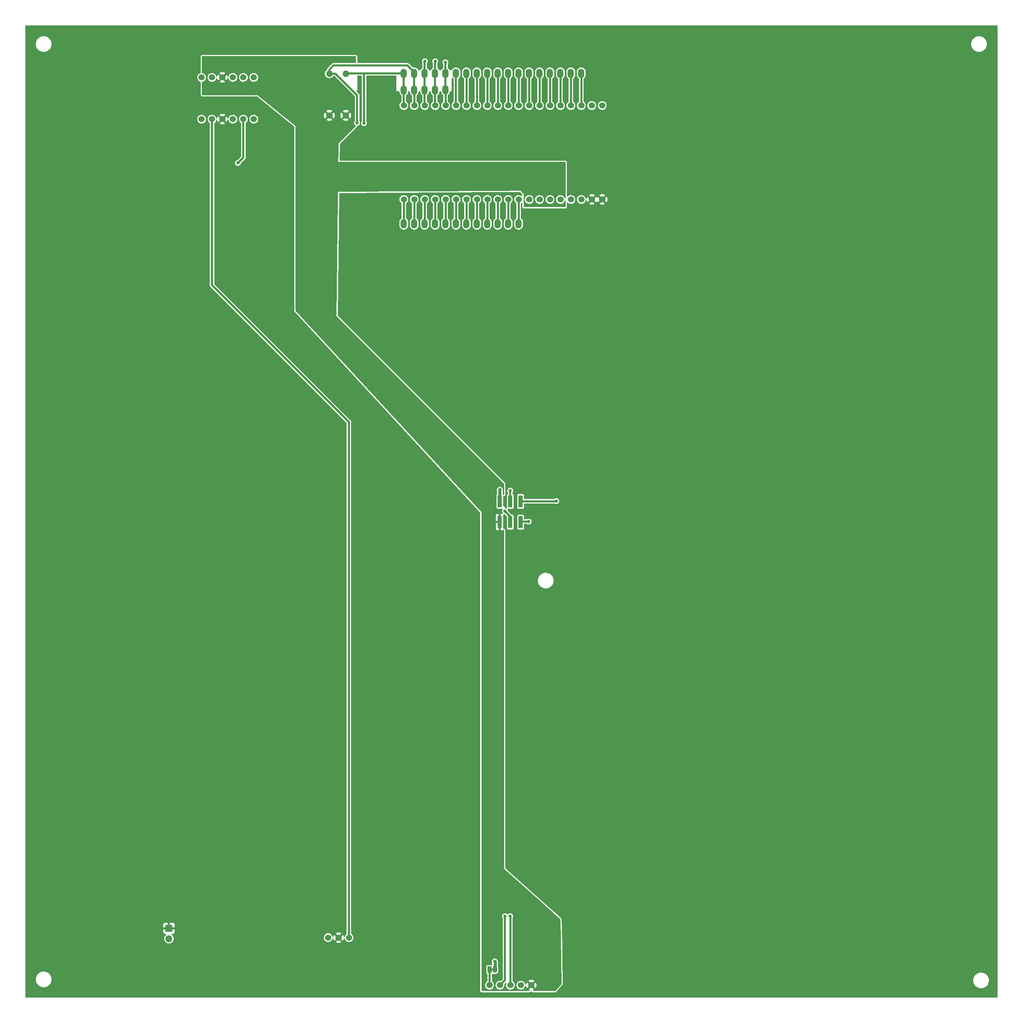
<source format=gbr>
%TF.GenerationSoftware,KiCad,Pcbnew,(6.0.1)*%
%TF.CreationDate,2022-02-22T10:12:00+01:00*%
%TF.ProjectId,ZigerWordClock,5a696765-7257-46f7-9264-436c6f636b2e,rev?*%
%TF.SameCoordinates,Original*%
%TF.FileFunction,Copper,L2,Bot*%
%TF.FilePolarity,Positive*%
%FSLAX46Y46*%
G04 Gerber Fmt 4.6, Leading zero omitted, Abs format (unit mm)*
G04 Created by KiCad (PCBNEW (6.0.1)) date 2022-02-22 10:12:00*
%MOMM*%
%LPD*%
G01*
G04 APERTURE LIST*
G04 Aperture macros list*
%AMFreePoly0*
4,1,22,0.550000,-0.750000,0.000000,-0.750000,0.000000,-0.745033,-0.079941,-0.743568,-0.215256,-0.701293,-0.333266,-0.622738,-0.424486,-0.514219,-0.481581,-0.384460,-0.499164,-0.250000,-0.500000,-0.250000,-0.500000,0.250000,-0.499164,0.250000,-0.499963,0.256109,-0.478152,0.396186,-0.417904,0.524511,-0.324060,0.630769,-0.204165,0.706417,-0.067858,0.745374,0.000000,0.744959,0.000000,0.750000,
0.550000,0.750000,0.550000,-0.750000,0.550000,-0.750000,$1*%
%AMFreePoly1*
4,1,20,0.000000,0.744959,0.073905,0.744508,0.209726,0.703889,0.328688,0.626782,0.421226,0.519385,0.479903,0.390333,0.500000,0.250000,0.500000,-0.250000,0.499851,-0.262216,0.476331,-0.402017,0.414519,-0.529596,0.319384,-0.634700,0.198574,-0.708877,0.061801,-0.746166,0.000000,-0.745033,0.000000,-0.750000,-0.550000,-0.750000,-0.550000,0.750000,0.000000,0.750000,0.000000,0.744959,
0.000000,0.744959,$1*%
G04 Aperture macros list end*
%TA.AperFunction,ComponentPad*%
%ADD10C,1.600000*%
%TD*%
%TA.AperFunction,ComponentPad*%
%ADD11O,1.600000X1.600000*%
%TD*%
%TA.AperFunction,ComponentPad*%
%ADD12C,1.524000*%
%TD*%
%TA.AperFunction,SMDPad,CuDef*%
%ADD13O,1.524000X2.286000*%
%TD*%
%TA.AperFunction,SMDPad,CuDef*%
%ADD14R,1.000000X3.000000*%
%TD*%
%TA.AperFunction,SMDPad,CuDef*%
%ADD15FreePoly0,180.000000*%
%TD*%
%TA.AperFunction,SMDPad,CuDef*%
%ADD16R,1.000000X1.500000*%
%TD*%
%TA.AperFunction,SMDPad,CuDef*%
%ADD17FreePoly1,180.000000*%
%TD*%
%TA.AperFunction,ComponentPad*%
%ADD18R,1.700000X1.700000*%
%TD*%
%TA.AperFunction,ComponentPad*%
%ADD19O,1.700000X1.700000*%
%TD*%
%TA.AperFunction,ViaPad*%
%ADD20C,0.800000*%
%TD*%
%TA.AperFunction,Conductor*%
%ADD21C,0.500000*%
%TD*%
%TA.AperFunction,Conductor*%
%ADD22C,0.800000*%
%TD*%
G04 APERTURE END LIST*
%TO.C,JP1*%
G36*
X155900000Y-261300000D02*
G01*
X155400000Y-261300000D01*
X155400000Y-260700000D01*
X155900000Y-260700000D01*
X155900000Y-261300000D01*
G37*
%TD*%
D10*
%TO.P,R1,1*%
%TO.N,+3V3*%
X120000000Y-53160000D03*
D11*
%TO.P,R1,2*%
%TO.N,SCL*%
X120000000Y-43000000D03*
%TD*%
D12*
%TO.P,U20,1,GND*%
%TO.N,GND*%
X115697000Y-253238000D03*
%TO.P,U20,2,5V*%
%TO.N,+5V*%
X118237000Y-253238000D03*
%TO.P,U20,3,Sig*%
%TO.N,IR_SIG*%
X120777000Y-253238000D03*
%TD*%
D10*
%TO.P,R2,1*%
%TO.N,+3V3*%
X116000000Y-53160000D03*
D11*
%TO.P,R2,2*%
%TO.N,SDA*%
X116000000Y-43000000D03*
%TD*%
D12*
%TO.P,U1,ADDR,ADDR*%
%TO.N,Net-(JP1-Pad2)*%
X154978654Y-264801230D03*
%TO.P,U1,GND,GND*%
%TO.N,GND*%
X162598654Y-264801230D03*
%TO.P,U1,SCL,SCL*%
%TO.N,SCL*%
X160058654Y-264801230D03*
%TO.P,U1,SDA,SDA*%
%TO.N,SDA*%
X157518654Y-264801230D03*
%TO.P,U1,VCC,VCC*%
%TO.N,+3V3*%
X165138654Y-264801230D03*
%TD*%
D13*
%TO.P,JP38,1,1*%
%TO.N,Net-(JP38-Pad1)*%
X162052000Y-79502000D03*
%TD*%
%TO.P,JP10,1,1*%
%TO.N,CI*%
X141732000Y-42926000D03*
%TD*%
%TO.P,JP37,1,1*%
%TO.N,Net-(JP37-Pad1)*%
X159512000Y-79502000D03*
%TD*%
%TO.P,JP2,1,1*%
%TO.N,DI*%
X144272000Y-46926000D03*
%TD*%
%TO.P,JP9,1,1*%
%TO.N,SIG*%
X139192000Y-42926000D03*
%TD*%
%TO.P,JP5,1,1*%
%TO.N,SIG*%
X139192000Y-46990000D03*
%TD*%
%TO.P,JP29,1,1*%
%TO.N,Net-(JP29-Pad1)*%
X139192000Y-79502000D03*
%TD*%
D12*
%TO.P,U4,1,TX0*%
%TO.N,unconnected-(U4-Pad1)*%
X84900000Y-54080000D03*
%TO.P,U4,2,Rx1*%
%TO.N,IR_SIG*%
X87440000Y-54080000D03*
%TO.P,U4,3,HV*%
%TO.N,+5V*%
X89980000Y-54080000D03*
%TO.P,U4,4,GND*%
%TO.N,GND*%
X92520000Y-54080000D03*
%TO.P,U4,5,Rx1*%
%TO.N,LED_DI*%
X95060000Y-54080000D03*
%TO.P,U4,6,TX0*%
%TO.N,LED_CI*%
X97600000Y-54080000D03*
%TO.P,U4,7,TX1*%
%TO.N,CI*%
X97600000Y-43920000D03*
%TO.P,U4,8,Rx0*%
%TO.N,DI*%
X95060000Y-43920000D03*
%TO.P,U4,9,GND*%
%TO.N,GND*%
X92520000Y-43920000D03*
%TO.P,U4,10,LV*%
%TO.N,+3V3*%
X89980000Y-43920000D03*
%TO.P,U4,11,Rx0*%
%TO.N,SIG*%
X87440000Y-43920000D03*
%TO.P,U4,12,TX1*%
%TO.N,unconnected-(U4-Pad12)*%
X84900000Y-43920000D03*
%TD*%
D13*
%TO.P,JP15,1,1*%
%TO.N,Net-(JP15-Pad1)*%
X154432000Y-42926000D03*
%TD*%
%TO.P,JP3,1,1*%
%TO.N,SCL*%
X134112000Y-46990000D03*
%TD*%
%TO.P,JP20,1,1*%
%TO.N,Net-(JP20-Pad1)*%
X167132000Y-42926000D03*
%TD*%
%TO.P,JP8,1,1*%
%TO.N,SDA*%
X136652000Y-46990000D03*
%TD*%
%TO.P,JP18,1,1*%
%TO.N,Net-(JP18-Pad1)*%
X162052000Y-42926000D03*
%TD*%
%TO.P,JP16,1,1*%
%TO.N,Net-(JP16-Pad1)*%
X156972000Y-42926000D03*
%TD*%
D14*
%TO.P,J1,1,Pin_1*%
%TO.N,+3V3*%
X157480000Y-152126000D03*
%TO.P,J1,2,Pin_2*%
%TO.N,GND*%
X157480000Y-147086000D03*
%TO.P,J1,3,Pin_3*%
%TO.N,SDA*%
X160020000Y-152126000D03*
%TO.P,J1,4,Pin_4*%
%TO.N,SCL*%
X160020000Y-147086000D03*
%TO.P,J1,5,Pin_5*%
%TO.N,GPIO1*%
X162560000Y-152126000D03*
%TO.P,J1,6,Pin_6*%
%TO.N,GPIO2*%
X162560000Y-147086000D03*
%TD*%
D13*
%TO.P,JP27,1,1*%
%TO.N,Net-(JP27-Pad1)*%
X134112000Y-79502000D03*
%TD*%
%TO.P,JP21,1,1*%
%TO.N,GPIO1*%
X169672000Y-42926000D03*
%TD*%
%TO.P,JP32,1,1*%
%TO.N,Net-(JP32-Pad1)*%
X146812000Y-79502000D03*
%TD*%
%TO.P,JP34,1,1*%
%TO.N,Net-(JP34-Pad1)*%
X151892000Y-79502000D03*
%TD*%
%TO.P,JP35,1,1*%
%TO.N,Net-(JP35-Pad1)*%
X154432000Y-79502000D03*
%TD*%
%TO.P,JP24,1,1*%
%TO.N,Net-(JP24-Pad1)*%
X177292000Y-42926000D03*
%TD*%
%TO.P,JP13,1,1*%
%TO.N,Net-(JP13-Pad1)*%
X149352000Y-42926000D03*
%TD*%
D12*
%TO.P,U2,1,IO00*%
%TO.N,SCL*%
X134141500Y-50760000D03*
%TO.P,U2,2,IO01*%
%TO.N,SDA*%
X136681500Y-50760000D03*
%TO.P,U2,3,IO02*%
%TO.N,SIG*%
X139221500Y-50760000D03*
%TO.P,U2,4,IO03*%
%TO.N,CI*%
X141761500Y-50760000D03*
%TO.P,U2,5,IO04*%
%TO.N,DI*%
X144301500Y-50760000D03*
%TO.P,U2,6,IO05*%
%TO.N,Net-(JP12-Pad1)*%
X146841500Y-50760000D03*
%TO.P,U2,7,IO06*%
%TO.N,Net-(JP13-Pad1)*%
X149381500Y-50760000D03*
%TO.P,U2,8,IO07*%
%TO.N,Net-(JP14-Pad1)*%
X151921500Y-50760000D03*
%TO.P,U2,9,IO08*%
%TO.N,Net-(JP15-Pad1)*%
X154461500Y-50760000D03*
%TO.P,U2,10,IO16*%
%TO.N,Net-(JP16-Pad1)*%
X157001500Y-50760000D03*
%TO.P,U2,11,IO15*%
%TO.N,Net-(JP17-Pad1)*%
X159541500Y-50760000D03*
%TO.P,U2,12,IO11*%
%TO.N,Net-(JP18-Pad1)*%
X162081500Y-50760000D03*
%TO.P,U2,13,IO12*%
%TO.N,Net-(JP19-Pad1)*%
X164621500Y-50760000D03*
%TO.P,U2,14,IO13*%
%TO.N,Net-(JP20-Pad1)*%
X167161500Y-50760000D03*
%TO.P,U2,15,IO17*%
%TO.N,GPIO1*%
X169701500Y-50760000D03*
%TO.P,U2,16,IO18*%
%TO.N,GPIO2*%
X172241500Y-50760000D03*
%TO.P,U2,17,IO20*%
%TO.N,Net-(JP23-Pad1)*%
X174781500Y-50760000D03*
%TO.P,U2,18,IO19*%
%TO.N,Net-(JP24-Pad1)*%
X177321500Y-50760000D03*
%TO.P,U2,19,VBat*%
%TO.N,unconnected-(U2-Pad19)*%
X179861500Y-50760000D03*
%TO.P,U2,20,5V*%
%TO.N,unconnected-(U2-Pad20)*%
X182401500Y-50760000D03*
%TO.P,U2,21,VBus*%
%TO.N,+5V*%
X182401500Y-73620000D03*
%TO.P,U2,22,VBus*%
X179861500Y-73620000D03*
%TO.P,U2,23,GND*%
%TO.N,GND*%
X177321500Y-73620000D03*
%TO.P,U2,24,GND*%
X174781500Y-73620000D03*
%TO.P,U2,25,V3V*%
%TO.N,unconnected-(U2-Pad25)*%
X172241500Y-73620000D03*
%TO.P,U2,26,GND*%
%TO.N,GND*%
X169701500Y-73620000D03*
%TO.P,U2,27,VDD3V3*%
%TO.N,unconnected-(U2-Pad27)*%
X167161500Y-73620000D03*
%TO.P,U2,28,VDD3V3*%
%TO.N,unconnected-(U2-Pad28)*%
X164621500Y-73620000D03*
%TO.P,U2,29,IO33*%
%TO.N,Net-(JP38-Pad1)*%
X162081500Y-73620000D03*
%TO.P,U2,30,IO34*%
%TO.N,Net-(JP37-Pad1)*%
X159541500Y-73620000D03*
%TO.P,U2,31,IO35*%
%TO.N,Net-(JP36-Pad1)*%
X157001500Y-73620000D03*
%TO.P,U2,32,IO36*%
%TO.N,Net-(JP35-Pad1)*%
X154461500Y-73620000D03*
%TO.P,U2,33,IO37*%
%TO.N,Net-(JP34-Pad1)*%
X151921500Y-73620000D03*
%TO.P,U2,34,IO38*%
%TO.N,Net-(JP33-Pad1)*%
X149381500Y-73620000D03*
%TO.P,U2,35,IO39*%
%TO.N,Net-(JP32-Pad1)*%
X146841500Y-73620000D03*
%TO.P,U2,36,IO40*%
%TO.N,Net-(JP31-Pad1)*%
X144301500Y-73620000D03*
%TO.P,U2,37,IO41*%
%TO.N,Net-(JP30-Pad1)*%
X141761500Y-73620000D03*
%TO.P,U2,38,IO42*%
%TO.N,Net-(JP29-Pad1)*%
X139221500Y-73620000D03*
%TO.P,U2,39,IO45*%
%TO.N,Net-(JP28-Pad1)*%
X136681500Y-73620000D03*
%TO.P,U2,40,IO46*%
%TO.N,Net-(JP27-Pad1)*%
X134141500Y-73620000D03*
%TD*%
D15*
%TO.P,JP1,1,A*%
%TO.N,GND*%
X156300000Y-261000000D03*
D16*
%TO.P,JP1,2,C*%
%TO.N,Net-(JP1-Pad2)*%
X155000000Y-261000000D03*
D17*
%TO.P,JP1,3,B*%
%TO.N,+3V3*%
X153700000Y-261000000D03*
%TD*%
D13*
%TO.P,JP17,1,1*%
%TO.N,Net-(JP17-Pad1)*%
X159512000Y-42926000D03*
%TD*%
%TO.P,JP33,1,1*%
%TO.N,Net-(JP33-Pad1)*%
X149352000Y-79502000D03*
%TD*%
%TO.P,JP7,1,1*%
%TO.N,SCL*%
X134112000Y-42926000D03*
%TD*%
%TO.P,JP19,1,1*%
%TO.N,Net-(JP19-Pad1)*%
X164592000Y-42926000D03*
%TD*%
%TO.P,JP6,1,1*%
%TO.N,CI*%
X141732000Y-46990000D03*
%TD*%
D18*
%TO.P,J2,1*%
%TO.N,+5V*%
X76962000Y-250947000D03*
D19*
%TO.P,J2,2*%
%TO.N,GND*%
X76962000Y-253487000D03*
%TD*%
D13*
%TO.P,JP28,1,1*%
%TO.N,Net-(JP28-Pad1)*%
X136652000Y-79502000D03*
%TD*%
%TO.P,JP30,1,1*%
%TO.N,Net-(JP30-Pad1)*%
X141732000Y-79502000D03*
%TD*%
%TO.P,JP31,1,1*%
%TO.N,Net-(JP31-Pad1)*%
X144272000Y-79502000D03*
%TD*%
%TO.P,JP22,1,1*%
%TO.N,GPIO2*%
X172212000Y-42926000D03*
%TD*%
%TO.P,JP12,1,1*%
%TO.N,Net-(JP12-Pad1)*%
X146812000Y-42926000D03*
%TD*%
%TO.P,JP36,1,1*%
%TO.N,Net-(JP36-Pad1)*%
X156972000Y-79502000D03*
%TD*%
%TO.P,JP4,1,1*%
%TO.N,SDA*%
X136652000Y-42926000D03*
%TD*%
%TO.P,JP11,1,1*%
%TO.N,DI*%
X144272000Y-42926000D03*
%TD*%
%TO.P,JP14,1,1*%
%TO.N,Net-(JP14-Pad1)*%
X151892000Y-42926000D03*
%TD*%
%TO.P,JP23,1,1*%
%TO.N,Net-(JP23-Pad1)*%
X174752000Y-42926000D03*
%TD*%
D20*
%TO.N,SCL*%
X124426000Y-55074000D03*
X160000000Y-248000000D03*
X160020000Y-144480000D03*
%TO.N,SDA*%
X158750000Y-248000000D03*
X122750000Y-55000000D03*
X158750000Y-149500000D03*
%TO.N,SIG*%
X139250000Y-40000000D03*
%TO.N,CI*%
X141750000Y-40000000D03*
%TO.N,GPIO1*%
X164500000Y-152000000D03*
%TO.N,GPIO2*%
X171250000Y-147000000D03*
%TO.N,DI*%
X144250000Y-40250000D03*
%TO.N,GND*%
X156250000Y-259000000D03*
X157500000Y-144250000D03*
%TO.N,LED_DI*%
X93750000Y-64750000D03*
%TO.N,+5V*%
X64661400Y-204512400D03*
X66928492Y-38675545D03*
X64516000Y-69850000D03*
X49403508Y-56320455D03*
X64153400Y-145076400D03*
X253500000Y-260750000D03*
X255886600Y-111209600D03*
X255872600Y-137157600D03*
X255886600Y-103589600D03*
X255886600Y-144991600D03*
X271458455Y-56260492D03*
X255886600Y-69807600D03*
X64327400Y-178542400D03*
X255972600Y-204457600D03*
X255886600Y-178891600D03*
X64153400Y-170984400D03*
X255872600Y-171057600D03*
X253559545Y-38735508D03*
X255886600Y-77681600D03*
X190137400Y-250486400D03*
X49343545Y-242951508D03*
X64577400Y-212542400D03*
X64407400Y-103420400D03*
X64661400Y-137202400D03*
X64327400Y-111292400D03*
X255986600Y-212291600D03*
X271000000Y-242750000D03*
X67242455Y-260730492D03*
X64661400Y-238294400D03*
X214992600Y-250401600D03*
X64407400Y-77766400D03*
X255886600Y-238209600D03*
%TD*%
D21*
%TO.N,Net-(JP1-Pad2)*%
X155000000Y-264779884D02*
X154978654Y-264801230D01*
X155000000Y-261000000D02*
X155000000Y-264779884D01*
%TO.N,SCL*%
X160058654Y-248058654D02*
X160000000Y-248000000D01*
X124426000Y-42926000D02*
X124426000Y-55074000D01*
X134112000Y-50730500D02*
X134141500Y-50760000D01*
X124426000Y-42926000D02*
X120074000Y-42926000D01*
X160058654Y-264801230D02*
X160058654Y-248058654D01*
X120074000Y-42926000D02*
X120000000Y-43000000D01*
X134112000Y-42926000D02*
X134112000Y-46990000D01*
X160020000Y-147086000D02*
X160020000Y-144480000D01*
X134112000Y-46990000D02*
X134112000Y-50730500D01*
X134112000Y-42926000D02*
X124426000Y-42926000D01*
%TO.N,SDA*%
X158750000Y-248000000D02*
X158750000Y-263569884D01*
X160020000Y-150770000D02*
X160020000Y-152126000D01*
X158750000Y-149500000D02*
X160020000Y-150770000D01*
X122750000Y-48250000D02*
X122750000Y-55000000D01*
X136652000Y-46990000D02*
X136652000Y-42926000D01*
X158750000Y-263569884D02*
X157518654Y-264801230D01*
X117000000Y-41000000D02*
X118000000Y-41000000D01*
X116000000Y-43000000D02*
X117500000Y-43000000D01*
X117500000Y-43000000D02*
X122750000Y-48250000D01*
X118000000Y-41000000D02*
X135000000Y-41000000D01*
X136681500Y-50760000D02*
X136681500Y-47019500D01*
X116000000Y-42000000D02*
X117000000Y-41000000D01*
X136681500Y-47019500D02*
X136652000Y-46990000D01*
X116000000Y-43000000D02*
X116000000Y-42000000D01*
X136652000Y-42652000D02*
X135000000Y-41000000D01*
X136652000Y-42926000D02*
X136652000Y-42652000D01*
%TO.N,SIG*%
X139192000Y-50730500D02*
X139221500Y-50760000D01*
X139192000Y-42926000D02*
X139192000Y-46990000D01*
X139192000Y-46990000D02*
X139192000Y-50730500D01*
X139250000Y-40000000D02*
X139192000Y-40058000D01*
X139192000Y-40058000D02*
X139192000Y-42926000D01*
%TO.N,CI*%
X141732000Y-42926000D02*
X141732000Y-46990000D01*
X141732000Y-46990000D02*
X141732000Y-50730500D01*
X141732000Y-42926000D02*
X141732000Y-40018000D01*
X141732000Y-50730500D02*
X141761500Y-50760000D01*
X141732000Y-40018000D02*
X141750000Y-40000000D01*
%TO.N,GPIO1*%
X169701500Y-50760000D02*
X169701500Y-42955500D01*
X169701500Y-42955500D02*
X169672000Y-42926000D01*
X164500000Y-152000000D02*
X162686000Y-152000000D01*
X162686000Y-152000000D02*
X162560000Y-152126000D01*
%TO.N,GPIO2*%
X171250000Y-147000000D02*
X171164000Y-147086000D01*
X172241500Y-42955500D02*
X172212000Y-42926000D01*
X171164000Y-147086000D02*
X162560000Y-147086000D01*
X172241500Y-50760000D02*
X172241500Y-42955500D01*
%TO.N,DI*%
X144301500Y-46955500D02*
X144272000Y-46926000D01*
X144272000Y-42926000D02*
X144272000Y-40272000D01*
X144272000Y-40272000D02*
X144250000Y-40250000D01*
X144272000Y-46926000D02*
X144272000Y-42926000D01*
X144301500Y-50760000D02*
X144301500Y-46955500D01*
%TO.N,IR_SIG*%
X87440000Y-94440000D02*
X87440000Y-54080000D01*
X120777000Y-127777000D02*
X87440000Y-94440000D01*
X120777000Y-253238000D02*
X120777000Y-127777000D01*
D22*
%TO.N,GND*%
X157480000Y-147086000D02*
X157480000Y-144270000D01*
X156300000Y-261000000D02*
X156300000Y-259050000D01*
X156300000Y-259050000D02*
X156250000Y-259000000D01*
X157480000Y-144270000D02*
X157500000Y-144250000D01*
D21*
%TO.N,LED_DI*%
X95060000Y-54080000D02*
X95060000Y-63440000D01*
X95060000Y-63440000D02*
X93750000Y-64750000D01*
%TO.N,Net-(JP12-Pad1)*%
X146812000Y-42926000D02*
X146812000Y-50730500D01*
X146812000Y-50730500D02*
X146841500Y-50760000D01*
%TO.N,Net-(JP13-Pad1)*%
X149381500Y-42955500D02*
X149352000Y-42926000D01*
X149381500Y-50760000D02*
X149381500Y-42955500D01*
%TO.N,Net-(JP14-Pad1)*%
X151921500Y-50760000D02*
X151921500Y-42955500D01*
X151921500Y-42955500D02*
X151892000Y-42926000D01*
%TO.N,Net-(JP15-Pad1)*%
X154461500Y-42955500D02*
X154432000Y-42926000D01*
X154461500Y-50760000D02*
X154461500Y-42955500D01*
%TO.N,Net-(JP16-Pad1)*%
X157001500Y-42955500D02*
X156972000Y-42926000D01*
X157001500Y-50760000D02*
X157001500Y-42955500D01*
%TO.N,Net-(JP17-Pad1)*%
X159541500Y-42955500D02*
X159512000Y-42926000D01*
X159541500Y-50760000D02*
X159541500Y-42955500D01*
%TO.N,Net-(JP18-Pad1)*%
X162081500Y-42955500D02*
X162052000Y-42926000D01*
X162081500Y-50760000D02*
X162081500Y-42955500D01*
%TO.N,Net-(JP19-Pad1)*%
X164621500Y-42955500D02*
X164592000Y-42926000D01*
X164621500Y-50760000D02*
X164621500Y-42955500D01*
%TO.N,Net-(JP20-Pad1)*%
X167161500Y-50760000D02*
X167161500Y-42955500D01*
X167161500Y-42955500D02*
X167132000Y-42926000D01*
%TO.N,Net-(JP23-Pad1)*%
X174781500Y-42955500D02*
X174752000Y-42926000D01*
X174781500Y-50760000D02*
X174781500Y-42955500D01*
%TO.N,Net-(JP24-Pad1)*%
X177321500Y-42955500D02*
X177292000Y-42926000D01*
X177321500Y-50760000D02*
X177321500Y-42955500D01*
%TO.N,Net-(JP27-Pad1)*%
X134141500Y-73620000D02*
X134141500Y-79472500D01*
X134141500Y-79472500D02*
X134112000Y-79502000D01*
%TO.N,Net-(JP28-Pad1)*%
X136681500Y-79472500D02*
X136652000Y-79502000D01*
X136681500Y-73620000D02*
X136681500Y-79472500D01*
%TO.N,Net-(JP29-Pad1)*%
X139221500Y-79472500D02*
X139192000Y-79502000D01*
X139221500Y-73620000D02*
X139221500Y-79472500D01*
%TO.N,Net-(JP30-Pad1)*%
X141761500Y-79472500D02*
X141732000Y-79502000D01*
X141761500Y-73620000D02*
X141761500Y-79472500D01*
%TO.N,Net-(JP31-Pad1)*%
X144301500Y-79472500D02*
X144272000Y-79502000D01*
X144301500Y-73620000D02*
X144301500Y-79472500D01*
%TO.N,Net-(JP32-Pad1)*%
X146841500Y-79472500D02*
X146812000Y-79502000D01*
X146841500Y-73620000D02*
X146841500Y-79472500D01*
%TO.N,Net-(JP33-Pad1)*%
X149381500Y-73620000D02*
X149381500Y-79472500D01*
X149381500Y-79472500D02*
X149352000Y-79502000D01*
%TO.N,Net-(JP34-Pad1)*%
X151921500Y-73620000D02*
X151921500Y-79472500D01*
X151921500Y-79472500D02*
X151892000Y-79502000D01*
%TO.N,Net-(JP35-Pad1)*%
X154461500Y-79472500D02*
X154432000Y-79502000D01*
X154461500Y-73620000D02*
X154461500Y-79472500D01*
%TO.N,Net-(JP36-Pad1)*%
X157001500Y-79472500D02*
X156972000Y-79502000D01*
X157001500Y-73620000D02*
X157001500Y-79472500D01*
%TO.N,Net-(JP37-Pad1)*%
X159541500Y-79472500D02*
X159512000Y-79502000D01*
X159541500Y-73620000D02*
X159541500Y-79472500D01*
%TO.N,Net-(JP38-Pad1)*%
X162081500Y-73620000D02*
X162081500Y-79472500D01*
X162081500Y-79472500D02*
X162052000Y-79502000D01*
%TD*%
%TA.AperFunction,Conductor*%
%TO.N,+3V3*%
G36*
X122442121Y-38770002D02*
G01*
X122488614Y-38823658D01*
X122500000Y-38876000D01*
X122500000Y-40323500D01*
X122479998Y-40391621D01*
X122426342Y-40438114D01*
X122374000Y-40449500D01*
X117014993Y-40449500D01*
X117009717Y-40449389D01*
X117005310Y-40449204D01*
X116947706Y-40446790D01*
X116939341Y-40448752D01*
X116905338Y-40456727D01*
X116893667Y-40458890D01*
X116889689Y-40459435D01*
X116850568Y-40464794D01*
X116842684Y-40468206D01*
X116842683Y-40468206D01*
X116836770Y-40470765D01*
X116815501Y-40477799D01*
X116800864Y-40481232D01*
X116793339Y-40485369D01*
X116793336Y-40485370D01*
X116762732Y-40502195D01*
X116752087Y-40507411D01*
X116712145Y-40524695D01*
X116700459Y-40534158D01*
X116681875Y-40546645D01*
X116668692Y-40553893D01*
X116660578Y-40560897D01*
X116636042Y-40585433D01*
X116626241Y-40594258D01*
X116601608Y-40614206D01*
X116594930Y-40619614D01*
X116589956Y-40626613D01*
X116589955Y-40626614D01*
X116584034Y-40634946D01*
X116570424Y-40651051D01*
X115621346Y-41600130D01*
X115617536Y-41603783D01*
X115571844Y-41645799D01*
X115548901Y-41682802D01*
X115542200Y-41692552D01*
X115515888Y-41727217D01*
X115510354Y-41741195D01*
X115500293Y-41761199D01*
X115492365Y-41773986D01*
X115489968Y-41782237D01*
X115489967Y-41782239D01*
X115480225Y-41815772D01*
X115476380Y-41827002D01*
X115460364Y-41867453D01*
X115459466Y-41875994D01*
X115459466Y-41875995D01*
X115458792Y-41882408D01*
X115454480Y-41904383D01*
X115450285Y-41918825D01*
X115449500Y-41929515D01*
X115449500Y-41964217D01*
X115448810Y-41977382D01*
X115447575Y-41989137D01*
X115420565Y-42054795D01*
X115386689Y-42084255D01*
X115350371Y-42105862D01*
X115198305Y-42239220D01*
X115073089Y-42398057D01*
X114978914Y-42577053D01*
X114918937Y-42770213D01*
X114895164Y-42971069D01*
X114908392Y-43172894D01*
X114958178Y-43368928D01*
X115042856Y-43552607D01*
X115046189Y-43557323D01*
X115149953Y-43704146D01*
X115159588Y-43717780D01*
X115304466Y-43858913D01*
X115472637Y-43971282D01*
X115477940Y-43973560D01*
X115477943Y-43973562D01*
X115566291Y-44011519D01*
X115658470Y-44051122D01*
X115855740Y-44095760D01*
X115861509Y-44095987D01*
X115861512Y-44095987D01*
X115937683Y-44098979D01*
X116057842Y-44103700D01*
X116144132Y-44091189D01*
X116252286Y-44075508D01*
X116252291Y-44075507D01*
X116258007Y-44074678D01*
X116263479Y-44072820D01*
X116263481Y-44072820D01*
X116444067Y-44011519D01*
X116444069Y-44011518D01*
X116449531Y-44009664D01*
X116572017Y-43941069D01*
X116620964Y-43913658D01*
X116620965Y-43913657D01*
X116626001Y-43910837D01*
X116688433Y-43858913D01*
X116777073Y-43785191D01*
X116781505Y-43781505D01*
X116910837Y-43626001D01*
X116917036Y-43614932D01*
X116967774Y-43565271D01*
X117026970Y-43550500D01*
X117219785Y-43550500D01*
X117287906Y-43570502D01*
X117308880Y-43587405D01*
X122162595Y-48441119D01*
X122196621Y-48503431D01*
X122199500Y-48530214D01*
X122199500Y-54525125D01*
X122176587Y-54597575D01*
X122128113Y-54666547D01*
X122125354Y-54673622D01*
X122125353Y-54673625D01*
X122099261Y-54740547D01*
X122066524Y-54824513D01*
X122065532Y-54832046D01*
X122065532Y-54832047D01*
X122045865Y-54981439D01*
X122044394Y-54992611D01*
X122062999Y-55161135D01*
X122121266Y-55320356D01*
X122125502Y-55326659D01*
X122125502Y-55326660D01*
X122140617Y-55349153D01*
X122215830Y-55461083D01*
X122221442Y-55466190D01*
X122221445Y-55466193D01*
X122335612Y-55570077D01*
X122335616Y-55570080D01*
X122341233Y-55575191D01*
X122347911Y-55578817D01*
X122347914Y-55578819D01*
X122409139Y-55612061D01*
X122459461Y-55662143D01*
X122474718Y-55731481D01*
X122450066Y-55798060D01*
X122438113Y-55811887D01*
X118250000Y-60000000D01*
X117750000Y-102000000D01*
X158463095Y-142713095D01*
X158497121Y-142775407D01*
X158500000Y-142802190D01*
X158500000Y-145422282D01*
X158479998Y-145490403D01*
X158426342Y-145536896D01*
X158356068Y-145547000D01*
X158291488Y-145517506D01*
X158258849Y-145473430D01*
X158236663Y-145423481D01*
X158236661Y-145423479D01*
X158231939Y-145412847D01*
X158217481Y-145398414D01*
X158183403Y-145336133D01*
X158180500Y-145309243D01*
X158180500Y-144449291D01*
X158181757Y-144431538D01*
X158191107Y-144365838D01*
X158191960Y-144360629D01*
X158201032Y-144311680D01*
X158204252Y-144294308D01*
X158203815Y-144286727D01*
X158204292Y-144279142D01*
X158204662Y-144279165D01*
X158204921Y-144273002D01*
X158204596Y-144272977D01*
X158204909Y-144268859D01*
X158205490Y-144264778D01*
X158205645Y-144250000D01*
X158198580Y-144191624D01*
X158197877Y-144183744D01*
X158196530Y-144160381D01*
X158194493Y-144125041D01*
X158191256Y-144114518D01*
X158186598Y-144092605D01*
X158186189Y-144089221D01*
X158186188Y-144089217D01*
X158185276Y-144081680D01*
X158164490Y-144026670D01*
X158161928Y-144019188D01*
X158154600Y-143995366D01*
X158144639Y-143962989D01*
X158138986Y-143953545D01*
X158129235Y-143933371D01*
X158128031Y-143930183D01*
X158128027Y-143930176D01*
X158125345Y-143923077D01*
X158092039Y-143874617D01*
X158087768Y-143867963D01*
X158061473Y-143824028D01*
X158057569Y-143817505D01*
X158049830Y-143809685D01*
X158035546Y-143792420D01*
X158033615Y-143789610D01*
X158033614Y-143789609D01*
X158029312Y-143783349D01*
X157985405Y-143744229D01*
X157979685Y-143738800D01*
X157943657Y-143702393D01*
X157943656Y-143702392D01*
X157938310Y-143696990D01*
X157928920Y-143691236D01*
X157910939Y-143677882D01*
X157902721Y-143670560D01*
X157850747Y-143643041D01*
X157843873Y-143639120D01*
X157839886Y-143636677D01*
X157793746Y-143608403D01*
X157783265Y-143605058D01*
X157762610Y-143596375D01*
X157759593Y-143594778D01*
X157759594Y-143594778D01*
X157752881Y-143591224D01*
X157695829Y-143576893D01*
X157688237Y-143574731D01*
X157632225Y-143556855D01*
X157624647Y-143556338D01*
X157624645Y-143556338D01*
X157621707Y-143556138D01*
X157621250Y-143556107D01*
X157599124Y-143552603D01*
X157588441Y-143549919D01*
X157580847Y-143549879D01*
X157580845Y-143549879D01*
X157558439Y-143549762D01*
X157529626Y-143549611D01*
X157521732Y-143549321D01*
X157463070Y-143545322D01*
X157452228Y-143547215D01*
X157429904Y-143549089D01*
X157418895Y-143549031D01*
X157411512Y-143550804D01*
X157411508Y-143550804D01*
X157361712Y-143562759D01*
X157353970Y-143564363D01*
X157333913Y-143567864D01*
X157303526Y-143573167D01*
X157303522Y-143573168D01*
X157296046Y-143574473D01*
X157289096Y-143577524D01*
X157289086Y-143577527D01*
X157285961Y-143578899D01*
X157264736Y-143586042D01*
X157254032Y-143588612D01*
X157201777Y-143615583D01*
X157194648Y-143618984D01*
X157140797Y-143642622D01*
X157134772Y-143647245D01*
X157134769Y-143647247D01*
X157132063Y-143649324D01*
X157113151Y-143661326D01*
X157103369Y-143666375D01*
X157059047Y-143705039D01*
X157052940Y-143710036D01*
X157040593Y-143719511D01*
X157037321Y-143722022D01*
X157024925Y-143734418D01*
X157018660Y-143740271D01*
X156975604Y-143777831D01*
X156972521Y-143782217D01*
X156964890Y-143789730D01*
X156955604Y-143797831D01*
X156937193Y-143824028D01*
X156919317Y-143849463D01*
X156915384Y-143854758D01*
X156881105Y-143898476D01*
X156881103Y-143898480D01*
X156876416Y-143904457D01*
X156873290Y-143911380D01*
X156871505Y-143914328D01*
X156864113Y-143927288D01*
X156862480Y-143930334D01*
X156858113Y-143936547D01*
X156844973Y-143970248D01*
X156835180Y-143995366D01*
X156832625Y-144001445D01*
X156806645Y-144058984D01*
X156805260Y-144066455D01*
X156804236Y-144069723D01*
X156800123Y-144084164D01*
X156799283Y-144087437D01*
X156796524Y-144094513D01*
X156793891Y-144114518D01*
X156788284Y-144157106D01*
X156787252Y-144163623D01*
X156775748Y-144225692D01*
X156776185Y-144233272D01*
X156776185Y-144233273D01*
X156779291Y-144287144D01*
X156779500Y-144294396D01*
X156779500Y-145309329D01*
X156759498Y-145377450D01*
X156742673Y-145398347D01*
X156727759Y-145413287D01*
X156682494Y-145515673D01*
X156679500Y-145541354D01*
X156679500Y-148630646D01*
X156682618Y-148656846D01*
X156728061Y-148759153D01*
X156807287Y-148838241D01*
X156817924Y-148842944D01*
X156817926Y-148842945D01*
X156872856Y-148867229D01*
X156909673Y-148883506D01*
X156935354Y-148886500D01*
X158024646Y-148886500D01*
X158028350Y-148886059D01*
X158028353Y-148886059D01*
X158041454Y-148884500D01*
X158041456Y-148884500D01*
X158050846Y-148883382D01*
X158057563Y-148880398D01*
X158127431Y-148881611D01*
X158186482Y-148921024D01*
X158214851Y-148986107D01*
X158203530Y-149056195D01*
X158192928Y-149074323D01*
X158132484Y-149160326D01*
X158132480Y-149160333D01*
X158128113Y-149166547D01*
X158066524Y-149324513D01*
X158065532Y-149332046D01*
X158065532Y-149332047D01*
X158054337Y-149417087D01*
X158044394Y-149492611D01*
X158062999Y-149661135D01*
X158121266Y-149820356D01*
X158125502Y-149826659D01*
X158125504Y-149826664D01*
X158193310Y-149927571D01*
X158214702Y-149995268D01*
X158196098Y-150063784D01*
X158143404Y-150111365D01*
X158075121Y-150123109D01*
X158031488Y-150118369D01*
X158024672Y-150118000D01*
X157752115Y-150118000D01*
X157736876Y-150122475D01*
X157735671Y-150123865D01*
X157734000Y-150131548D01*
X157734000Y-154115884D01*
X157738475Y-154131123D01*
X157739865Y-154132328D01*
X157747548Y-154133999D01*
X158024669Y-154133999D01*
X158031490Y-154133629D01*
X158082352Y-154128105D01*
X158097604Y-154124479D01*
X158218054Y-154079324D01*
X158233648Y-154070786D01*
X158298435Y-154022231D01*
X158364941Y-153997383D01*
X158434324Y-154012436D01*
X158484554Y-154062610D01*
X158500000Y-154123057D01*
X158500000Y-236500000D01*
X158507203Y-236506417D01*
X158507203Y-236506418D01*
X167859025Y-244838040D01*
X171790936Y-248341015D01*
X172208710Y-248713214D01*
X172246267Y-248773463D01*
X172250878Y-248805290D01*
X172410086Y-258835425D01*
X172499242Y-264452255D01*
X172480324Y-264520685D01*
X172468924Y-264536255D01*
X171037714Y-266206000D01*
X170978195Y-266244704D01*
X170942048Y-266250000D01*
X165595739Y-266250000D01*
X165527618Y-266229998D01*
X165481125Y-266176342D01*
X165471021Y-266106068D01*
X165500515Y-266041488D01*
X165563129Y-266002293D01*
X165569367Y-266000622D01*
X165579661Y-265996875D01*
X165771099Y-265907606D01*
X165780585Y-265902128D01*
X165824418Y-265871437D01*
X165832793Y-265860959D01*
X165825725Y-265847511D01*
X165151466Y-265173252D01*
X165137522Y-265165638D01*
X165135689Y-265165769D01*
X165129074Y-265170020D01*
X164450861Y-265848233D01*
X164444431Y-265860007D01*
X164453728Y-265872023D01*
X164496723Y-265902128D01*
X164506209Y-265907606D01*
X164697647Y-265996875D01*
X164707941Y-266000622D01*
X164714179Y-266002293D01*
X164774802Y-266039244D01*
X164805824Y-266103105D01*
X164797396Y-266173599D01*
X164752194Y-266228346D01*
X164681569Y-266250000D01*
X153126000Y-266250000D01*
X153057879Y-266229998D01*
X153011386Y-266176342D01*
X153000000Y-266124000D01*
X153000000Y-264786323D01*
X153911117Y-264786323D01*
X153911633Y-264792467D01*
X153923835Y-264937770D01*
X153928553Y-264993960D01*
X153985987Y-265194255D01*
X153988805Y-265199737D01*
X153988806Y-265199741D01*
X154078410Y-265374092D01*
X154078413Y-265374096D01*
X154081231Y-265379580D01*
X154085062Y-265384413D01*
X154206828Y-265538046D01*
X154206833Y-265538051D01*
X154210657Y-265542876D01*
X154369337Y-265677923D01*
X154374715Y-265680929D01*
X154374717Y-265680930D01*
X154460281Y-265728750D01*
X154551225Y-265779576D01*
X154749394Y-265843965D01*
X154956295Y-265868637D01*
X154962430Y-265868165D01*
X154962432Y-265868165D01*
X155157906Y-265853124D01*
X155157910Y-265853123D01*
X155164048Y-265852651D01*
X155364739Y-265796617D01*
X155370243Y-265793837D01*
X155370245Y-265793836D01*
X155545224Y-265705448D01*
X155545226Y-265705447D01*
X155550725Y-265702669D01*
X155714920Y-265574386D01*
X155851071Y-265416653D01*
X155953993Y-265235479D01*
X156019763Y-265037764D01*
X156045879Y-264831040D01*
X156046295Y-264801230D01*
X156044833Y-264786323D01*
X156451117Y-264786323D01*
X156451633Y-264792467D01*
X156463835Y-264937770D01*
X156468553Y-264993960D01*
X156525987Y-265194255D01*
X156528805Y-265199737D01*
X156528806Y-265199741D01*
X156618410Y-265374092D01*
X156618413Y-265374096D01*
X156621231Y-265379580D01*
X156625062Y-265384413D01*
X156746828Y-265538046D01*
X156746833Y-265538051D01*
X156750657Y-265542876D01*
X156909337Y-265677923D01*
X156914715Y-265680929D01*
X156914717Y-265680930D01*
X157000281Y-265728750D01*
X157091225Y-265779576D01*
X157289394Y-265843965D01*
X157496295Y-265868637D01*
X157502430Y-265868165D01*
X157502432Y-265868165D01*
X157697906Y-265853124D01*
X157697910Y-265853123D01*
X157704048Y-265852651D01*
X157904739Y-265796617D01*
X157910243Y-265793837D01*
X157910245Y-265793836D01*
X158085224Y-265705448D01*
X158085226Y-265705447D01*
X158090725Y-265702669D01*
X158254920Y-265574386D01*
X158391071Y-265416653D01*
X158493993Y-265235479D01*
X158559763Y-265037764D01*
X158585879Y-264831040D01*
X158586295Y-264801230D01*
X158566290Y-264597205D01*
X158579549Y-264527459D01*
X158602593Y-264495816D01*
X158890382Y-264208027D01*
X158952694Y-264174002D01*
X159023509Y-264179066D01*
X159080345Y-264221613D01*
X159105156Y-264288133D01*
X159089892Y-264357822D01*
X159077347Y-264380641D01*
X159014344Y-264579255D01*
X159013658Y-264585372D01*
X159013657Y-264585376D01*
X159005344Y-264659487D01*
X158991117Y-264786323D01*
X158991633Y-264792467D01*
X159003835Y-264937770D01*
X159008553Y-264993960D01*
X159065987Y-265194255D01*
X159068805Y-265199737D01*
X159068806Y-265199741D01*
X159158410Y-265374092D01*
X159158413Y-265374096D01*
X159161231Y-265379580D01*
X159165062Y-265384413D01*
X159286828Y-265538046D01*
X159286833Y-265538051D01*
X159290657Y-265542876D01*
X159449337Y-265677923D01*
X159454715Y-265680929D01*
X159454717Y-265680930D01*
X159540281Y-265728750D01*
X159631225Y-265779576D01*
X159829394Y-265843965D01*
X160036295Y-265868637D01*
X160042430Y-265868165D01*
X160042432Y-265868165D01*
X160237906Y-265853124D01*
X160237910Y-265853123D01*
X160244048Y-265852651D01*
X160444739Y-265796617D01*
X160450243Y-265793837D01*
X160450245Y-265793836D01*
X160625224Y-265705448D01*
X160625226Y-265705447D01*
X160630725Y-265702669D01*
X160794920Y-265574386D01*
X160931071Y-265416653D01*
X161033993Y-265235479D01*
X161099763Y-265037764D01*
X161125879Y-264831040D01*
X161126295Y-264801230D01*
X161124833Y-264786323D01*
X161531117Y-264786323D01*
X161531633Y-264792467D01*
X161543835Y-264937770D01*
X161548553Y-264993960D01*
X161605987Y-265194255D01*
X161608805Y-265199737D01*
X161608806Y-265199741D01*
X161698410Y-265374092D01*
X161698413Y-265374096D01*
X161701231Y-265379580D01*
X161705062Y-265384413D01*
X161826828Y-265538046D01*
X161826833Y-265538051D01*
X161830657Y-265542876D01*
X161989337Y-265677923D01*
X161994715Y-265680929D01*
X161994717Y-265680930D01*
X162080281Y-265728750D01*
X162171225Y-265779576D01*
X162369394Y-265843965D01*
X162576295Y-265868637D01*
X162582430Y-265868165D01*
X162582432Y-265868165D01*
X162777906Y-265853124D01*
X162777910Y-265853123D01*
X162784048Y-265852651D01*
X162984739Y-265796617D01*
X162990243Y-265793837D01*
X162990245Y-265793836D01*
X163165224Y-265705448D01*
X163165226Y-265705447D01*
X163170725Y-265702669D01*
X163334920Y-265574386D01*
X163471071Y-265416653D01*
X163573993Y-265235479D01*
X163639763Y-265037764D01*
X163640383Y-265032853D01*
X163674770Y-264971224D01*
X163737391Y-264937770D01*
X163808157Y-264943482D01*
X163864602Y-264986546D01*
X163884755Y-265028519D01*
X163939263Y-265231945D01*
X163943009Y-265242237D01*
X164032277Y-265433671D01*
X164037757Y-265443162D01*
X164068448Y-265486995D01*
X164078925Y-265495370D01*
X164092372Y-265488302D01*
X164766632Y-264814042D01*
X164773010Y-264802362D01*
X165503062Y-264802362D01*
X165503193Y-264804195D01*
X165507444Y-264810810D01*
X166185657Y-265489023D01*
X166197431Y-265495453D01*
X166209447Y-265486156D01*
X166239551Y-265443162D01*
X166245031Y-265433671D01*
X166334299Y-265242237D01*
X166338045Y-265231945D01*
X166392713Y-265027921D01*
X166394616Y-265017126D01*
X166413026Y-264806705D01*
X166413026Y-264795755D01*
X166394616Y-264585334D01*
X166392713Y-264574539D01*
X166338045Y-264370515D01*
X166334299Y-264360223D01*
X166245031Y-264168789D01*
X166239551Y-264159298D01*
X166208860Y-264115465D01*
X166198383Y-264107090D01*
X166184936Y-264114158D01*
X165510676Y-264788418D01*
X165503062Y-264802362D01*
X164773010Y-264802362D01*
X164774246Y-264800098D01*
X164774115Y-264798265D01*
X164769864Y-264791650D01*
X164091651Y-264113437D01*
X164079877Y-264107007D01*
X164067861Y-264116304D01*
X164037757Y-264159298D01*
X164032277Y-264168789D01*
X163943009Y-264360223D01*
X163939263Y-264370515D01*
X163884131Y-264576271D01*
X163847179Y-264636894D01*
X163783319Y-264667915D01*
X163712824Y-264659487D01*
X163658077Y-264614284D01*
X163641802Y-264580078D01*
X163587519Y-264400285D01*
X163587518Y-264400282D01*
X163585737Y-264394384D01*
X163487915Y-264210406D01*
X163482244Y-264203452D01*
X163411167Y-264116304D01*
X163356221Y-264048934D01*
X163195671Y-263916115D01*
X163012382Y-263817011D01*
X162813333Y-263755395D01*
X162807208Y-263754751D01*
X162807207Y-263754751D01*
X162681140Y-263741501D01*
X164444514Y-263741501D01*
X164451582Y-263754948D01*
X165125842Y-264429208D01*
X165139786Y-264436822D01*
X165141619Y-264436691D01*
X165148234Y-264432440D01*
X165826447Y-263754227D01*
X165832877Y-263742453D01*
X165823580Y-263730437D01*
X165780585Y-263700332D01*
X165771099Y-263694854D01*
X165579661Y-263605585D01*
X165569369Y-263601839D01*
X165365345Y-263547171D01*
X165354550Y-263545268D01*
X165144129Y-263526858D01*
X165133179Y-263526858D01*
X164922758Y-263545268D01*
X164911963Y-263547171D01*
X164707939Y-263601839D01*
X164697647Y-263605585D01*
X164506213Y-263694853D01*
X164496722Y-263700333D01*
X164452889Y-263731024D01*
X164444514Y-263741501D01*
X162681140Y-263741501D01*
X162612236Y-263734259D01*
X162612234Y-263734259D01*
X162606107Y-263733615D01*
X162508995Y-263742453D01*
X162404739Y-263751941D01*
X162404738Y-263751941D01*
X162398598Y-263752500D01*
X162392684Y-263754241D01*
X162392682Y-263754241D01*
X162382571Y-263757217D01*
X162198709Y-263811331D01*
X162193244Y-263814188D01*
X162024308Y-263902505D01*
X162014053Y-263907866D01*
X161851665Y-264038430D01*
X161717729Y-264198048D01*
X161617347Y-264380641D01*
X161554344Y-264579255D01*
X161553658Y-264585372D01*
X161553657Y-264585376D01*
X161545344Y-264659487D01*
X161531117Y-264786323D01*
X161124833Y-264786323D01*
X161105962Y-264593857D01*
X161045737Y-264394384D01*
X160947915Y-264210406D01*
X160942244Y-264203452D01*
X160871167Y-264116304D01*
X160816221Y-264048934D01*
X160655671Y-263916115D01*
X160657359Y-263914074D01*
X160619401Y-263868239D01*
X160609154Y-263818468D01*
X160609154Y-248387151D01*
X160621018Y-248341015D01*
X160618361Y-248339947D01*
X160678766Y-248189687D01*
X160678767Y-248189685D01*
X160681601Y-248182634D01*
X160705490Y-248014778D01*
X160705645Y-248000000D01*
X160703840Y-247985080D01*
X160686188Y-247839220D01*
X160685276Y-247831680D01*
X160625345Y-247673077D01*
X160557408Y-247574229D01*
X160533614Y-247539608D01*
X160533613Y-247539607D01*
X160529312Y-247533349D01*
X160517514Y-247522837D01*
X160408392Y-247425612D01*
X160408388Y-247425610D01*
X160402721Y-247420560D01*
X160252881Y-247341224D01*
X160088441Y-247299919D01*
X160080843Y-247299879D01*
X160080841Y-247299879D01*
X160003668Y-247299475D01*
X159918895Y-247299031D01*
X159911508Y-247300805D01*
X159911504Y-247300805D01*
X159768162Y-247335220D01*
X159754032Y-247338612D01*
X159747288Y-247342093D01*
X159747285Y-247342094D01*
X159742089Y-247344776D01*
X159603369Y-247416375D01*
X159475604Y-247527831D01*
X159471236Y-247534045D01*
X159468585Y-247536990D01*
X159408138Y-247574229D01*
X159337154Y-247572876D01*
X159281704Y-247536829D01*
X159279312Y-247533349D01*
X159226636Y-247486416D01*
X159158392Y-247425612D01*
X159158388Y-247425610D01*
X159152721Y-247420560D01*
X159002881Y-247341224D01*
X158838441Y-247299919D01*
X158830843Y-247299879D01*
X158830841Y-247299879D01*
X158753668Y-247299475D01*
X158668895Y-247299031D01*
X158661508Y-247300805D01*
X158661504Y-247300805D01*
X158518162Y-247335220D01*
X158504032Y-247338612D01*
X158497288Y-247342093D01*
X158497285Y-247342094D01*
X158492089Y-247344776D01*
X158353369Y-247416375D01*
X158225604Y-247527831D01*
X158128113Y-247666547D01*
X158066524Y-247824513D01*
X158044394Y-247992611D01*
X158062999Y-248161135D01*
X158121266Y-248320356D01*
X158125502Y-248326659D01*
X158125504Y-248326664D01*
X158178082Y-248404909D01*
X158199500Y-248475184D01*
X158199500Y-263289669D01*
X158179498Y-263357790D01*
X158162595Y-263378764D01*
X157823455Y-263717904D01*
X157761143Y-263751930D01*
X157721191Y-263754119D01*
X157526107Y-263733615D01*
X157428995Y-263742453D01*
X157324739Y-263751941D01*
X157324738Y-263751941D01*
X157318598Y-263752500D01*
X157312684Y-263754241D01*
X157312682Y-263754241D01*
X157302571Y-263757217D01*
X157118709Y-263811331D01*
X157113244Y-263814188D01*
X156944308Y-263902505D01*
X156934053Y-263907866D01*
X156771665Y-264038430D01*
X156637729Y-264198048D01*
X156537347Y-264380641D01*
X156474344Y-264579255D01*
X156473658Y-264585372D01*
X156473657Y-264585376D01*
X156465344Y-264659487D01*
X156451117Y-264786323D01*
X156044833Y-264786323D01*
X156025962Y-264593857D01*
X155965737Y-264394384D01*
X155867915Y-264210406D01*
X155862244Y-264203452D01*
X155791167Y-264116304D01*
X155736221Y-264048934D01*
X155596184Y-263933085D01*
X155556446Y-263874251D01*
X155550500Y-263836000D01*
X155550500Y-262170148D01*
X155570502Y-262102027D01*
X155624158Y-262055534D01*
X155699654Y-262046294D01*
X155744267Y-262054634D01*
X155744275Y-262054635D01*
X155750000Y-262055705D01*
X156290624Y-262055705D01*
X156291394Y-262055707D01*
X156362202Y-262056140D01*
X156362208Y-262056140D01*
X156366688Y-262056167D01*
X156371131Y-262055558D01*
X156371137Y-262055558D01*
X156407843Y-262050530D01*
X156452562Y-262044404D01*
X156456869Y-262043173D01*
X156456874Y-262043172D01*
X156585954Y-262006281D01*
X156585957Y-262006280D01*
X156590271Y-262005047D01*
X156669394Y-261969654D01*
X156790522Y-261893228D01*
X156856531Y-261837050D01*
X156890707Y-261798353D01*
X156948369Y-261733062D01*
X156948369Y-261733061D01*
X156951339Y-261729699D01*
X156998924Y-261657257D01*
X157059793Y-261527612D01*
X157085136Y-261444720D01*
X157107170Y-261303202D01*
X157108229Y-261216534D01*
X157106769Y-261205369D01*
X157105705Y-261189032D01*
X157105705Y-260822167D01*
X157106142Y-260811677D01*
X157106480Y-260807633D01*
X157107170Y-260803201D01*
X157108228Y-260716534D01*
X157089658Y-260574520D01*
X157066349Y-260491034D01*
X157011171Y-260365634D01*
X157000500Y-260314887D01*
X157000500Y-259078641D01*
X157000792Y-259070071D01*
X157003051Y-259036930D01*
X157004678Y-259013070D01*
X157002425Y-259000157D01*
X156993823Y-258950870D01*
X156992860Y-258944346D01*
X156986189Y-258889221D01*
X156986188Y-258889218D01*
X156985276Y-258881680D01*
X156982592Y-258874578D01*
X156981773Y-258871242D01*
X156977817Y-258856785D01*
X156976834Y-258853528D01*
X156975528Y-258846047D01*
X156972476Y-258839094D01*
X156950151Y-258788233D01*
X156947660Y-258782128D01*
X156928033Y-258730189D01*
X156928031Y-258730185D01*
X156925345Y-258723077D01*
X156921040Y-258716813D01*
X156919451Y-258713774D01*
X156912176Y-258700701D01*
X156910431Y-258697750D01*
X156907379Y-258690798D01*
X156888771Y-258666547D01*
X156868958Y-258640727D01*
X156865081Y-258635391D01*
X156833615Y-258589609D01*
X156833612Y-258589606D01*
X156829312Y-258583349D01*
X156823644Y-258578299D01*
X156800361Y-258557554D01*
X156789160Y-258544851D01*
X156788640Y-258545310D01*
X156783616Y-258539612D01*
X156779312Y-258533349D01*
X156733357Y-258492405D01*
X156728079Y-258487423D01*
X156717948Y-258477291D01*
X156717946Y-258477290D01*
X156715265Y-258474608D01*
X156702694Y-258464751D01*
X156696621Y-258459674D01*
X156658387Y-258425608D01*
X156658386Y-258425607D01*
X156652721Y-258420560D01*
X156646019Y-258417011D01*
X156646011Y-258417006D01*
X156642992Y-258415408D01*
X156624211Y-258403211D01*
X156621525Y-258401105D01*
X156621517Y-258401100D01*
X156615543Y-258396416D01*
X156561949Y-258372218D01*
X156554850Y-258368740D01*
X156509590Y-258344776D01*
X156509588Y-258344775D01*
X156502881Y-258341224D01*
X156492204Y-258338542D01*
X156471046Y-258331174D01*
X156461016Y-258326645D01*
X156453548Y-258325261D01*
X156453545Y-258325260D01*
X156403210Y-258315931D01*
X156395478Y-258314245D01*
X156345813Y-258301770D01*
X156345807Y-258301769D01*
X156338441Y-258299919D01*
X156330840Y-258299879D01*
X156327428Y-258299861D01*
X156305134Y-258297754D01*
X156301779Y-258297132D01*
X156301775Y-258297132D01*
X156294308Y-258295748D01*
X156286725Y-258296185D01*
X156286721Y-258296185D01*
X156235612Y-258299132D01*
X156227700Y-258299339D01*
X156200162Y-258299195D01*
X156168895Y-258299031D01*
X156161512Y-258300803D01*
X156161507Y-258300804D01*
X156158182Y-258301602D01*
X156136033Y-258304873D01*
X156135022Y-258304931D01*
X156125041Y-258305507D01*
X156117781Y-258307741D01*
X156117773Y-258307742D01*
X156068838Y-258322797D01*
X156061215Y-258324883D01*
X156004032Y-258338612D01*
X155994250Y-258343661D01*
X155973516Y-258352122D01*
X155962989Y-258355361D01*
X155956470Y-258359263D01*
X155956469Y-258359263D01*
X155912538Y-258385555D01*
X155905622Y-258389405D01*
X155853369Y-258416375D01*
X155847641Y-258421372D01*
X155845079Y-258423607D01*
X155826954Y-258436776D01*
X155817505Y-258442431D01*
X155812104Y-258447776D01*
X155812101Y-258447778D01*
X155775699Y-258483801D01*
X155769913Y-258489178D01*
X155748817Y-258507581D01*
X155731328Y-258522837D01*
X155731325Y-258522840D01*
X155725604Y-258527831D01*
X155721236Y-258534046D01*
X155721233Y-258534049D01*
X155719273Y-258536838D01*
X155704824Y-258553937D01*
X155696990Y-258561690D01*
X155693021Y-258568166D01*
X155693020Y-258568168D01*
X155666267Y-258611826D01*
X155661921Y-258618443D01*
X155646260Y-258640727D01*
X155628113Y-258666547D01*
X155625353Y-258673627D01*
X155624116Y-258676800D01*
X155614155Y-258696866D01*
X155608402Y-258706254D01*
X155606092Y-258713491D01*
X155606091Y-258713494D01*
X155590524Y-258762272D01*
X155587890Y-258769711D01*
X155566524Y-258824513D01*
X155565532Y-258832047D01*
X155565087Y-258835425D01*
X155560202Y-258857285D01*
X155556854Y-258867775D01*
X155556337Y-258875358D01*
X155552854Y-258926442D01*
X155552068Y-258934316D01*
X155545385Y-258985079D01*
X155545385Y-258985084D01*
X155544394Y-258992611D01*
X155545602Y-259003547D01*
X155546071Y-259025948D01*
X155545322Y-259036930D01*
X155546627Y-259044406D01*
X155546627Y-259044410D01*
X155555432Y-259094860D01*
X155556547Y-259102696D01*
X155562999Y-259161135D01*
X155565609Y-259168266D01*
X155565609Y-259168267D01*
X155566782Y-259171472D01*
X155572582Y-259193117D01*
X155574473Y-259203954D01*
X155577528Y-259210913D01*
X155588874Y-259236761D01*
X155599500Y-259287406D01*
X155599500Y-259823500D01*
X155579498Y-259891621D01*
X155525842Y-259938114D01*
X155473500Y-259949500D01*
X154455354Y-259949500D01*
X154451650Y-259949941D01*
X154451647Y-259949941D01*
X154444254Y-259950821D01*
X154429154Y-259952618D01*
X154420514Y-259956456D01*
X154420513Y-259956456D01*
X154337482Y-259993337D01*
X154326847Y-259998061D01*
X154247759Y-260077287D01*
X154202494Y-260179673D01*
X154199500Y-260205354D01*
X154199500Y-261794646D01*
X154202618Y-261820846D01*
X154206456Y-261829486D01*
X154206456Y-261829487D01*
X154233479Y-261890324D01*
X154248061Y-261923153D01*
X154327287Y-262002241D01*
X154337924Y-262006944D01*
X154337926Y-262006945D01*
X154374448Y-262023091D01*
X154428664Y-262068929D01*
X154449500Y-262138331D01*
X154449500Y-263804174D01*
X154429498Y-263872295D01*
X154394397Y-263907686D01*
X154394053Y-263907866D01*
X154231665Y-264038430D01*
X154097729Y-264198048D01*
X153997347Y-264380641D01*
X153934344Y-264579255D01*
X153933658Y-264585372D01*
X153933657Y-264585376D01*
X153925344Y-264659487D01*
X153911117Y-264786323D01*
X153000000Y-264786323D01*
X153000000Y-153670669D01*
X156472001Y-153670669D01*
X156472371Y-153677490D01*
X156477895Y-153728352D01*
X156481521Y-153743604D01*
X156526676Y-153864054D01*
X156535214Y-153879649D01*
X156611715Y-153981724D01*
X156624276Y-153994285D01*
X156726351Y-154070786D01*
X156741946Y-154079324D01*
X156862394Y-154124478D01*
X156877649Y-154128105D01*
X156928514Y-154133631D01*
X156935328Y-154134000D01*
X157207885Y-154134000D01*
X157223124Y-154129525D01*
X157224329Y-154128135D01*
X157226000Y-154120452D01*
X157226000Y-152398115D01*
X157221525Y-152382876D01*
X157220135Y-152381671D01*
X157212452Y-152380000D01*
X156490116Y-152380000D01*
X156474877Y-152384475D01*
X156473672Y-152385865D01*
X156472001Y-152393548D01*
X156472001Y-153670669D01*
X153000000Y-153670669D01*
X153000000Y-151853885D01*
X156472000Y-151853885D01*
X156476475Y-151869124D01*
X156477865Y-151870329D01*
X156485548Y-151872000D01*
X157207885Y-151872000D01*
X157223124Y-151867525D01*
X157224329Y-151866135D01*
X157226000Y-151858452D01*
X157226000Y-150136116D01*
X157221525Y-150120877D01*
X157220135Y-150119672D01*
X157212452Y-150118001D01*
X156935331Y-150118001D01*
X156928510Y-150118371D01*
X156877648Y-150123895D01*
X156862396Y-150127521D01*
X156741946Y-150172676D01*
X156726351Y-150181214D01*
X156624276Y-150257715D01*
X156611715Y-150270276D01*
X156535214Y-150372351D01*
X156526676Y-150387946D01*
X156481522Y-150508394D01*
X156477895Y-150523649D01*
X156472369Y-150574514D01*
X156472000Y-150581328D01*
X156472000Y-151853885D01*
X153000000Y-151853885D01*
X153000000Y-149750000D01*
X107783433Y-100786203D01*
X107751912Y-100722588D01*
X107750000Y-100700721D01*
X107750000Y-55750000D01*
X105895143Y-54246062D01*
X115278493Y-54246062D01*
X115287789Y-54258077D01*
X115338994Y-54293931D01*
X115348489Y-54299414D01*
X115545947Y-54391490D01*
X115556239Y-54395236D01*
X115766688Y-54451625D01*
X115777481Y-54453528D01*
X115994525Y-54472517D01*
X116005475Y-54472517D01*
X116222519Y-54453528D01*
X116233312Y-54451625D01*
X116443761Y-54395236D01*
X116454053Y-54391490D01*
X116651511Y-54299414D01*
X116661006Y-54293931D01*
X116713048Y-54257491D01*
X116721424Y-54247012D01*
X116720925Y-54246062D01*
X119278493Y-54246062D01*
X119287789Y-54258077D01*
X119338994Y-54293931D01*
X119348489Y-54299414D01*
X119545947Y-54391490D01*
X119556239Y-54395236D01*
X119766688Y-54451625D01*
X119777481Y-54453528D01*
X119994525Y-54472517D01*
X120005475Y-54472517D01*
X120222519Y-54453528D01*
X120233312Y-54451625D01*
X120443761Y-54395236D01*
X120454053Y-54391490D01*
X120651511Y-54299414D01*
X120661006Y-54293931D01*
X120713048Y-54257491D01*
X120721424Y-54247012D01*
X120714356Y-54233566D01*
X120012812Y-53532022D01*
X119998868Y-53524408D01*
X119997035Y-53524539D01*
X119990420Y-53528790D01*
X119284923Y-54234287D01*
X119278493Y-54246062D01*
X116720925Y-54246062D01*
X116714356Y-54233566D01*
X116012812Y-53532022D01*
X115998868Y-53524408D01*
X115997035Y-53524539D01*
X115990420Y-53528790D01*
X115284923Y-54234287D01*
X115278493Y-54246062D01*
X105895143Y-54246062D01*
X104562419Y-53165475D01*
X114687483Y-53165475D01*
X114706472Y-53382519D01*
X114708375Y-53393312D01*
X114764764Y-53603761D01*
X114768510Y-53614053D01*
X114860586Y-53811511D01*
X114866069Y-53821006D01*
X114902509Y-53873048D01*
X114912988Y-53881424D01*
X114926434Y-53874356D01*
X115627978Y-53172812D01*
X115634356Y-53161132D01*
X116364408Y-53161132D01*
X116364539Y-53162965D01*
X116368790Y-53169580D01*
X117074287Y-53875077D01*
X117086062Y-53881507D01*
X117098077Y-53872211D01*
X117133931Y-53821006D01*
X117139414Y-53811511D01*
X117231490Y-53614053D01*
X117235236Y-53603761D01*
X117291625Y-53393312D01*
X117293528Y-53382519D01*
X117312517Y-53165475D01*
X118687483Y-53165475D01*
X118706472Y-53382519D01*
X118708375Y-53393312D01*
X118764764Y-53603761D01*
X118768510Y-53614053D01*
X118860586Y-53811511D01*
X118866069Y-53821006D01*
X118902509Y-53873048D01*
X118912988Y-53881424D01*
X118926434Y-53874356D01*
X119627978Y-53172812D01*
X119634356Y-53161132D01*
X120364408Y-53161132D01*
X120364539Y-53162965D01*
X120368790Y-53169580D01*
X121074287Y-53875077D01*
X121086062Y-53881507D01*
X121098077Y-53872211D01*
X121133931Y-53821006D01*
X121139414Y-53811511D01*
X121231490Y-53614053D01*
X121235236Y-53603761D01*
X121291625Y-53393312D01*
X121293528Y-53382519D01*
X121312517Y-53165475D01*
X121312517Y-53154525D01*
X121293528Y-52937481D01*
X121291625Y-52926688D01*
X121235236Y-52716239D01*
X121231490Y-52705947D01*
X121139414Y-52508489D01*
X121133931Y-52498994D01*
X121097491Y-52446952D01*
X121087012Y-52438576D01*
X121073566Y-52445644D01*
X120372022Y-53147188D01*
X120364408Y-53161132D01*
X119634356Y-53161132D01*
X119635592Y-53158868D01*
X119635461Y-53157035D01*
X119631210Y-53150420D01*
X118925713Y-52444923D01*
X118913938Y-52438493D01*
X118901923Y-52447789D01*
X118866069Y-52498994D01*
X118860586Y-52508489D01*
X118768510Y-52705947D01*
X118764764Y-52716239D01*
X118708375Y-52926688D01*
X118706472Y-52937481D01*
X118687483Y-53154525D01*
X118687483Y-53165475D01*
X117312517Y-53165475D01*
X117312517Y-53154525D01*
X117293528Y-52937481D01*
X117291625Y-52926688D01*
X117235236Y-52716239D01*
X117231490Y-52705947D01*
X117139414Y-52508489D01*
X117133931Y-52498994D01*
X117097491Y-52446952D01*
X117087012Y-52438576D01*
X117073566Y-52445644D01*
X116372022Y-53147188D01*
X116364408Y-53161132D01*
X115634356Y-53161132D01*
X115635592Y-53158868D01*
X115635461Y-53157035D01*
X115631210Y-53150420D01*
X114925713Y-52444923D01*
X114913938Y-52438493D01*
X114901923Y-52447789D01*
X114866069Y-52498994D01*
X114860586Y-52508489D01*
X114768510Y-52705947D01*
X114764764Y-52716239D01*
X114708375Y-52926688D01*
X114706472Y-52937481D01*
X114687483Y-53154525D01*
X114687483Y-53165475D01*
X104562419Y-53165475D01*
X103215018Y-52072988D01*
X115278576Y-52072988D01*
X115285644Y-52086434D01*
X115987188Y-52787978D01*
X116001132Y-52795592D01*
X116002965Y-52795461D01*
X116009580Y-52791210D01*
X116715077Y-52085713D01*
X116721507Y-52073938D01*
X116720772Y-52072988D01*
X119278576Y-52072988D01*
X119285644Y-52086434D01*
X119987188Y-52787978D01*
X120001132Y-52795592D01*
X120002965Y-52795461D01*
X120009580Y-52791210D01*
X120715077Y-52085713D01*
X120721507Y-52073938D01*
X120712211Y-52061923D01*
X120661006Y-52026069D01*
X120651511Y-52020586D01*
X120454053Y-51928510D01*
X120443761Y-51924764D01*
X120233312Y-51868375D01*
X120222519Y-51866472D01*
X120005475Y-51847483D01*
X119994525Y-51847483D01*
X119777481Y-51866472D01*
X119766688Y-51868375D01*
X119556239Y-51924764D01*
X119545947Y-51928510D01*
X119348489Y-52020586D01*
X119338994Y-52026069D01*
X119286952Y-52062509D01*
X119278576Y-52072988D01*
X116720772Y-52072988D01*
X116712211Y-52061923D01*
X116661006Y-52026069D01*
X116651511Y-52020586D01*
X116454053Y-51928510D01*
X116443761Y-51924764D01*
X116233312Y-51868375D01*
X116222519Y-51866472D01*
X116005475Y-51847483D01*
X115994525Y-51847483D01*
X115777481Y-51866472D01*
X115766688Y-51868375D01*
X115556239Y-51924764D01*
X115545947Y-51928510D01*
X115348489Y-52020586D01*
X115338994Y-52026069D01*
X115286952Y-52062509D01*
X115278576Y-52072988D01*
X103215018Y-52072988D01*
X98500000Y-48250000D01*
X85126000Y-48250000D01*
X85057879Y-48229998D01*
X85011386Y-48176342D01*
X85000000Y-48124000D01*
X85000000Y-45090902D01*
X85020002Y-45022781D01*
X85073658Y-44976288D01*
X85092102Y-44969548D01*
X85286085Y-44915387D01*
X85291589Y-44912607D01*
X85291591Y-44912606D01*
X85466570Y-44824218D01*
X85466572Y-44824217D01*
X85472071Y-44821439D01*
X85636266Y-44693156D01*
X85772417Y-44535423D01*
X85875339Y-44354249D01*
X85941109Y-44156534D01*
X85953354Y-44059608D01*
X85966783Y-43953312D01*
X85966784Y-43953305D01*
X85967225Y-43949810D01*
X85967641Y-43920000D01*
X85966179Y-43905093D01*
X86372463Y-43905093D01*
X86372979Y-43911237D01*
X86389141Y-44103700D01*
X86389899Y-44112730D01*
X86447333Y-44313025D01*
X86450151Y-44318507D01*
X86450152Y-44318511D01*
X86539756Y-44492862D01*
X86539759Y-44492866D01*
X86542577Y-44498350D01*
X86546408Y-44503183D01*
X86668174Y-44656816D01*
X86668179Y-44656821D01*
X86672003Y-44661646D01*
X86830683Y-44796693D01*
X86836061Y-44799699D01*
X86836063Y-44799700D01*
X86921627Y-44847520D01*
X87012571Y-44898346D01*
X87210740Y-44962735D01*
X87417641Y-44987407D01*
X87423776Y-44986935D01*
X87423778Y-44986935D01*
X87529800Y-44978777D01*
X89285777Y-44978777D01*
X89295074Y-44990793D01*
X89338069Y-45020898D01*
X89347555Y-45026376D01*
X89538993Y-45115645D01*
X89549285Y-45119391D01*
X89753309Y-45174059D01*
X89764104Y-45175962D01*
X89974525Y-45194372D01*
X89985475Y-45194372D01*
X90195896Y-45175962D01*
X90206691Y-45174059D01*
X90410715Y-45119391D01*
X90421007Y-45115645D01*
X90612445Y-45026376D01*
X90621931Y-45020898D01*
X90665764Y-44990207D01*
X90674139Y-44979729D01*
X90667071Y-44966281D01*
X89992812Y-44292022D01*
X89978868Y-44284408D01*
X89977035Y-44284539D01*
X89970420Y-44288790D01*
X89292207Y-44967003D01*
X89285777Y-44978777D01*
X87529800Y-44978777D01*
X87619252Y-44971894D01*
X87619256Y-44971893D01*
X87625394Y-44971421D01*
X87826085Y-44915387D01*
X87831589Y-44912607D01*
X87831591Y-44912606D01*
X88006570Y-44824218D01*
X88006572Y-44824217D01*
X88012071Y-44821439D01*
X88176266Y-44693156D01*
X88312417Y-44535423D01*
X88415339Y-44354249D01*
X88481109Y-44156534D01*
X88481729Y-44151623D01*
X88516116Y-44089994D01*
X88578737Y-44056540D01*
X88649503Y-44062252D01*
X88705948Y-44105316D01*
X88726101Y-44147289D01*
X88780609Y-44350715D01*
X88784355Y-44361007D01*
X88873623Y-44552441D01*
X88879103Y-44561932D01*
X88909794Y-44605765D01*
X88920271Y-44614140D01*
X88933718Y-44607072D01*
X89607978Y-43932812D01*
X89614356Y-43921132D01*
X90344408Y-43921132D01*
X90344539Y-43922965D01*
X90348790Y-43929580D01*
X91027003Y-44607793D01*
X91038777Y-44614223D01*
X91050793Y-44604926D01*
X91080897Y-44561932D01*
X91086377Y-44552441D01*
X91175645Y-44361007D01*
X91179391Y-44350715D01*
X91235095Y-44142824D01*
X91272047Y-44082201D01*
X91335907Y-44051180D01*
X91406402Y-44059608D01*
X91461149Y-44104811D01*
X91477920Y-44140704D01*
X91527333Y-44313025D01*
X91530151Y-44318507D01*
X91530152Y-44318511D01*
X91619756Y-44492862D01*
X91619759Y-44492866D01*
X91622577Y-44498350D01*
X91626408Y-44503183D01*
X91748174Y-44656816D01*
X91748179Y-44656821D01*
X91752003Y-44661646D01*
X91910683Y-44796693D01*
X91916061Y-44799699D01*
X91916063Y-44799700D01*
X92001627Y-44847520D01*
X92092571Y-44898346D01*
X92290740Y-44962735D01*
X92497641Y-44987407D01*
X92503776Y-44986935D01*
X92503778Y-44986935D01*
X92699252Y-44971894D01*
X92699256Y-44971893D01*
X92705394Y-44971421D01*
X92906085Y-44915387D01*
X92911589Y-44912607D01*
X92911591Y-44912606D01*
X93086570Y-44824218D01*
X93086572Y-44824217D01*
X93092071Y-44821439D01*
X93256266Y-44693156D01*
X93392417Y-44535423D01*
X93495339Y-44354249D01*
X93561109Y-44156534D01*
X93573354Y-44059608D01*
X93586783Y-43953312D01*
X93586784Y-43953305D01*
X93587225Y-43949810D01*
X93587641Y-43920000D01*
X93586179Y-43905093D01*
X93992463Y-43905093D01*
X93992979Y-43911237D01*
X94009141Y-44103700D01*
X94009899Y-44112730D01*
X94067333Y-44313025D01*
X94070151Y-44318507D01*
X94070152Y-44318511D01*
X94159756Y-44492862D01*
X94159759Y-44492866D01*
X94162577Y-44498350D01*
X94166408Y-44503183D01*
X94288174Y-44656816D01*
X94288179Y-44656821D01*
X94292003Y-44661646D01*
X94450683Y-44796693D01*
X94456061Y-44799699D01*
X94456063Y-44799700D01*
X94541627Y-44847520D01*
X94632571Y-44898346D01*
X94830740Y-44962735D01*
X95037641Y-44987407D01*
X95043776Y-44986935D01*
X95043778Y-44986935D01*
X95239252Y-44971894D01*
X95239256Y-44971893D01*
X95245394Y-44971421D01*
X95446085Y-44915387D01*
X95451589Y-44912607D01*
X95451591Y-44912606D01*
X95626570Y-44824218D01*
X95626572Y-44824217D01*
X95632071Y-44821439D01*
X95796266Y-44693156D01*
X95932417Y-44535423D01*
X96035339Y-44354249D01*
X96101109Y-44156534D01*
X96113354Y-44059608D01*
X96126783Y-43953312D01*
X96126784Y-43953305D01*
X96127225Y-43949810D01*
X96127641Y-43920000D01*
X96126179Y-43905093D01*
X96532463Y-43905093D01*
X96532979Y-43911237D01*
X96549141Y-44103700D01*
X96549899Y-44112730D01*
X96607333Y-44313025D01*
X96610151Y-44318507D01*
X96610152Y-44318511D01*
X96699756Y-44492862D01*
X96699759Y-44492866D01*
X96702577Y-44498350D01*
X96706408Y-44503183D01*
X96828174Y-44656816D01*
X96828179Y-44656821D01*
X96832003Y-44661646D01*
X96990683Y-44796693D01*
X96996061Y-44799699D01*
X96996063Y-44799700D01*
X97081627Y-44847520D01*
X97172571Y-44898346D01*
X97370740Y-44962735D01*
X97577641Y-44987407D01*
X97583776Y-44986935D01*
X97583778Y-44986935D01*
X97779252Y-44971894D01*
X97779256Y-44971893D01*
X97785394Y-44971421D01*
X97986085Y-44915387D01*
X97991589Y-44912607D01*
X97991591Y-44912606D01*
X98166570Y-44824218D01*
X98166572Y-44824217D01*
X98172071Y-44821439D01*
X98336266Y-44693156D01*
X98472417Y-44535423D01*
X98575339Y-44354249D01*
X98641109Y-44156534D01*
X98653354Y-44059608D01*
X98666783Y-43953312D01*
X98666784Y-43953305D01*
X98667225Y-43949810D01*
X98667641Y-43920000D01*
X98647308Y-43712627D01*
X98587083Y-43513154D01*
X98489261Y-43329176D01*
X98483590Y-43322222D01*
X98412513Y-43235074D01*
X98357567Y-43167704D01*
X98197017Y-43034885D01*
X98013728Y-42935781D01*
X97814679Y-42874165D01*
X97808554Y-42873521D01*
X97808553Y-42873521D01*
X97613582Y-42853029D01*
X97613580Y-42853029D01*
X97607453Y-42852385D01*
X97510341Y-42861223D01*
X97406085Y-42870711D01*
X97406084Y-42870711D01*
X97399944Y-42871270D01*
X97394030Y-42873011D01*
X97394028Y-42873011D01*
X97383917Y-42875987D01*
X97200055Y-42930101D01*
X97015399Y-43026636D01*
X96853011Y-43157200D01*
X96719075Y-43316818D01*
X96618693Y-43499411D01*
X96555690Y-43698025D01*
X96555004Y-43704142D01*
X96555003Y-43704146D01*
X96545745Y-43786685D01*
X96532463Y-43905093D01*
X96126179Y-43905093D01*
X96107308Y-43712627D01*
X96047083Y-43513154D01*
X95949261Y-43329176D01*
X95943590Y-43322222D01*
X95872513Y-43235074D01*
X95817567Y-43167704D01*
X95657017Y-43034885D01*
X95473728Y-42935781D01*
X95274679Y-42874165D01*
X95268554Y-42873521D01*
X95268553Y-42873521D01*
X95073582Y-42853029D01*
X95073580Y-42853029D01*
X95067453Y-42852385D01*
X94970341Y-42861223D01*
X94866085Y-42870711D01*
X94866084Y-42870711D01*
X94859944Y-42871270D01*
X94854030Y-42873011D01*
X94854028Y-42873011D01*
X94843917Y-42875987D01*
X94660055Y-42930101D01*
X94475399Y-43026636D01*
X94313011Y-43157200D01*
X94179075Y-43316818D01*
X94078693Y-43499411D01*
X94015690Y-43698025D01*
X94015004Y-43704142D01*
X94015003Y-43704146D01*
X94005745Y-43786685D01*
X93992463Y-43905093D01*
X93586179Y-43905093D01*
X93567308Y-43712627D01*
X93507083Y-43513154D01*
X93409261Y-43329176D01*
X93403590Y-43322222D01*
X93332513Y-43235074D01*
X93277567Y-43167704D01*
X93117017Y-43034885D01*
X92933728Y-42935781D01*
X92734679Y-42874165D01*
X92728554Y-42873521D01*
X92728553Y-42873521D01*
X92533582Y-42853029D01*
X92533580Y-42853029D01*
X92527453Y-42852385D01*
X92430341Y-42861223D01*
X92326085Y-42870711D01*
X92326084Y-42870711D01*
X92319944Y-42871270D01*
X92314030Y-42873011D01*
X92314028Y-42873011D01*
X92303917Y-42875987D01*
X92120055Y-42930101D01*
X91935399Y-43026636D01*
X91773011Y-43157200D01*
X91639075Y-43316818D01*
X91538693Y-43499411D01*
X91475690Y-43698025D01*
X91472995Y-43697170D01*
X91444744Y-43749008D01*
X91382461Y-43783085D01*
X91311641Y-43778079D01*
X91254770Y-43735580D01*
X91233868Y-43692598D01*
X91179391Y-43489285D01*
X91175645Y-43478993D01*
X91086377Y-43287559D01*
X91080897Y-43278068D01*
X91050206Y-43234235D01*
X91039729Y-43225860D01*
X91026282Y-43232928D01*
X90352022Y-43907188D01*
X90344408Y-43921132D01*
X89614356Y-43921132D01*
X89615592Y-43918868D01*
X89615461Y-43917035D01*
X89611210Y-43910420D01*
X88932997Y-43232207D01*
X88921223Y-43225777D01*
X88909207Y-43235074D01*
X88879103Y-43278068D01*
X88873623Y-43287559D01*
X88784355Y-43478993D01*
X88780609Y-43489285D01*
X88725477Y-43695041D01*
X88688525Y-43755664D01*
X88624665Y-43786685D01*
X88554170Y-43778257D01*
X88499423Y-43733054D01*
X88483148Y-43698848D01*
X88428865Y-43519055D01*
X88428864Y-43519052D01*
X88427083Y-43513154D01*
X88329261Y-43329176D01*
X88323590Y-43322222D01*
X88252513Y-43235074D01*
X88197567Y-43167704D01*
X88037017Y-43034885D01*
X87853728Y-42935781D01*
X87654679Y-42874165D01*
X87648554Y-42873521D01*
X87648553Y-42873521D01*
X87522486Y-42860271D01*
X89285860Y-42860271D01*
X89292928Y-42873718D01*
X89967188Y-43547978D01*
X89981132Y-43555592D01*
X89982965Y-43555461D01*
X89989580Y-43551210D01*
X90667793Y-42872997D01*
X90674223Y-42861223D01*
X90664926Y-42849207D01*
X90621931Y-42819102D01*
X90612445Y-42813624D01*
X90421007Y-42724355D01*
X90410715Y-42720609D01*
X90206691Y-42665941D01*
X90195896Y-42664038D01*
X89985475Y-42645628D01*
X89974525Y-42645628D01*
X89764104Y-42664038D01*
X89753309Y-42665941D01*
X89549285Y-42720609D01*
X89538993Y-42724355D01*
X89347559Y-42813623D01*
X89338068Y-42819103D01*
X89294235Y-42849794D01*
X89285860Y-42860271D01*
X87522486Y-42860271D01*
X87453582Y-42853029D01*
X87453580Y-42853029D01*
X87447453Y-42852385D01*
X87350341Y-42861223D01*
X87246085Y-42870711D01*
X87246084Y-42870711D01*
X87239944Y-42871270D01*
X87234030Y-42873011D01*
X87234028Y-42873011D01*
X87223917Y-42875987D01*
X87040055Y-42930101D01*
X86855399Y-43026636D01*
X86693011Y-43157200D01*
X86559075Y-43316818D01*
X86458693Y-43499411D01*
X86395690Y-43698025D01*
X86395004Y-43704142D01*
X86395003Y-43704146D01*
X86385745Y-43786685D01*
X86372463Y-43905093D01*
X85966179Y-43905093D01*
X85947308Y-43712627D01*
X85887083Y-43513154D01*
X85789261Y-43329176D01*
X85783590Y-43322222D01*
X85712513Y-43235074D01*
X85657567Y-43167704D01*
X85497017Y-43034885D01*
X85313728Y-42935781D01*
X85114679Y-42874165D01*
X85108552Y-42873521D01*
X85102512Y-42872281D01*
X85102997Y-42869920D01*
X85047190Y-42846972D01*
X85006550Y-42788758D01*
X85000000Y-42748661D01*
X85000000Y-38876000D01*
X85020002Y-38807879D01*
X85073658Y-38761386D01*
X85126000Y-38750000D01*
X122374000Y-38750000D01*
X122442121Y-38770002D01*
G37*
%TD.AperFunction*%
%TD*%
%TA.AperFunction,Conductor*%
%TO.N,+3V3*%
G36*
X173442121Y-64520002D02*
G01*
X173488614Y-64573658D01*
X173500000Y-64626000D01*
X173500000Y-73258860D01*
X173479998Y-73326981D01*
X173426342Y-73373474D01*
X173356068Y-73383578D01*
X173291488Y-73354084D01*
X173253378Y-73295278D01*
X173230365Y-73219055D01*
X173230364Y-73219052D01*
X173228583Y-73213154D01*
X173130761Y-73029176D01*
X173125090Y-73022222D01*
X173088927Y-72977882D01*
X172999067Y-72867704D01*
X172838517Y-72734885D01*
X172655228Y-72635781D01*
X172456179Y-72574165D01*
X172450054Y-72573521D01*
X172450053Y-72573521D01*
X172255082Y-72553029D01*
X172255080Y-72553029D01*
X172248953Y-72552385D01*
X172118239Y-72564281D01*
X172047585Y-72570711D01*
X172047584Y-72570711D01*
X172041444Y-72571270D01*
X172035530Y-72573011D01*
X172035528Y-72573011D01*
X172025417Y-72575987D01*
X171841555Y-72630101D01*
X171656899Y-72726636D01*
X171494511Y-72857200D01*
X171360575Y-73016818D01*
X171260193Y-73199411D01*
X171197190Y-73398025D01*
X171173963Y-73605093D01*
X171191399Y-73812730D01*
X171248833Y-74013025D01*
X171251651Y-74018507D01*
X171251652Y-74018511D01*
X171341256Y-74192862D01*
X171341259Y-74192866D01*
X171344077Y-74198350D01*
X171347908Y-74203183D01*
X171469674Y-74356816D01*
X171469679Y-74356821D01*
X171473503Y-74361646D01*
X171632183Y-74496693D01*
X171637561Y-74499699D01*
X171637563Y-74499700D01*
X171690999Y-74529564D01*
X171814071Y-74598346D01*
X172012240Y-74662735D01*
X172219141Y-74687407D01*
X172225276Y-74686935D01*
X172225278Y-74686935D01*
X172420752Y-74671894D01*
X172420756Y-74671893D01*
X172426894Y-74671421D01*
X172627585Y-74615387D01*
X172633089Y-74612607D01*
X172633091Y-74612606D01*
X172808070Y-74524218D01*
X172808072Y-74524217D01*
X172813571Y-74521439D01*
X172977766Y-74393156D01*
X173113917Y-74235423D01*
X173216839Y-74054249D01*
X173254441Y-73941211D01*
X173294923Y-73882886D01*
X173360511Y-73855706D01*
X173430381Y-73868300D01*
X173482351Y-73916670D01*
X173500000Y-73980982D01*
X173500000Y-75374000D01*
X173479998Y-75442121D01*
X173426342Y-75488614D01*
X173374000Y-75500000D01*
X163376000Y-75500000D01*
X163307879Y-75479998D01*
X163261386Y-75426342D01*
X163250000Y-75374000D01*
X163250000Y-73605093D01*
X163553963Y-73605093D01*
X163571399Y-73812730D01*
X163628833Y-74013025D01*
X163631651Y-74018507D01*
X163631652Y-74018511D01*
X163721256Y-74192862D01*
X163721259Y-74192866D01*
X163724077Y-74198350D01*
X163727908Y-74203183D01*
X163849674Y-74356816D01*
X163849679Y-74356821D01*
X163853503Y-74361646D01*
X164012183Y-74496693D01*
X164017561Y-74499699D01*
X164017563Y-74499700D01*
X164070999Y-74529564D01*
X164194071Y-74598346D01*
X164392240Y-74662735D01*
X164599141Y-74687407D01*
X164605276Y-74686935D01*
X164605278Y-74686935D01*
X164800752Y-74671894D01*
X164800756Y-74671893D01*
X164806894Y-74671421D01*
X165007585Y-74615387D01*
X165013089Y-74612607D01*
X165013091Y-74612606D01*
X165188070Y-74524218D01*
X165188072Y-74524217D01*
X165193571Y-74521439D01*
X165357766Y-74393156D01*
X165493917Y-74235423D01*
X165596839Y-74054249D01*
X165662609Y-73856534D01*
X165688725Y-73649810D01*
X165689141Y-73620000D01*
X165687679Y-73605093D01*
X166093963Y-73605093D01*
X166111399Y-73812730D01*
X166168833Y-74013025D01*
X166171651Y-74018507D01*
X166171652Y-74018511D01*
X166261256Y-74192862D01*
X166261259Y-74192866D01*
X166264077Y-74198350D01*
X166267908Y-74203183D01*
X166389674Y-74356816D01*
X166389679Y-74356821D01*
X166393503Y-74361646D01*
X166552183Y-74496693D01*
X166557561Y-74499699D01*
X166557563Y-74499700D01*
X166610999Y-74529564D01*
X166734071Y-74598346D01*
X166932240Y-74662735D01*
X167139141Y-74687407D01*
X167145276Y-74686935D01*
X167145278Y-74686935D01*
X167340752Y-74671894D01*
X167340756Y-74671893D01*
X167346894Y-74671421D01*
X167547585Y-74615387D01*
X167553089Y-74612607D01*
X167553091Y-74612606D01*
X167728070Y-74524218D01*
X167728072Y-74524217D01*
X167733571Y-74521439D01*
X167897766Y-74393156D01*
X168033917Y-74235423D01*
X168136839Y-74054249D01*
X168202609Y-73856534D01*
X168228725Y-73649810D01*
X168229141Y-73620000D01*
X168227679Y-73605093D01*
X168633963Y-73605093D01*
X168651399Y-73812730D01*
X168708833Y-74013025D01*
X168711651Y-74018507D01*
X168711652Y-74018511D01*
X168801256Y-74192862D01*
X168801259Y-74192866D01*
X168804077Y-74198350D01*
X168807908Y-74203183D01*
X168929674Y-74356816D01*
X168929679Y-74356821D01*
X168933503Y-74361646D01*
X169092183Y-74496693D01*
X169097561Y-74499699D01*
X169097563Y-74499700D01*
X169150999Y-74529564D01*
X169274071Y-74598346D01*
X169472240Y-74662735D01*
X169679141Y-74687407D01*
X169685276Y-74686935D01*
X169685278Y-74686935D01*
X169880752Y-74671894D01*
X169880756Y-74671893D01*
X169886894Y-74671421D01*
X170087585Y-74615387D01*
X170093089Y-74612607D01*
X170093091Y-74612606D01*
X170268070Y-74524218D01*
X170268072Y-74524217D01*
X170273571Y-74521439D01*
X170437766Y-74393156D01*
X170573917Y-74235423D01*
X170676839Y-74054249D01*
X170742609Y-73856534D01*
X170768725Y-73649810D01*
X170769141Y-73620000D01*
X170748808Y-73412627D01*
X170688583Y-73213154D01*
X170590761Y-73029176D01*
X170585090Y-73022222D01*
X170548927Y-72977882D01*
X170459067Y-72867704D01*
X170298517Y-72734885D01*
X170115228Y-72635781D01*
X169916179Y-72574165D01*
X169910054Y-72573521D01*
X169910053Y-72573521D01*
X169715082Y-72553029D01*
X169715080Y-72553029D01*
X169708953Y-72552385D01*
X169578239Y-72564281D01*
X169507585Y-72570711D01*
X169507584Y-72570711D01*
X169501444Y-72571270D01*
X169495530Y-72573011D01*
X169495528Y-72573011D01*
X169485417Y-72575987D01*
X169301555Y-72630101D01*
X169116899Y-72726636D01*
X168954511Y-72857200D01*
X168820575Y-73016818D01*
X168720193Y-73199411D01*
X168657190Y-73398025D01*
X168633963Y-73605093D01*
X168227679Y-73605093D01*
X168208808Y-73412627D01*
X168148583Y-73213154D01*
X168050761Y-73029176D01*
X168045090Y-73022222D01*
X168008927Y-72977882D01*
X167919067Y-72867704D01*
X167758517Y-72734885D01*
X167575228Y-72635781D01*
X167376179Y-72574165D01*
X167370054Y-72573521D01*
X167370053Y-72573521D01*
X167175082Y-72553029D01*
X167175080Y-72553029D01*
X167168953Y-72552385D01*
X167038239Y-72564281D01*
X166967585Y-72570711D01*
X166967584Y-72570711D01*
X166961444Y-72571270D01*
X166955530Y-72573011D01*
X166955528Y-72573011D01*
X166945417Y-72575987D01*
X166761555Y-72630101D01*
X166576899Y-72726636D01*
X166414511Y-72857200D01*
X166280575Y-73016818D01*
X166180193Y-73199411D01*
X166117190Y-73398025D01*
X166093963Y-73605093D01*
X165687679Y-73605093D01*
X165668808Y-73412627D01*
X165608583Y-73213154D01*
X165510761Y-73029176D01*
X165505090Y-73022222D01*
X165468927Y-72977882D01*
X165379067Y-72867704D01*
X165218517Y-72734885D01*
X165035228Y-72635781D01*
X164836179Y-72574165D01*
X164830054Y-72573521D01*
X164830053Y-72573521D01*
X164635082Y-72553029D01*
X164635080Y-72553029D01*
X164628953Y-72552385D01*
X164498239Y-72564281D01*
X164427585Y-72570711D01*
X164427584Y-72570711D01*
X164421444Y-72571270D01*
X164415530Y-72573011D01*
X164415528Y-72573011D01*
X164405417Y-72575987D01*
X164221555Y-72630101D01*
X164036899Y-72726636D01*
X163874511Y-72857200D01*
X163740575Y-73016818D01*
X163640193Y-73199411D01*
X163577190Y-73398025D01*
X163553963Y-73605093D01*
X163250000Y-73605093D01*
X163250000Y-72250000D01*
X162500000Y-71500000D01*
X157000902Y-71530215D01*
X118128307Y-71743800D01*
X118128305Y-71743800D01*
X118110192Y-71743900D01*
X117000000Y-71750000D01*
X117000000Y-64500000D01*
X173374000Y-64500000D01*
X173442121Y-64520002D01*
G37*
%TD.AperFunction*%
%TD*%
%TA.AperFunction,Conductor*%
%TO.N,+5V*%
G36*
X278579126Y-31252293D02*
G01*
X278625619Y-31305949D01*
X278637005Y-31358291D01*
X278637005Y-267706276D01*
X278617003Y-267774397D01*
X278563347Y-267820890D01*
X278511005Y-267832276D01*
X42163005Y-267832276D01*
X42094884Y-267812274D01*
X42048391Y-267758618D01*
X42037005Y-267706276D01*
X42037005Y-263441233D01*
X44576906Y-263441233D01*
X44603102Y-263715792D01*
X44668657Y-263983694D01*
X44772199Y-264239326D01*
X44774500Y-264243256D01*
X44774503Y-264243262D01*
X44909255Y-264473403D01*
X44909260Y-264473410D01*
X44911558Y-264477335D01*
X44914405Y-264480895D01*
X45059780Y-264662676D01*
X45083816Y-264692732D01*
X45285364Y-264881008D01*
X45511979Y-265038216D01*
X45516055Y-265040244D01*
X45516057Y-265040245D01*
X45754827Y-265159032D01*
X45754830Y-265159033D01*
X45758914Y-265161065D01*
X46020998Y-265246980D01*
X46025489Y-265247760D01*
X46025490Y-265247760D01*
X46288957Y-265293506D01*
X46288965Y-265293507D01*
X46292738Y-265294162D01*
X46296575Y-265294353D01*
X46378305Y-265298422D01*
X46378313Y-265298422D01*
X46379876Y-265298500D01*
X46552070Y-265298500D01*
X46554338Y-265298335D01*
X46554350Y-265298335D01*
X46688603Y-265288594D01*
X46757083Y-265283625D01*
X46761538Y-265282641D01*
X46761541Y-265282641D01*
X47021947Y-265225148D01*
X47021950Y-265225147D01*
X47026403Y-265224164D01*
X47284319Y-265126449D01*
X47364397Y-265081970D01*
X47521435Y-264994743D01*
X47521436Y-264994742D01*
X47525428Y-264992525D01*
X47744678Y-264825198D01*
X47836282Y-264731492D01*
X47934283Y-264631242D01*
X47934287Y-264631237D01*
X47937477Y-264627974D01*
X47940166Y-264624280D01*
X48097100Y-264408676D01*
X48097102Y-264408673D01*
X48099787Y-264404984D01*
X48228206Y-264160899D01*
X48320045Y-263900832D01*
X48356516Y-263715792D01*
X48372499Y-263634704D01*
X48372500Y-263634698D01*
X48373380Y-263630232D01*
X48374449Y-263608767D01*
X48386867Y-263359336D01*
X48386867Y-263359330D01*
X48387094Y-263354767D01*
X48360898Y-263080208D01*
X48358583Y-263070744D01*
X48296429Y-262816744D01*
X48295343Y-262812306D01*
X48191801Y-262556674D01*
X48189500Y-262552744D01*
X48189497Y-262552738D01*
X48054745Y-262322597D01*
X48054740Y-262322590D01*
X48052442Y-262318665D01*
X47932745Y-262168992D01*
X47883036Y-262106834D01*
X47883035Y-262106833D01*
X47880184Y-262103268D01*
X47735413Y-261968030D01*
X47681972Y-261918108D01*
X47681969Y-261918106D01*
X47678636Y-261914992D01*
X47452021Y-261757784D01*
X47447943Y-261755755D01*
X47209173Y-261636968D01*
X47209170Y-261636967D01*
X47205086Y-261634935D01*
X46943002Y-261549020D01*
X46938510Y-261548240D01*
X46675043Y-261502494D01*
X46675035Y-261502493D01*
X46671262Y-261501838D01*
X46661029Y-261501329D01*
X46585695Y-261497578D01*
X46585687Y-261497578D01*
X46584124Y-261497500D01*
X46411930Y-261497500D01*
X46409662Y-261497665D01*
X46409650Y-261497665D01*
X46275397Y-261507406D01*
X46206917Y-261512375D01*
X46202462Y-261513359D01*
X46202459Y-261513359D01*
X45942053Y-261570852D01*
X45942050Y-261570853D01*
X45937597Y-261571836D01*
X45679681Y-261669551D01*
X45438572Y-261803475D01*
X45219322Y-261970802D01*
X45216129Y-261974068D01*
X45216127Y-261974070D01*
X45029717Y-262164758D01*
X45029713Y-262164763D01*
X45026523Y-262168026D01*
X45023836Y-262171718D01*
X45023834Y-262171720D01*
X44888778Y-262357268D01*
X44864213Y-262391016D01*
X44735794Y-262635101D01*
X44643955Y-262895168D01*
X44643075Y-262899634D01*
X44593012Y-263153634D01*
X44590620Y-263165768D01*
X44590393Y-263170322D01*
X44590393Y-263170324D01*
X44577748Y-263424324D01*
X44576906Y-263441233D01*
X42037005Y-263441233D01*
X42037005Y-251841669D01*
X75604001Y-251841669D01*
X75604371Y-251848490D01*
X75609895Y-251899352D01*
X75613521Y-251914604D01*
X75658676Y-252035054D01*
X75667214Y-252050649D01*
X75743715Y-252152724D01*
X75756276Y-252165285D01*
X75858351Y-252241786D01*
X75873946Y-252250324D01*
X75994394Y-252295478D01*
X76009649Y-252299105D01*
X76060514Y-252304631D01*
X76067328Y-252305000D01*
X76240205Y-252305000D01*
X76308326Y-252325002D01*
X76354819Y-252378658D01*
X76364923Y-252448932D01*
X76335429Y-252513512D01*
X76304628Y-252539285D01*
X76282856Y-252552238D01*
X76123881Y-252691655D01*
X75992976Y-252857708D01*
X75990287Y-252862819D01*
X75990285Y-252862822D01*
X75976792Y-252888469D01*
X75894523Y-253044836D01*
X75831820Y-253246773D01*
X75806967Y-253456754D01*
X75820796Y-253667749D01*
X75822217Y-253673345D01*
X75822218Y-253673350D01*
X75858536Y-253816350D01*
X75872845Y-253872690D01*
X75875262Y-253877933D01*
X75938429Y-254014954D01*
X75961369Y-254064714D01*
X76083405Y-254237391D01*
X76234865Y-254384937D01*
X76239661Y-254388142D01*
X76239664Y-254388144D01*
X76382936Y-254483875D01*
X76410677Y-254502411D01*
X76415985Y-254504692D01*
X76415986Y-254504692D01*
X76599650Y-254583600D01*
X76599653Y-254583601D01*
X76604953Y-254585878D01*
X76610582Y-254587152D01*
X76610583Y-254587152D01*
X76805550Y-254631269D01*
X76805553Y-254631269D01*
X76811186Y-254632544D01*
X76816957Y-254632771D01*
X76816959Y-254632771D01*
X76878989Y-254635208D01*
X77022470Y-254640846D01*
X77028179Y-254640018D01*
X77028183Y-254640018D01*
X77226015Y-254611333D01*
X77226019Y-254611332D01*
X77231730Y-254610504D01*
X77310987Y-254583600D01*
X77426483Y-254544395D01*
X77426488Y-254544393D01*
X77431955Y-254542537D01*
X77436998Y-254539713D01*
X77611395Y-254442046D01*
X77611399Y-254442043D01*
X77616442Y-254439219D01*
X77779012Y-254304012D01*
X77914219Y-254141442D01*
X77917043Y-254136399D01*
X77917046Y-254136395D01*
X78014713Y-253961998D01*
X78014714Y-253961996D01*
X78017537Y-253956955D01*
X78019393Y-253951488D01*
X78019395Y-253951483D01*
X78083647Y-253762200D01*
X78085504Y-253756730D01*
X78097754Y-253672249D01*
X78115314Y-253551140D01*
X78115314Y-253551138D01*
X78115846Y-253547470D01*
X78117429Y-253487000D01*
X78098081Y-253276440D01*
X78084769Y-253229237D01*
X78083036Y-253223093D01*
X114629463Y-253223093D01*
X114631519Y-253247580D01*
X114642181Y-253374540D01*
X114646899Y-253430730D01*
X114704333Y-253631025D01*
X114707151Y-253636507D01*
X114707152Y-253636511D01*
X114796756Y-253810862D01*
X114796759Y-253810866D01*
X114799577Y-253816350D01*
X114803408Y-253821183D01*
X114925174Y-253974816D01*
X114925179Y-253974821D01*
X114929003Y-253979646D01*
X115087683Y-254114693D01*
X115093061Y-254117699D01*
X115093063Y-254117700D01*
X115143500Y-254145888D01*
X115269571Y-254216346D01*
X115467740Y-254280735D01*
X115674641Y-254305407D01*
X115680776Y-254304935D01*
X115680778Y-254304935D01*
X115786800Y-254296777D01*
X117542777Y-254296777D01*
X117552074Y-254308793D01*
X117595069Y-254338898D01*
X117604555Y-254344376D01*
X117795993Y-254433645D01*
X117806285Y-254437391D01*
X118010309Y-254492059D01*
X118021104Y-254493962D01*
X118231525Y-254512372D01*
X118242475Y-254512372D01*
X118452896Y-254493962D01*
X118463691Y-254492059D01*
X118667715Y-254437391D01*
X118678007Y-254433645D01*
X118869445Y-254344376D01*
X118878931Y-254338898D01*
X118922764Y-254308207D01*
X118931139Y-254297729D01*
X118924071Y-254284281D01*
X118249812Y-253610022D01*
X118235868Y-253602408D01*
X118234035Y-253602539D01*
X118227420Y-253606790D01*
X117549207Y-254285003D01*
X117542777Y-254296777D01*
X115786800Y-254296777D01*
X115876252Y-254289894D01*
X115876256Y-254289893D01*
X115882394Y-254289421D01*
X116083085Y-254233387D01*
X116088589Y-254230607D01*
X116088591Y-254230606D01*
X116263570Y-254142218D01*
X116263572Y-254142217D01*
X116269071Y-254139439D01*
X116433266Y-254011156D01*
X116569417Y-253853423D01*
X116593595Y-253810862D01*
X116669294Y-253677610D01*
X116669296Y-253677606D01*
X116672339Y-253672249D01*
X116733962Y-253487000D01*
X116736163Y-253480385D01*
X116736164Y-253480382D01*
X116738109Y-253474534D01*
X116738729Y-253469623D01*
X116773116Y-253407994D01*
X116835737Y-253374540D01*
X116906503Y-253380252D01*
X116962948Y-253423316D01*
X116983101Y-253465289D01*
X117037609Y-253668715D01*
X117041355Y-253679007D01*
X117130623Y-253870441D01*
X117136103Y-253879932D01*
X117166794Y-253923765D01*
X117177271Y-253932140D01*
X117190718Y-253925072D01*
X117864978Y-253250812D01*
X117872592Y-253236868D01*
X117872461Y-253235035D01*
X117868210Y-253228420D01*
X117189997Y-252550207D01*
X117178223Y-252543777D01*
X117166207Y-252553074D01*
X117136103Y-252596068D01*
X117130623Y-252605559D01*
X117041355Y-252796993D01*
X117037609Y-252807285D01*
X116982477Y-253013041D01*
X116945525Y-253073664D01*
X116881665Y-253104685D01*
X116811170Y-253096257D01*
X116756423Y-253051054D01*
X116740148Y-253016848D01*
X116685865Y-252837055D01*
X116685864Y-252837052D01*
X116684083Y-252831154D01*
X116586261Y-252647176D01*
X116580590Y-252640222D01*
X116523592Y-252570337D01*
X116454567Y-252485704D01*
X116294017Y-252352885D01*
X116110728Y-252253781D01*
X115911679Y-252192165D01*
X115905554Y-252191521D01*
X115905553Y-252191521D01*
X115779486Y-252178271D01*
X117542860Y-252178271D01*
X117549928Y-252191718D01*
X118224188Y-252865978D01*
X118238132Y-252873592D01*
X118239965Y-252873461D01*
X118246580Y-252869210D01*
X118924793Y-252190997D01*
X118931223Y-252179223D01*
X118921926Y-252167207D01*
X118878931Y-252137102D01*
X118869445Y-252131624D01*
X118678007Y-252042355D01*
X118667715Y-252038609D01*
X118463691Y-251983941D01*
X118452896Y-251982038D01*
X118242475Y-251963628D01*
X118231525Y-251963628D01*
X118021104Y-251982038D01*
X118010309Y-251983941D01*
X117806285Y-252038609D01*
X117795993Y-252042355D01*
X117604559Y-252131623D01*
X117595068Y-252137103D01*
X117551235Y-252167794D01*
X117542860Y-252178271D01*
X115779486Y-252178271D01*
X115710582Y-252171029D01*
X115710580Y-252171029D01*
X115704453Y-252170385D01*
X115607341Y-252179223D01*
X115503085Y-252188711D01*
X115503084Y-252188711D01*
X115496944Y-252189270D01*
X115491030Y-252191011D01*
X115491028Y-252191011D01*
X115480917Y-252193987D01*
X115297055Y-252248101D01*
X115291590Y-252250958D01*
X115130577Y-252335133D01*
X115112399Y-252344636D01*
X114950011Y-252475200D01*
X114946047Y-252479924D01*
X114896237Y-252539285D01*
X114816075Y-252634818D01*
X114715693Y-252817411D01*
X114652690Y-253016025D01*
X114652004Y-253022142D01*
X114652003Y-253022146D01*
X114642745Y-253104685D01*
X114629463Y-253223093D01*
X78083036Y-253223093D01*
X78048626Y-253101085D01*
X78040686Y-253072931D01*
X78037766Y-253067008D01*
X77949719Y-252888469D01*
X77947165Y-252883290D01*
X77820651Y-252713867D01*
X77665381Y-252570337D01*
X77660497Y-252567256D01*
X77660490Y-252567250D01*
X77613435Y-252537560D01*
X77566497Y-252484293D01*
X77555809Y-252414106D01*
X77584763Y-252349282D01*
X77644168Y-252310403D01*
X77680671Y-252304999D01*
X77856669Y-252304999D01*
X77863490Y-252304629D01*
X77914352Y-252299105D01*
X77929604Y-252295479D01*
X78050054Y-252250324D01*
X78065649Y-252241786D01*
X78167724Y-252165285D01*
X78180285Y-252152724D01*
X78256786Y-252050649D01*
X78265324Y-252035054D01*
X78310478Y-251914606D01*
X78314105Y-251899351D01*
X78319631Y-251848486D01*
X78320000Y-251841672D01*
X78320000Y-251219115D01*
X78315525Y-251203876D01*
X78314135Y-251202671D01*
X78306452Y-251201000D01*
X75622116Y-251201000D01*
X75606877Y-251205475D01*
X75605672Y-251206865D01*
X75604001Y-251214548D01*
X75604001Y-251841669D01*
X42037005Y-251841669D01*
X42037005Y-250674885D01*
X75604000Y-250674885D01*
X75608475Y-250690124D01*
X75609865Y-250691329D01*
X75617548Y-250693000D01*
X76689885Y-250693000D01*
X76705124Y-250688525D01*
X76706329Y-250687135D01*
X76708000Y-250679452D01*
X76708000Y-250674885D01*
X77216000Y-250674885D01*
X77220475Y-250690124D01*
X77221865Y-250691329D01*
X77229548Y-250693000D01*
X78301884Y-250693000D01*
X78317123Y-250688525D01*
X78318328Y-250687135D01*
X78319999Y-250679452D01*
X78319999Y-250052331D01*
X78319629Y-250045510D01*
X78314105Y-249994648D01*
X78310479Y-249979396D01*
X78265324Y-249858946D01*
X78256786Y-249843351D01*
X78180285Y-249741276D01*
X78167724Y-249728715D01*
X78065649Y-249652214D01*
X78050054Y-249643676D01*
X77929606Y-249598522D01*
X77914351Y-249594895D01*
X77863486Y-249589369D01*
X77856672Y-249589000D01*
X77234115Y-249589000D01*
X77218876Y-249593475D01*
X77217671Y-249594865D01*
X77216000Y-249602548D01*
X77216000Y-250674885D01*
X76708000Y-250674885D01*
X76708000Y-249607116D01*
X76703525Y-249591877D01*
X76702135Y-249590672D01*
X76694452Y-249589001D01*
X76067331Y-249589001D01*
X76060510Y-249589371D01*
X76009648Y-249594895D01*
X75994396Y-249598521D01*
X75873946Y-249643676D01*
X75858351Y-249652214D01*
X75756276Y-249728715D01*
X75743715Y-249741276D01*
X75667214Y-249843351D01*
X75658676Y-249858946D01*
X75613522Y-249979394D01*
X75609895Y-249994649D01*
X75604369Y-250045514D01*
X75604000Y-250052328D01*
X75604000Y-250674885D01*
X42037005Y-250674885D01*
X42037005Y-54065093D01*
X83832463Y-54065093D01*
X83832979Y-54071237D01*
X83845181Y-54216540D01*
X83849899Y-54272730D01*
X83907333Y-54473025D01*
X83910151Y-54478507D01*
X83910152Y-54478511D01*
X83999756Y-54652862D01*
X83999759Y-54652866D01*
X84002577Y-54658350D01*
X84027714Y-54690065D01*
X84128174Y-54816816D01*
X84128179Y-54816821D01*
X84132003Y-54821646D01*
X84136696Y-54825640D01*
X84136697Y-54825641D01*
X84222322Y-54898513D01*
X84290683Y-54956693D01*
X84296061Y-54959699D01*
X84296063Y-54959700D01*
X84349499Y-54989564D01*
X84472571Y-55058346D01*
X84670740Y-55122735D01*
X84877641Y-55147407D01*
X84883776Y-55146935D01*
X84883778Y-55146935D01*
X85079252Y-55131894D01*
X85079256Y-55131893D01*
X85085394Y-55131421D01*
X85286085Y-55075387D01*
X85291589Y-55072607D01*
X85291591Y-55072606D01*
X85466570Y-54984218D01*
X85466572Y-54984217D01*
X85472071Y-54981439D01*
X85636266Y-54853156D01*
X85772417Y-54695423D01*
X85781077Y-54680179D01*
X85872294Y-54519610D01*
X85872296Y-54519606D01*
X85875339Y-54514249D01*
X85941109Y-54316534D01*
X85967225Y-54109810D01*
X85967641Y-54080000D01*
X85966179Y-54065093D01*
X86372463Y-54065093D01*
X86372979Y-54071237D01*
X86385181Y-54216540D01*
X86389899Y-54272730D01*
X86447333Y-54473025D01*
X86450151Y-54478507D01*
X86450152Y-54478511D01*
X86539756Y-54652862D01*
X86539759Y-54652866D01*
X86542577Y-54658350D01*
X86567714Y-54690065D01*
X86668174Y-54816816D01*
X86668179Y-54816821D01*
X86672003Y-54821646D01*
X86676696Y-54825640D01*
X86676697Y-54825641D01*
X86762322Y-54898513D01*
X86830683Y-54956693D01*
X86835540Y-54959408D01*
X86879932Y-55014549D01*
X86889500Y-55062711D01*
X86889500Y-94425007D01*
X86889389Y-94430283D01*
X86886790Y-94492294D01*
X86888752Y-94500659D01*
X86896727Y-94534662D01*
X86898890Y-94546333D01*
X86904794Y-94589432D01*
X86908206Y-94597316D01*
X86908206Y-94597317D01*
X86910765Y-94603230D01*
X86917799Y-94624499D01*
X86921232Y-94639136D01*
X86925369Y-94646661D01*
X86925370Y-94646664D01*
X86942195Y-94677268D01*
X86947411Y-94687913D01*
X86964695Y-94727855D01*
X86974158Y-94739541D01*
X86986645Y-94758125D01*
X86993893Y-94771308D01*
X87000897Y-94779422D01*
X87025433Y-94803958D01*
X87034258Y-94813759D01*
X87054206Y-94838392D01*
X87059614Y-94845070D01*
X87066612Y-94850043D01*
X87066617Y-94850048D01*
X87074948Y-94855968D01*
X87091054Y-94869579D01*
X120189595Y-127968120D01*
X120223621Y-128030432D01*
X120226500Y-128057215D01*
X120226500Y-252256850D01*
X120206498Y-252324971D01*
X120179453Y-252355045D01*
X120030011Y-252475200D01*
X120026047Y-252479924D01*
X119976237Y-252539285D01*
X119896075Y-252634818D01*
X119795693Y-252817411D01*
X119732690Y-253016025D01*
X119729995Y-253015170D01*
X119701744Y-253067008D01*
X119639461Y-253101085D01*
X119568641Y-253096079D01*
X119511770Y-253053580D01*
X119490868Y-253010598D01*
X119436391Y-252807285D01*
X119432645Y-252796993D01*
X119343377Y-252605559D01*
X119337897Y-252596068D01*
X119307206Y-252552235D01*
X119296729Y-252543860D01*
X119283282Y-252550928D01*
X118609022Y-253225188D01*
X118601408Y-253239132D01*
X118601539Y-253240965D01*
X118605790Y-253247580D01*
X119284003Y-253925793D01*
X119295777Y-253932223D01*
X119307793Y-253922926D01*
X119337897Y-253879932D01*
X119343377Y-253870441D01*
X119432645Y-253679007D01*
X119436391Y-253668715D01*
X119492095Y-253460824D01*
X119529047Y-253400201D01*
X119592907Y-253369180D01*
X119663402Y-253377608D01*
X119718149Y-253422811D01*
X119734920Y-253458704D01*
X119784333Y-253631025D01*
X119787151Y-253636507D01*
X119787152Y-253636511D01*
X119876756Y-253810862D01*
X119876759Y-253810866D01*
X119879577Y-253816350D01*
X119883408Y-253821183D01*
X120005174Y-253974816D01*
X120005179Y-253974821D01*
X120009003Y-253979646D01*
X120167683Y-254114693D01*
X120173061Y-254117699D01*
X120173063Y-254117700D01*
X120223500Y-254145888D01*
X120349571Y-254216346D01*
X120547740Y-254280735D01*
X120754641Y-254305407D01*
X120760776Y-254304935D01*
X120760778Y-254304935D01*
X120956252Y-254289894D01*
X120956256Y-254289893D01*
X120962394Y-254289421D01*
X121163085Y-254233387D01*
X121168589Y-254230607D01*
X121168591Y-254230606D01*
X121343570Y-254142218D01*
X121343572Y-254142217D01*
X121349071Y-254139439D01*
X121513266Y-254011156D01*
X121649417Y-253853423D01*
X121673595Y-253810862D01*
X121749294Y-253677610D01*
X121749296Y-253677606D01*
X121752339Y-253672249D01*
X121813962Y-253487000D01*
X121816164Y-253480382D01*
X121816165Y-253480379D01*
X121818109Y-253474534D01*
X121831419Y-253369180D01*
X121843783Y-253271312D01*
X121843784Y-253271305D01*
X121844225Y-253267810D01*
X121844641Y-253238000D01*
X121824308Y-253030627D01*
X121764083Y-252831154D01*
X121666261Y-252647176D01*
X121660590Y-252640222D01*
X121603592Y-252570337D01*
X121534567Y-252485704D01*
X121374017Y-252352885D01*
X121375705Y-252350844D01*
X121337747Y-252305009D01*
X121327500Y-252255238D01*
X121327500Y-127791993D01*
X121327611Y-127786717D01*
X121329850Y-127733291D01*
X121330210Y-127724706D01*
X121320274Y-127682341D01*
X121318111Y-127670672D01*
X121313372Y-127636077D01*
X121313371Y-127636075D01*
X121312206Y-127627568D01*
X121306237Y-127613774D01*
X121299205Y-127592510D01*
X121297733Y-127586233D01*
X121297730Y-127586226D01*
X121295769Y-127577864D01*
X121274802Y-127539726D01*
X121269580Y-127529066D01*
X121252305Y-127489145D01*
X121242843Y-127477460D01*
X121230355Y-127458876D01*
X121223107Y-127445693D01*
X121216103Y-127437578D01*
X121191567Y-127413042D01*
X121182742Y-127403241D01*
X121162794Y-127378608D01*
X121162793Y-127378607D01*
X121157386Y-127371930D01*
X121150388Y-127366957D01*
X121150383Y-127366952D01*
X121142052Y-127361032D01*
X121125946Y-127347421D01*
X88027405Y-94248881D01*
X87993379Y-94186569D01*
X87990500Y-94159786D01*
X87990500Y-64742611D01*
X93044394Y-64742611D01*
X93062999Y-64911135D01*
X93121266Y-65070356D01*
X93125502Y-65076659D01*
X93125502Y-65076660D01*
X93138574Y-65096113D01*
X93215830Y-65211083D01*
X93221442Y-65216190D01*
X93221445Y-65216193D01*
X93335612Y-65320077D01*
X93335616Y-65320080D01*
X93341233Y-65325191D01*
X93347906Y-65328814D01*
X93347910Y-65328817D01*
X93483558Y-65402467D01*
X93483560Y-65402468D01*
X93490235Y-65406092D01*
X93497584Y-65408020D01*
X93646883Y-65447188D01*
X93646885Y-65447188D01*
X93654233Y-65449116D01*
X93740609Y-65450473D01*
X93816161Y-65451660D01*
X93816164Y-65451660D01*
X93823760Y-65451779D01*
X93831165Y-65450083D01*
X93831166Y-65450083D01*
X93891586Y-65436245D01*
X93989029Y-65413928D01*
X94140498Y-65337747D01*
X94269423Y-65227634D01*
X94368361Y-65089947D01*
X94376237Y-65070356D01*
X94428766Y-64939687D01*
X94428767Y-64939685D01*
X94431601Y-64932634D01*
X94439900Y-64874318D01*
X94469300Y-64809696D01*
X94475534Y-64802991D01*
X95438665Y-63839859D01*
X95442451Y-63836229D01*
X95481833Y-63800015D01*
X95488156Y-63794201D01*
X95511099Y-63757198D01*
X95517800Y-63747448D01*
X95544112Y-63712783D01*
X95549646Y-63698804D01*
X95559707Y-63678801D01*
X95567635Y-63666014D01*
X95579775Y-63624228D01*
X95583621Y-63612995D01*
X95596473Y-63580535D01*
X95599636Y-63572547D01*
X95601208Y-63557592D01*
X95605520Y-63535617D01*
X95609715Y-63521175D01*
X95610500Y-63510485D01*
X95610500Y-63475783D01*
X95611190Y-63462613D01*
X95614503Y-63431088D01*
X95615401Y-63422546D01*
X95613969Y-63414081D01*
X95613969Y-63414072D01*
X95612265Y-63404000D01*
X95610500Y-63382987D01*
X95610500Y-55059746D01*
X95630502Y-54991625D01*
X95658927Y-54960457D01*
X95791405Y-54856954D01*
X95791406Y-54856953D01*
X95796266Y-54853156D01*
X95932417Y-54695423D01*
X95941077Y-54680179D01*
X96032294Y-54519610D01*
X96032296Y-54519606D01*
X96035339Y-54514249D01*
X96101109Y-54316534D01*
X96127225Y-54109810D01*
X96127641Y-54080000D01*
X96126179Y-54065093D01*
X96532463Y-54065093D01*
X96532979Y-54071237D01*
X96545181Y-54216540D01*
X96549899Y-54272730D01*
X96607333Y-54473025D01*
X96610151Y-54478507D01*
X96610152Y-54478511D01*
X96699756Y-54652862D01*
X96699759Y-54652866D01*
X96702577Y-54658350D01*
X96727714Y-54690065D01*
X96828174Y-54816816D01*
X96828179Y-54816821D01*
X96832003Y-54821646D01*
X96836696Y-54825640D01*
X96836697Y-54825641D01*
X96922322Y-54898513D01*
X96990683Y-54956693D01*
X96996061Y-54959699D01*
X96996063Y-54959700D01*
X97049499Y-54989564D01*
X97172571Y-55058346D01*
X97370740Y-55122735D01*
X97577641Y-55147407D01*
X97583776Y-55146935D01*
X97583778Y-55146935D01*
X97779252Y-55131894D01*
X97779256Y-55131893D01*
X97785394Y-55131421D01*
X97986085Y-55075387D01*
X97991589Y-55072607D01*
X97991591Y-55072606D01*
X98166570Y-54984218D01*
X98166572Y-54984217D01*
X98172071Y-54981439D01*
X98336266Y-54853156D01*
X98472417Y-54695423D01*
X98481077Y-54680179D01*
X98572294Y-54519610D01*
X98572296Y-54519606D01*
X98575339Y-54514249D01*
X98641109Y-54316534D01*
X98667225Y-54109810D01*
X98667641Y-54080000D01*
X98647308Y-53872627D01*
X98587083Y-53673154D01*
X98489261Y-53489176D01*
X98483590Y-53482222D01*
X98412513Y-53395074D01*
X98357567Y-53327704D01*
X98197017Y-53194885D01*
X98013728Y-53095781D01*
X97814679Y-53034165D01*
X97808554Y-53033521D01*
X97808553Y-53033521D01*
X97613582Y-53013029D01*
X97613580Y-53013029D01*
X97607453Y-53012385D01*
X97510341Y-53021223D01*
X97406085Y-53030711D01*
X97406084Y-53030711D01*
X97399944Y-53031270D01*
X97394030Y-53033011D01*
X97394028Y-53033011D01*
X97383917Y-53035987D01*
X97200055Y-53090101D01*
X97015399Y-53186636D01*
X96853011Y-53317200D01*
X96719075Y-53476818D01*
X96618693Y-53659411D01*
X96555690Y-53858025D01*
X96555004Y-53864142D01*
X96555003Y-53864146D01*
X96545745Y-53946685D01*
X96532463Y-54065093D01*
X96126179Y-54065093D01*
X96107308Y-53872627D01*
X96047083Y-53673154D01*
X95949261Y-53489176D01*
X95943590Y-53482222D01*
X95872513Y-53395074D01*
X95817567Y-53327704D01*
X95657017Y-53194885D01*
X95473728Y-53095781D01*
X95274679Y-53034165D01*
X95268554Y-53033521D01*
X95268553Y-53033521D01*
X95073582Y-53013029D01*
X95073580Y-53013029D01*
X95067453Y-53012385D01*
X94970341Y-53021223D01*
X94866085Y-53030711D01*
X94866084Y-53030711D01*
X94859944Y-53031270D01*
X94854030Y-53033011D01*
X94854028Y-53033011D01*
X94843917Y-53035987D01*
X94660055Y-53090101D01*
X94475399Y-53186636D01*
X94313011Y-53317200D01*
X94179075Y-53476818D01*
X94078693Y-53659411D01*
X94015690Y-53858025D01*
X94015004Y-53864142D01*
X94015003Y-53864146D01*
X94005745Y-53946685D01*
X93992463Y-54065093D01*
X93992979Y-54071237D01*
X94005181Y-54216540D01*
X94009899Y-54272730D01*
X94067333Y-54473025D01*
X94070151Y-54478507D01*
X94070152Y-54478511D01*
X94159756Y-54652862D01*
X94159759Y-54652866D01*
X94162577Y-54658350D01*
X94187714Y-54690065D01*
X94288174Y-54816816D01*
X94288179Y-54816821D01*
X94292003Y-54821646D01*
X94296696Y-54825640D01*
X94296697Y-54825641D01*
X94382322Y-54898513D01*
X94450683Y-54956693D01*
X94455540Y-54959408D01*
X94499932Y-55014549D01*
X94509500Y-55062711D01*
X94509500Y-63159785D01*
X94489498Y-63227906D01*
X94472595Y-63248880D01*
X93698693Y-64022782D01*
X93639013Y-64056205D01*
X93524174Y-64083776D01*
X93504032Y-64088612D01*
X93497288Y-64092093D01*
X93497285Y-64092094D01*
X93430931Y-64126342D01*
X93353369Y-64166375D01*
X93347647Y-64171367D01*
X93347645Y-64171368D01*
X93299442Y-64213418D01*
X93225604Y-64277831D01*
X93191788Y-64325947D01*
X93152238Y-64382221D01*
X93128113Y-64416547D01*
X93066524Y-64574513D01*
X93065532Y-64582046D01*
X93065532Y-64582047D01*
X93059303Y-64629367D01*
X93044394Y-64742611D01*
X87990500Y-64742611D01*
X87990500Y-55138777D01*
X89285777Y-55138777D01*
X89295074Y-55150793D01*
X89338069Y-55180898D01*
X89347555Y-55186376D01*
X89538993Y-55275645D01*
X89549285Y-55279391D01*
X89753309Y-55334059D01*
X89764104Y-55335962D01*
X89974525Y-55354372D01*
X89985475Y-55354372D01*
X90195896Y-55335962D01*
X90206691Y-55334059D01*
X90410715Y-55279391D01*
X90421007Y-55275645D01*
X90612445Y-55186376D01*
X90621931Y-55180898D01*
X90665764Y-55150207D01*
X90674139Y-55139729D01*
X90667071Y-55126281D01*
X89992812Y-54452022D01*
X89978868Y-54444408D01*
X89977035Y-54444539D01*
X89970420Y-54448790D01*
X89292207Y-55127003D01*
X89285777Y-55138777D01*
X87990500Y-55138777D01*
X87990500Y-55059746D01*
X88010502Y-54991625D01*
X88038927Y-54960457D01*
X88171405Y-54856954D01*
X88171406Y-54856953D01*
X88176266Y-54853156D01*
X88312417Y-54695423D01*
X88321077Y-54680179D01*
X88412294Y-54519610D01*
X88412296Y-54519606D01*
X88415339Y-54514249D01*
X88481109Y-54316534D01*
X88481729Y-54311623D01*
X88516116Y-54249994D01*
X88578737Y-54216540D01*
X88649503Y-54222252D01*
X88705948Y-54265316D01*
X88726101Y-54307289D01*
X88780609Y-54510715D01*
X88784355Y-54521007D01*
X88873623Y-54712441D01*
X88879103Y-54721932D01*
X88909794Y-54765765D01*
X88920271Y-54774140D01*
X88933718Y-54767072D01*
X89607978Y-54092812D01*
X89614356Y-54081132D01*
X90344408Y-54081132D01*
X90344539Y-54082965D01*
X90348790Y-54089580D01*
X91027003Y-54767793D01*
X91038777Y-54774223D01*
X91050793Y-54764926D01*
X91080897Y-54721932D01*
X91086377Y-54712441D01*
X91175645Y-54521007D01*
X91179391Y-54510715D01*
X91235095Y-54302824D01*
X91272047Y-54242201D01*
X91335907Y-54211180D01*
X91406402Y-54219608D01*
X91461149Y-54264811D01*
X91477920Y-54300704D01*
X91527333Y-54473025D01*
X91530151Y-54478507D01*
X91530152Y-54478511D01*
X91619756Y-54652862D01*
X91619759Y-54652866D01*
X91622577Y-54658350D01*
X91647714Y-54690065D01*
X91748174Y-54816816D01*
X91748179Y-54816821D01*
X91752003Y-54821646D01*
X91756696Y-54825640D01*
X91756697Y-54825641D01*
X91842322Y-54898513D01*
X91910683Y-54956693D01*
X91916061Y-54959699D01*
X91916063Y-54959700D01*
X91969499Y-54989564D01*
X92092571Y-55058346D01*
X92290740Y-55122735D01*
X92497641Y-55147407D01*
X92503776Y-55146935D01*
X92503778Y-55146935D01*
X92699252Y-55131894D01*
X92699256Y-55131893D01*
X92705394Y-55131421D01*
X92906085Y-55075387D01*
X92911589Y-55072607D01*
X92911591Y-55072606D01*
X93086570Y-54984218D01*
X93086572Y-54984217D01*
X93092071Y-54981439D01*
X93256266Y-54853156D01*
X93392417Y-54695423D01*
X93401077Y-54680179D01*
X93492294Y-54519610D01*
X93492296Y-54519606D01*
X93495339Y-54514249D01*
X93561109Y-54316534D01*
X93587225Y-54109810D01*
X93587641Y-54080000D01*
X93567308Y-53872627D01*
X93507083Y-53673154D01*
X93409261Y-53489176D01*
X93403590Y-53482222D01*
X93332513Y-53395074D01*
X93277567Y-53327704D01*
X93117017Y-53194885D01*
X92933728Y-53095781D01*
X92734679Y-53034165D01*
X92728554Y-53033521D01*
X92728553Y-53033521D01*
X92533582Y-53013029D01*
X92533580Y-53013029D01*
X92527453Y-53012385D01*
X92430341Y-53021223D01*
X92326085Y-53030711D01*
X92326084Y-53030711D01*
X92319944Y-53031270D01*
X92314030Y-53033011D01*
X92314028Y-53033011D01*
X92303917Y-53035987D01*
X92120055Y-53090101D01*
X91935399Y-53186636D01*
X91773011Y-53317200D01*
X91639075Y-53476818D01*
X91538693Y-53659411D01*
X91475690Y-53858025D01*
X91472995Y-53857170D01*
X91444744Y-53909008D01*
X91382461Y-53943085D01*
X91311641Y-53938079D01*
X91254770Y-53895580D01*
X91233868Y-53852598D01*
X91179391Y-53649285D01*
X91175645Y-53638993D01*
X91086377Y-53447559D01*
X91080897Y-53438068D01*
X91050206Y-53394235D01*
X91039729Y-53385860D01*
X91026282Y-53392928D01*
X90352022Y-54067188D01*
X90344408Y-54081132D01*
X89614356Y-54081132D01*
X89615592Y-54078868D01*
X89615461Y-54077035D01*
X89611210Y-54070420D01*
X88932997Y-53392207D01*
X88921223Y-53385777D01*
X88909207Y-53395074D01*
X88879103Y-53438068D01*
X88873623Y-53447559D01*
X88784355Y-53638993D01*
X88780609Y-53649285D01*
X88725477Y-53855041D01*
X88688525Y-53915664D01*
X88624665Y-53946685D01*
X88554170Y-53938257D01*
X88499423Y-53893054D01*
X88483148Y-53858848D01*
X88428865Y-53679055D01*
X88428864Y-53679052D01*
X88427083Y-53673154D01*
X88329261Y-53489176D01*
X88323590Y-53482222D01*
X88252513Y-53395074D01*
X88197567Y-53327704D01*
X88037017Y-53194885D01*
X87853728Y-53095781D01*
X87654679Y-53034165D01*
X87648554Y-53033521D01*
X87648553Y-53033521D01*
X87522486Y-53020271D01*
X89285860Y-53020271D01*
X89292928Y-53033718D01*
X89967188Y-53707978D01*
X89981132Y-53715592D01*
X89982965Y-53715461D01*
X89989580Y-53711210D01*
X90667793Y-53032997D01*
X90674223Y-53021223D01*
X90664926Y-53009207D01*
X90621931Y-52979102D01*
X90612445Y-52973624D01*
X90421007Y-52884355D01*
X90410715Y-52880609D01*
X90206691Y-52825941D01*
X90195896Y-52824038D01*
X89985475Y-52805628D01*
X89974525Y-52805628D01*
X89764104Y-52824038D01*
X89753309Y-52825941D01*
X89549285Y-52880609D01*
X89538993Y-52884355D01*
X89347559Y-52973623D01*
X89338068Y-52979103D01*
X89294235Y-53009794D01*
X89285860Y-53020271D01*
X87522486Y-53020271D01*
X87453582Y-53013029D01*
X87453580Y-53013029D01*
X87447453Y-53012385D01*
X87350341Y-53021223D01*
X87246085Y-53030711D01*
X87246084Y-53030711D01*
X87239944Y-53031270D01*
X87234030Y-53033011D01*
X87234028Y-53033011D01*
X87223917Y-53035987D01*
X87040055Y-53090101D01*
X86855399Y-53186636D01*
X86693011Y-53317200D01*
X86559075Y-53476818D01*
X86458693Y-53659411D01*
X86395690Y-53858025D01*
X86395004Y-53864142D01*
X86395003Y-53864146D01*
X86385745Y-53946685D01*
X86372463Y-54065093D01*
X85966179Y-54065093D01*
X85947308Y-53872627D01*
X85887083Y-53673154D01*
X85789261Y-53489176D01*
X85783590Y-53482222D01*
X85712513Y-53395074D01*
X85657567Y-53327704D01*
X85497017Y-53194885D01*
X85313728Y-53095781D01*
X85114679Y-53034165D01*
X85108554Y-53033521D01*
X85108553Y-53033521D01*
X84913582Y-53013029D01*
X84913580Y-53013029D01*
X84907453Y-53012385D01*
X84810341Y-53021223D01*
X84706085Y-53030711D01*
X84706084Y-53030711D01*
X84699944Y-53031270D01*
X84694030Y-53033011D01*
X84694028Y-53033011D01*
X84683917Y-53035987D01*
X84500055Y-53090101D01*
X84315399Y-53186636D01*
X84153011Y-53317200D01*
X84019075Y-53476818D01*
X83918693Y-53659411D01*
X83855690Y-53858025D01*
X83855004Y-53864142D01*
X83855003Y-53864146D01*
X83845745Y-53946685D01*
X83832463Y-54065093D01*
X42037005Y-54065093D01*
X42037005Y-43905093D01*
X83832463Y-43905093D01*
X83849899Y-44112730D01*
X83907333Y-44313025D01*
X83910151Y-44318507D01*
X83910152Y-44318511D01*
X83999756Y-44492862D01*
X83999759Y-44492866D01*
X84002577Y-44498350D01*
X84006408Y-44503183D01*
X84128174Y-44656816D01*
X84128179Y-44656821D01*
X84132003Y-44661646D01*
X84290683Y-44796693D01*
X84472571Y-44898346D01*
X84478431Y-44900250D01*
X84615422Y-44944761D01*
X84674028Y-44984834D01*
X84701665Y-45050231D01*
X84701204Y-45082521D01*
X84700640Y-45086444D01*
X84700639Y-45086457D01*
X84700000Y-45090902D01*
X84700000Y-48124000D01*
X84706856Y-48187768D01*
X84707570Y-48191052D01*
X84707571Y-48191056D01*
X84708714Y-48196311D01*
X84718242Y-48240110D01*
X84729002Y-48277631D01*
X84732979Y-48284431D01*
X84773527Y-48353762D01*
X84784661Y-48372800D01*
X84831154Y-48426456D01*
X84875084Y-48467876D01*
X84973360Y-48517846D01*
X84978946Y-48519486D01*
X84978948Y-48519487D01*
X85037169Y-48536582D01*
X85041481Y-48537848D01*
X85045921Y-48538486D01*
X85045924Y-48538487D01*
X85121554Y-48549361D01*
X85121557Y-48549361D01*
X85126000Y-48550000D01*
X98348996Y-48550000D01*
X98417117Y-48570002D01*
X98428351Y-48578129D01*
X103026077Y-52306015D01*
X104373478Y-53398502D01*
X105706202Y-54479089D01*
X107403355Y-55855159D01*
X107443671Y-55913598D01*
X107450000Y-55953030D01*
X107450000Y-100700721D01*
X107451140Y-100726853D01*
X107453052Y-100748720D01*
X107483101Y-100855783D01*
X107514622Y-100919398D01*
X107563035Y-100989734D01*
X152244324Y-149373892D01*
X152666567Y-149831128D01*
X152698088Y-149894744D01*
X152700000Y-149916611D01*
X152700000Y-266124000D01*
X152706856Y-266187768D01*
X152718242Y-266240110D01*
X152729002Y-266277631D01*
X152732979Y-266284431D01*
X152779868Y-266364604D01*
X152784661Y-266372800D01*
X152831154Y-266426456D01*
X152875084Y-266467876D01*
X152973360Y-266517846D01*
X152978946Y-266519486D01*
X152978948Y-266519487D01*
X153037169Y-266536582D01*
X153041481Y-266537848D01*
X153045921Y-266538486D01*
X153045924Y-266538487D01*
X153121554Y-266549361D01*
X153121557Y-266549361D01*
X153126000Y-266550000D01*
X164681569Y-266550000D01*
X164686198Y-266549306D01*
X164686202Y-266549306D01*
X164738054Y-266541535D01*
X164769510Y-266536821D01*
X164791483Y-266530084D01*
X164836920Y-266516153D01*
X164836924Y-266516151D01*
X164840135Y-266515167D01*
X164898911Y-266490021D01*
X164983532Y-266419351D01*
X165001314Y-266397814D01*
X165026715Y-266367050D01*
X165026720Y-266367043D01*
X165028734Y-266364604D01*
X165034668Y-266355730D01*
X165089160Y-266310220D01*
X165159606Y-266301395D01*
X165223640Y-266332057D01*
X165248175Y-266362156D01*
X165254400Y-266372800D01*
X165300893Y-266426456D01*
X165344823Y-266467876D01*
X165443099Y-266517846D01*
X165448685Y-266519486D01*
X165448687Y-266519487D01*
X165506908Y-266536582D01*
X165511220Y-266537848D01*
X165515660Y-266538486D01*
X165515663Y-266538487D01*
X165591293Y-266549361D01*
X165591296Y-266549361D01*
X165595739Y-266550000D01*
X170942048Y-266550000D01*
X170985538Y-266546831D01*
X170987788Y-266546501D01*
X170987791Y-266546501D01*
X170995982Y-266545301D01*
X171021685Y-266541535D01*
X171039844Y-266538301D01*
X171099047Y-266513843D01*
X171136363Y-266498427D01*
X171136365Y-266498426D01*
X171141741Y-266496205D01*
X171179022Y-266471962D01*
X171197481Y-266459959D01*
X171197487Y-266459955D01*
X171201260Y-266457501D01*
X171265491Y-266401237D01*
X172696701Y-264731492D01*
X172710979Y-264713482D01*
X172722379Y-264697912D01*
X172724866Y-264692776D01*
X172724869Y-264692770D01*
X172766989Y-264605765D01*
X172769478Y-264600624D01*
X172788396Y-264532194D01*
X172799204Y-264447494D01*
X172798619Y-264410603D01*
X172787264Y-263695233D01*
X272668906Y-263695233D01*
X272695102Y-263969792D01*
X272696187Y-263974226D01*
X272696188Y-263974232D01*
X272699539Y-263987925D01*
X272760657Y-264237694D01*
X272864199Y-264493326D01*
X272866500Y-264497256D01*
X272866503Y-264497262D01*
X273001255Y-264727403D01*
X273001260Y-264727410D01*
X273003558Y-264731335D01*
X273006405Y-264734895D01*
X273124028Y-264881974D01*
X273175816Y-264946732D01*
X273179157Y-264949853D01*
X273369933Y-265128066D01*
X273377364Y-265135008D01*
X273603979Y-265292216D01*
X273608055Y-265294244D01*
X273608057Y-265294245D01*
X273846827Y-265413032D01*
X273846830Y-265413033D01*
X273850914Y-265415065D01*
X274112998Y-265500980D01*
X274117489Y-265501760D01*
X274117490Y-265501760D01*
X274380957Y-265547506D01*
X274380965Y-265547507D01*
X274384738Y-265548162D01*
X274388575Y-265548353D01*
X274470305Y-265552422D01*
X274470313Y-265552422D01*
X274471876Y-265552500D01*
X274644070Y-265552500D01*
X274646338Y-265552335D01*
X274646350Y-265552335D01*
X274780603Y-265542594D01*
X274849083Y-265537625D01*
X274853538Y-265536641D01*
X274853541Y-265536641D01*
X275113947Y-265479148D01*
X275113950Y-265479147D01*
X275118403Y-265478164D01*
X275376319Y-265380449D01*
X275617428Y-265246525D01*
X275836678Y-265079198D01*
X275876741Y-265038216D01*
X276026283Y-264885242D01*
X276026287Y-264885237D01*
X276029477Y-264881974D01*
X276032448Y-264877892D01*
X276189100Y-264662676D01*
X276189102Y-264662673D01*
X276191787Y-264658984D01*
X276320206Y-264414899D01*
X276412045Y-264154832D01*
X276448516Y-263969792D01*
X276464499Y-263888704D01*
X276464500Y-263888698D01*
X276465380Y-263884232D01*
X276473766Y-263715792D01*
X276478867Y-263613336D01*
X276478867Y-263613330D01*
X276479094Y-263608767D01*
X276452898Y-263334208D01*
X276387343Y-263066306D01*
X276283801Y-262810674D01*
X276281500Y-262806744D01*
X276281497Y-262806738D01*
X276146745Y-262576597D01*
X276146740Y-262576590D01*
X276144442Y-262572665D01*
X276026927Y-262425720D01*
X275975036Y-262360834D01*
X275975035Y-262360833D01*
X275972184Y-262357268D01*
X275770636Y-262168992D01*
X275544021Y-262011784D01*
X275539943Y-262009755D01*
X275301173Y-261890968D01*
X275301170Y-261890967D01*
X275297086Y-261888935D01*
X275035002Y-261803020D01*
X275030510Y-261802240D01*
X274767043Y-261756494D01*
X274767035Y-261756493D01*
X274763262Y-261755838D01*
X274753029Y-261755329D01*
X274677695Y-261751578D01*
X274677687Y-261751578D01*
X274676124Y-261751500D01*
X274503930Y-261751500D01*
X274501662Y-261751665D01*
X274501650Y-261751665D01*
X274367397Y-261761406D01*
X274298917Y-261766375D01*
X274294462Y-261767359D01*
X274294459Y-261767359D01*
X274034053Y-261824852D01*
X274034050Y-261824853D01*
X274029597Y-261825836D01*
X273771681Y-261923551D01*
X273767694Y-261925765D01*
X273767693Y-261925766D01*
X273616484Y-262009755D01*
X273530572Y-262057475D01*
X273311322Y-262224802D01*
X273308129Y-262228068D01*
X273308127Y-262228070D01*
X273121717Y-262418758D01*
X273121713Y-262418763D01*
X273118523Y-262422026D01*
X272956213Y-262645016D01*
X272827794Y-262889101D01*
X272735955Y-263149168D01*
X272735075Y-263153634D01*
X272695432Y-263354767D01*
X272682620Y-263419768D01*
X272682393Y-263424322D01*
X272682393Y-263424324D01*
X272672369Y-263625676D01*
X272668906Y-263695233D01*
X172787264Y-263695233D01*
X172710048Y-258830664D01*
X172643543Y-254640846D01*
X172550840Y-248800529D01*
X172547778Y-248762276D01*
X172543167Y-248730449D01*
X172540991Y-248717447D01*
X172500854Y-248614763D01*
X172463297Y-248554514D01*
X172408272Y-248489216D01*
X171990498Y-248117017D01*
X168058587Y-244614042D01*
X158842184Y-236403066D01*
X158804626Y-236342817D01*
X158800000Y-236308987D01*
X158800000Y-166407273D01*
X166750906Y-166407273D01*
X166777102Y-166681832D01*
X166842657Y-166949734D01*
X166946199Y-167205366D01*
X166948500Y-167209296D01*
X166948503Y-167209302D01*
X167083255Y-167439443D01*
X167083260Y-167439450D01*
X167085558Y-167443375D01*
X167088405Y-167446935D01*
X167206028Y-167594014D01*
X167257816Y-167658772D01*
X167459364Y-167847048D01*
X167685979Y-168004256D01*
X167690055Y-168006284D01*
X167690057Y-168006285D01*
X167928827Y-168125072D01*
X167928830Y-168125073D01*
X167932914Y-168127105D01*
X168194998Y-168213020D01*
X168199489Y-168213800D01*
X168199490Y-168213800D01*
X168462957Y-168259546D01*
X168462965Y-168259547D01*
X168466738Y-168260202D01*
X168470575Y-168260393D01*
X168552305Y-168264462D01*
X168552313Y-168264462D01*
X168553876Y-168264540D01*
X168726070Y-168264540D01*
X168728338Y-168264375D01*
X168728350Y-168264375D01*
X168862603Y-168254634D01*
X168931083Y-168249665D01*
X168935538Y-168248681D01*
X168935541Y-168248681D01*
X169195947Y-168191188D01*
X169195950Y-168191187D01*
X169200403Y-168190204D01*
X169458319Y-168092489D01*
X169699428Y-167958565D01*
X169918678Y-167791238D01*
X169921873Y-167787970D01*
X170108283Y-167597282D01*
X170108287Y-167597277D01*
X170111477Y-167594014D01*
X170273787Y-167371024D01*
X170402206Y-167126939D01*
X170494045Y-166866872D01*
X170530516Y-166681832D01*
X170546499Y-166600744D01*
X170546500Y-166600738D01*
X170547380Y-166596272D01*
X170547607Y-166591716D01*
X170560867Y-166325376D01*
X170560867Y-166325370D01*
X170561094Y-166320807D01*
X170534898Y-166046248D01*
X170469343Y-165778346D01*
X170365801Y-165522714D01*
X170363500Y-165518784D01*
X170363497Y-165518778D01*
X170228745Y-165288637D01*
X170228740Y-165288630D01*
X170226442Y-165284705D01*
X170108927Y-165137760D01*
X170057036Y-165072874D01*
X170057035Y-165072873D01*
X170054184Y-165069308D01*
X169852636Y-164881032D01*
X169626021Y-164723824D01*
X169448667Y-164635591D01*
X169383173Y-164603008D01*
X169383170Y-164603007D01*
X169379086Y-164600975D01*
X169117002Y-164515060D01*
X169112510Y-164514280D01*
X168849043Y-164468534D01*
X168849035Y-164468533D01*
X168845262Y-164467878D01*
X168835029Y-164467369D01*
X168759695Y-164463618D01*
X168759687Y-164463618D01*
X168758124Y-164463540D01*
X168585930Y-164463540D01*
X168583662Y-164463705D01*
X168583650Y-164463705D01*
X168449397Y-164473446D01*
X168380917Y-164478415D01*
X168376462Y-164479399D01*
X168376459Y-164479399D01*
X168116053Y-164536892D01*
X168116050Y-164536893D01*
X168111597Y-164537876D01*
X167853681Y-164635591D01*
X167612572Y-164769515D01*
X167393322Y-164936842D01*
X167390129Y-164940108D01*
X167390127Y-164940110D01*
X167203717Y-165130798D01*
X167203713Y-165130803D01*
X167200523Y-165134066D01*
X167038213Y-165357056D01*
X166909794Y-165601141D01*
X166817955Y-165861208D01*
X166817075Y-165865674D01*
X166780587Y-166050800D01*
X166764620Y-166131808D01*
X166764393Y-166136362D01*
X166764393Y-166136364D01*
X166755211Y-166320807D01*
X166750906Y-166407273D01*
X158800000Y-166407273D01*
X158800000Y-154123057D01*
X158790661Y-154048785D01*
X158775215Y-153988338D01*
X158758925Y-153941281D01*
X158696568Y-153850360D01*
X158692449Y-153846246D01*
X158692446Y-153846242D01*
X158648582Y-153802427D01*
X158648577Y-153802422D01*
X158646338Y-153800186D01*
X158632028Y-153788518D01*
X158606528Y-153767726D01*
X158606526Y-153767725D01*
X158599544Y-153762032D01*
X158591242Y-153758537D01*
X158591240Y-153758536D01*
X158552608Y-153742274D01*
X158497931Y-153719257D01*
X158492237Y-153718022D01*
X158492235Y-153718021D01*
X158443184Y-153707379D01*
X158428548Y-153704204D01*
X158425392Y-153703846D01*
X158425390Y-153703846D01*
X158415893Y-153702770D01*
X158392312Y-153700098D01*
X158326878Y-153672553D01*
X158286722Y-153614004D01*
X158280500Y-153574899D01*
X158280500Y-150581354D01*
X158277382Y-150555154D01*
X158259341Y-150514538D01*
X158249968Y-150444163D01*
X158280130Y-150379892D01*
X158308670Y-150355949D01*
X158344458Y-150334024D01*
X158353898Y-150325500D01*
X158394795Y-150288572D01*
X158394802Y-150288565D01*
X158397152Y-150286443D01*
X158437667Y-150241673D01*
X158441587Y-150233557D01*
X158443268Y-150231061D01*
X158497914Y-150185736D01*
X158568389Y-150177149D01*
X158579747Y-150179575D01*
X158643411Y-150196277D01*
X158700532Y-150229057D01*
X159182595Y-150711119D01*
X159216620Y-150773432D01*
X159219500Y-150800215D01*
X159219500Y-153670646D01*
X159222618Y-153696846D01*
X159226456Y-153705486D01*
X159226456Y-153705487D01*
X159251572Y-153762032D01*
X159268061Y-153799153D01*
X159347287Y-153878241D01*
X159357924Y-153882944D01*
X159357926Y-153882945D01*
X159417462Y-153909265D01*
X159449673Y-153923506D01*
X159475354Y-153926500D01*
X160564646Y-153926500D01*
X160568350Y-153926059D01*
X160568353Y-153926059D01*
X160575746Y-153925179D01*
X160590846Y-153923382D01*
X160693153Y-153877939D01*
X160715887Y-153855166D01*
X160764023Y-153806945D01*
X160772241Y-153798713D01*
X160785941Y-153767726D01*
X160813675Y-153704992D01*
X160817506Y-153696327D01*
X160820500Y-153670646D01*
X161759500Y-153670646D01*
X161762618Y-153696846D01*
X161766456Y-153705486D01*
X161766456Y-153705487D01*
X161791572Y-153762032D01*
X161808061Y-153799153D01*
X161887287Y-153878241D01*
X161897924Y-153882944D01*
X161897926Y-153882945D01*
X161957462Y-153909265D01*
X161989673Y-153923506D01*
X162015354Y-153926500D01*
X163104646Y-153926500D01*
X163108350Y-153926059D01*
X163108353Y-153926059D01*
X163115746Y-153925179D01*
X163130846Y-153923382D01*
X163233153Y-153877939D01*
X163255887Y-153855166D01*
X163304023Y-153806945D01*
X163312241Y-153798713D01*
X163325941Y-153767726D01*
X163353675Y-153704992D01*
X163357506Y-153696327D01*
X163360500Y-153670646D01*
X163360500Y-152676500D01*
X163380502Y-152608379D01*
X163434158Y-152561886D01*
X163486500Y-152550500D01*
X164017853Y-152550500D01*
X164089079Y-152573231D01*
X164091233Y-152575191D01*
X164120643Y-152591159D01*
X164233558Y-152652467D01*
X164233560Y-152652468D01*
X164240235Y-152656092D01*
X164247584Y-152658020D01*
X164396883Y-152697188D01*
X164396885Y-152697188D01*
X164404233Y-152699116D01*
X164490609Y-152700473D01*
X164566161Y-152701660D01*
X164566164Y-152701660D01*
X164573760Y-152701779D01*
X164581165Y-152700083D01*
X164581166Y-152700083D01*
X164641586Y-152686245D01*
X164739029Y-152663928D01*
X164890498Y-152587747D01*
X165019423Y-152477634D01*
X165118361Y-152339947D01*
X165181601Y-152182634D01*
X165205490Y-152014778D01*
X165205645Y-152000000D01*
X165185276Y-151831680D01*
X165125345Y-151673077D01*
X165029312Y-151533349D01*
X165023641Y-151528296D01*
X164908392Y-151425612D01*
X164908388Y-151425610D01*
X164902721Y-151420560D01*
X164752881Y-151341224D01*
X164588441Y-151299919D01*
X164580843Y-151299879D01*
X164580841Y-151299879D01*
X164503668Y-151299475D01*
X164418895Y-151299031D01*
X164411508Y-151300805D01*
X164411504Y-151300805D01*
X164268162Y-151335220D01*
X164254032Y-151338612D01*
X164247288Y-151342093D01*
X164247285Y-151342094D01*
X164242089Y-151344776D01*
X164103369Y-151416375D01*
X164097645Y-151421368D01*
X164091364Y-151425637D01*
X164089938Y-151423539D01*
X164036522Y-151448155D01*
X164018163Y-151449500D01*
X163486500Y-151449500D01*
X163418379Y-151429498D01*
X163371886Y-151375842D01*
X163360500Y-151323500D01*
X163360500Y-150581354D01*
X163357382Y-150555154D01*
X163311939Y-150452847D01*
X163232713Y-150373759D01*
X163222076Y-150369056D01*
X163222074Y-150369055D01*
X163142835Y-150334024D01*
X163130327Y-150328494D01*
X163104646Y-150325500D01*
X162015354Y-150325500D01*
X162011650Y-150325941D01*
X162011647Y-150325941D01*
X162004254Y-150326821D01*
X161989154Y-150328618D01*
X161980514Y-150332456D01*
X161980513Y-150332456D01*
X161927623Y-150355949D01*
X161886847Y-150374061D01*
X161878628Y-150382294D01*
X161878627Y-150382295D01*
X161847142Y-150413835D01*
X161807759Y-150453287D01*
X161762494Y-150555673D01*
X161759500Y-150581354D01*
X161759500Y-153670646D01*
X160820500Y-153670646D01*
X160820500Y-150581354D01*
X160817382Y-150555154D01*
X160771939Y-150452847D01*
X160692713Y-150373759D01*
X160682076Y-150369056D01*
X160682074Y-150369055D01*
X160602835Y-150334024D01*
X160590327Y-150328494D01*
X160564646Y-150325500D01*
X160406216Y-150325500D01*
X160338095Y-150305498D01*
X160317121Y-150288596D01*
X159476376Y-149447852D01*
X159442351Y-149385539D01*
X159440387Y-149373913D01*
X159435276Y-149331680D01*
X159375345Y-149173077D01*
X159371044Y-149166819D01*
X159306815Y-149073365D01*
X159284715Y-149005896D01*
X159302601Y-148937189D01*
X159354792Y-148889058D01*
X159424720Y-148876785D01*
X159441909Y-148880073D01*
X159449673Y-148883506D01*
X159459087Y-148884604D01*
X159459089Y-148884604D01*
X159463124Y-148885074D01*
X159475354Y-148886500D01*
X160564646Y-148886500D01*
X160568350Y-148886059D01*
X160568353Y-148886059D01*
X160575746Y-148885179D01*
X160590846Y-148883382D01*
X160599503Y-148879537D01*
X160682518Y-148842663D01*
X160693153Y-148837939D01*
X160772241Y-148758713D01*
X160817506Y-148656327D01*
X160820500Y-148630646D01*
X161759500Y-148630646D01*
X161762618Y-148656846D01*
X161766455Y-148665484D01*
X161766456Y-148665487D01*
X161783739Y-148704396D01*
X161808061Y-148759153D01*
X161816294Y-148767372D01*
X161816295Y-148767373D01*
X161836365Y-148787408D01*
X161887287Y-148838241D01*
X161897924Y-148842944D01*
X161897926Y-148842945D01*
X161957462Y-148869265D01*
X161989673Y-148883506D01*
X162015354Y-148886500D01*
X163104646Y-148886500D01*
X163108350Y-148886059D01*
X163108353Y-148886059D01*
X163115746Y-148885179D01*
X163130846Y-148883382D01*
X163139503Y-148879537D01*
X163222518Y-148842663D01*
X163233153Y-148837939D01*
X163312241Y-148758713D01*
X163357506Y-148656327D01*
X163360500Y-148630646D01*
X163360500Y-147762500D01*
X163380502Y-147694379D01*
X163434158Y-147647886D01*
X163486500Y-147636500D01*
X170922151Y-147636500D01*
X170976270Y-147650244D01*
X170976497Y-147649671D01*
X170980942Y-147651431D01*
X170982273Y-147651769D01*
X170983558Y-147652467D01*
X170983560Y-147652468D01*
X170990235Y-147656092D01*
X170997584Y-147658020D01*
X171146883Y-147697188D01*
X171146885Y-147697188D01*
X171154233Y-147699116D01*
X171240609Y-147700473D01*
X171316161Y-147701660D01*
X171316164Y-147701660D01*
X171323760Y-147701779D01*
X171331165Y-147700083D01*
X171331166Y-147700083D01*
X171391586Y-147686245D01*
X171489029Y-147663928D01*
X171640498Y-147587747D01*
X171769423Y-147477634D01*
X171868361Y-147339947D01*
X171931601Y-147182634D01*
X171955490Y-147014778D01*
X171955645Y-147000000D01*
X171935276Y-146831680D01*
X171875345Y-146673077D01*
X171779312Y-146533349D01*
X171699055Y-146461842D01*
X171658392Y-146425612D01*
X171658388Y-146425610D01*
X171652721Y-146420560D01*
X171631833Y-146409500D01*
X171585080Y-146384746D01*
X171502881Y-146341224D01*
X171338441Y-146299919D01*
X171330843Y-146299879D01*
X171330841Y-146299879D01*
X171253668Y-146299475D01*
X171168895Y-146299031D01*
X171161508Y-146300805D01*
X171161504Y-146300805D01*
X171018162Y-146335220D01*
X171004032Y-146338612D01*
X170997288Y-146342093D01*
X170997285Y-146342094D01*
X170992089Y-146344776D01*
X170853369Y-146416375D01*
X170847647Y-146421367D01*
X170847645Y-146421368D01*
X170752407Y-146504449D01*
X170687925Y-146534157D01*
X170669578Y-146535500D01*
X163486500Y-146535500D01*
X163418379Y-146515498D01*
X163371886Y-146461842D01*
X163360500Y-146409500D01*
X163360500Y-145541354D01*
X163357382Y-145515154D01*
X163311939Y-145412847D01*
X163232713Y-145333759D01*
X163222076Y-145329056D01*
X163222074Y-145329055D01*
X163162538Y-145302735D01*
X163130327Y-145288494D01*
X163104646Y-145285500D01*
X162015354Y-145285500D01*
X162011650Y-145285941D01*
X162011647Y-145285941D01*
X162004254Y-145286821D01*
X161989154Y-145288618D01*
X161886847Y-145334061D01*
X161807759Y-145413287D01*
X161803056Y-145423924D01*
X161803055Y-145423926D01*
X161776735Y-145483462D01*
X161762494Y-145515673D01*
X161759500Y-145541354D01*
X161759500Y-148630646D01*
X160820500Y-148630646D01*
X160820500Y-145541354D01*
X160817382Y-145515154D01*
X160771939Y-145412847D01*
X160692713Y-145333759D01*
X160682076Y-145329056D01*
X160682074Y-145329055D01*
X160645552Y-145312909D01*
X160591336Y-145267071D01*
X160570500Y-145197669D01*
X160570500Y-144954962D01*
X160594177Y-144881436D01*
X160633930Y-144826113D01*
X160638361Y-144819947D01*
X160646237Y-144800356D01*
X160698766Y-144669687D01*
X160698767Y-144669685D01*
X160701601Y-144662634D01*
X160725490Y-144494778D01*
X160725645Y-144480000D01*
X160723840Y-144465080D01*
X160706188Y-144319220D01*
X160705276Y-144311680D01*
X160645345Y-144153077D01*
X160549312Y-144013349D01*
X160537514Y-144002837D01*
X160428392Y-143905612D01*
X160428388Y-143905610D01*
X160422721Y-143900560D01*
X160272881Y-143821224D01*
X160108441Y-143779919D01*
X160100843Y-143779879D01*
X160100841Y-143779879D01*
X160023668Y-143779475D01*
X159938895Y-143779031D01*
X159931508Y-143780805D01*
X159931504Y-143780805D01*
X159788162Y-143815220D01*
X159774032Y-143818612D01*
X159767288Y-143822093D01*
X159767285Y-143822094D01*
X159762089Y-143824776D01*
X159623369Y-143896375D01*
X159495604Y-144007831D01*
X159398113Y-144146547D01*
X159336524Y-144304513D01*
X159314394Y-144472611D01*
X159332999Y-144641135D01*
X159391266Y-144800356D01*
X159395502Y-144806659D01*
X159395504Y-144806664D01*
X159448082Y-144884909D01*
X159469500Y-144955184D01*
X159469500Y-145197678D01*
X159449498Y-145265799D01*
X159394651Y-145312827D01*
X159346847Y-145334061D01*
X159267759Y-145413287D01*
X159263056Y-145423924D01*
X159263055Y-145423926D01*
X159236735Y-145483462D01*
X159222494Y-145515673D01*
X159219500Y-145541354D01*
X159219500Y-148630646D01*
X159222618Y-148656846D01*
X159249353Y-148717036D01*
X159258727Y-148787408D01*
X159228564Y-148851679D01*
X159168443Y-148889440D01*
X159097450Y-148888703D01*
X159075244Y-148879537D01*
X159009593Y-148844777D01*
X159009587Y-148844775D01*
X159002881Y-148841224D01*
X158889534Y-148812753D01*
X158828339Y-148776758D01*
X158796318Y-148713393D01*
X158794993Y-148704396D01*
X158793134Y-148687580D01*
X158793133Y-148687573D01*
X158792752Y-148684129D01*
X158788578Y-148665484D01*
X158785981Y-148653890D01*
X158780722Y-148630400D01*
X158769104Y-148591239D01*
X158712294Y-148496753D01*
X158665153Y-148443665D01*
X158620724Y-148402782D01*
X158612644Y-148398796D01*
X158527079Y-148356587D01*
X158527075Y-148356585D01*
X158521850Y-148354008D01*
X158499851Y-148347837D01*
X158456545Y-148335690D01*
X158456539Y-148335689D01*
X158453492Y-148334834D01*
X158450373Y-148334290D01*
X158450364Y-148334288D01*
X158421558Y-148329265D01*
X158394009Y-148324460D01*
X158394224Y-148323227D01*
X158335239Y-148303973D01*
X158290372Y-148248951D01*
X158280500Y-148200060D01*
X158280500Y-145969178D01*
X158300502Y-145901057D01*
X158354158Y-145854564D01*
X158397816Y-145843906D01*
X158398763Y-145843946D01*
X158469037Y-145833842D01*
X158498808Y-145826443D01*
X158518885Y-145821454D01*
X158518888Y-145821453D01*
X158527631Y-145819280D01*
X158547379Y-145807730D01*
X158617779Y-145766558D01*
X158617783Y-145766555D01*
X158622800Y-145763621D01*
X158676456Y-145717128D01*
X158717876Y-145673198D01*
X158767846Y-145574922D01*
X158777703Y-145541354D01*
X158786582Y-145511113D01*
X158786582Y-145511112D01*
X158787848Y-145506801D01*
X158800000Y-145422282D01*
X158800000Y-142802190D01*
X158798282Y-142770127D01*
X158795403Y-142743344D01*
X158760423Y-142631629D01*
X158726397Y-142569317D01*
X158721284Y-142562487D01*
X158677924Y-142504565D01*
X158677920Y-142504560D01*
X158675227Y-142500963D01*
X118089011Y-101914747D01*
X118054985Y-101852435D01*
X118052115Y-101824152D01*
X118312695Y-79935432D01*
X133049500Y-79935432D01*
X133064692Y-80090373D01*
X133124917Y-80289846D01*
X133222739Y-80473824D01*
X133226633Y-80478598D01*
X133226634Y-80478600D01*
X133232818Y-80486182D01*
X133354433Y-80635296D01*
X133514983Y-80768115D01*
X133698272Y-80867219D01*
X133897321Y-80928835D01*
X133903446Y-80929479D01*
X133903447Y-80929479D01*
X134098418Y-80949971D01*
X134098420Y-80949971D01*
X134104547Y-80950615D01*
X134235261Y-80938719D01*
X134305915Y-80932289D01*
X134305916Y-80932289D01*
X134312056Y-80931730D01*
X134317970Y-80929989D01*
X134317972Y-80929989D01*
X134506026Y-80874641D01*
X134506025Y-80874641D01*
X134511945Y-80872899D01*
X134696601Y-80776364D01*
X134858989Y-80645800D01*
X134992925Y-80486182D01*
X135093307Y-80303589D01*
X135156310Y-80104975D01*
X135174500Y-79942812D01*
X135174500Y-79935432D01*
X135589500Y-79935432D01*
X135604692Y-80090373D01*
X135664917Y-80289846D01*
X135762739Y-80473824D01*
X135766633Y-80478598D01*
X135766634Y-80478600D01*
X135772818Y-80486182D01*
X135894433Y-80635296D01*
X136054983Y-80768115D01*
X136238272Y-80867219D01*
X136437321Y-80928835D01*
X136443446Y-80929479D01*
X136443447Y-80929479D01*
X136638418Y-80949971D01*
X136638420Y-80949971D01*
X136644547Y-80950615D01*
X136775261Y-80938719D01*
X136845915Y-80932289D01*
X136845916Y-80932289D01*
X136852056Y-80931730D01*
X136857970Y-80929989D01*
X136857972Y-80929989D01*
X137046026Y-80874641D01*
X137046025Y-80874641D01*
X137051945Y-80872899D01*
X137236601Y-80776364D01*
X137398989Y-80645800D01*
X137532925Y-80486182D01*
X137633307Y-80303589D01*
X137696310Y-80104975D01*
X137714500Y-79942812D01*
X137714500Y-79935432D01*
X138129500Y-79935432D01*
X138144692Y-80090373D01*
X138204917Y-80289846D01*
X138302739Y-80473824D01*
X138306633Y-80478598D01*
X138306634Y-80478600D01*
X138312818Y-80486182D01*
X138434433Y-80635296D01*
X138594983Y-80768115D01*
X138778272Y-80867219D01*
X138977321Y-80928835D01*
X138983446Y-80929479D01*
X138983447Y-80929479D01*
X139178418Y-80949971D01*
X139178420Y-80949971D01*
X139184547Y-80950615D01*
X139315261Y-80938719D01*
X139385915Y-80932289D01*
X139385916Y-80932289D01*
X139392056Y-80931730D01*
X139397970Y-80929989D01*
X139397972Y-80929989D01*
X139586026Y-80874641D01*
X139586025Y-80874641D01*
X139591945Y-80872899D01*
X139776601Y-80776364D01*
X139938989Y-80645800D01*
X140072925Y-80486182D01*
X140173307Y-80303589D01*
X140236310Y-80104975D01*
X140254500Y-79942812D01*
X140254500Y-79935432D01*
X140669500Y-79935432D01*
X140684692Y-80090373D01*
X140744917Y-80289846D01*
X140842739Y-80473824D01*
X140846633Y-80478598D01*
X140846634Y-80478600D01*
X140852818Y-80486182D01*
X140974433Y-80635296D01*
X141134983Y-80768115D01*
X141318272Y-80867219D01*
X141517321Y-80928835D01*
X141523446Y-80929479D01*
X141523447Y-80929479D01*
X141718418Y-80949971D01*
X141718420Y-80949971D01*
X141724547Y-80950615D01*
X141855261Y-80938719D01*
X141925915Y-80932289D01*
X141925916Y-80932289D01*
X141932056Y-80931730D01*
X141937970Y-80929989D01*
X141937972Y-80929989D01*
X142126026Y-80874641D01*
X142126025Y-80874641D01*
X142131945Y-80872899D01*
X142316601Y-80776364D01*
X142478989Y-80645800D01*
X142612925Y-80486182D01*
X142713307Y-80303589D01*
X142776310Y-80104975D01*
X142794500Y-79942812D01*
X142794500Y-79935432D01*
X143209500Y-79935432D01*
X143224692Y-80090373D01*
X143284917Y-80289846D01*
X143382739Y-80473824D01*
X143386633Y-80478598D01*
X143386634Y-80478600D01*
X143392818Y-80486182D01*
X143514433Y-80635296D01*
X143674983Y-80768115D01*
X143858272Y-80867219D01*
X144057321Y-80928835D01*
X144063446Y-80929479D01*
X144063447Y-80929479D01*
X144258418Y-80949971D01*
X144258420Y-80949971D01*
X144264547Y-80950615D01*
X144395261Y-80938719D01*
X144465915Y-80932289D01*
X144465916Y-80932289D01*
X144472056Y-80931730D01*
X144477970Y-80929989D01*
X144477972Y-80929989D01*
X144666026Y-80874641D01*
X144666025Y-80874641D01*
X144671945Y-80872899D01*
X144856601Y-80776364D01*
X145018989Y-80645800D01*
X145152925Y-80486182D01*
X145253307Y-80303589D01*
X145316310Y-80104975D01*
X145334500Y-79942812D01*
X145334500Y-79935432D01*
X145749500Y-79935432D01*
X145764692Y-80090373D01*
X145824917Y-80289846D01*
X145922739Y-80473824D01*
X145926633Y-80478598D01*
X145926634Y-80478600D01*
X145932818Y-80486182D01*
X146054433Y-80635296D01*
X146214983Y-80768115D01*
X146398272Y-80867219D01*
X146597321Y-80928835D01*
X146603446Y-80929479D01*
X146603447Y-80929479D01*
X146798418Y-80949971D01*
X146798420Y-80949971D01*
X146804547Y-80950615D01*
X146935261Y-80938719D01*
X147005915Y-80932289D01*
X147005916Y-80932289D01*
X147012056Y-80931730D01*
X147017970Y-80929989D01*
X147017972Y-80929989D01*
X147206026Y-80874641D01*
X147206025Y-80874641D01*
X147211945Y-80872899D01*
X147396601Y-80776364D01*
X147558989Y-80645800D01*
X147692925Y-80486182D01*
X147793307Y-80303589D01*
X147856310Y-80104975D01*
X147874500Y-79942812D01*
X147874500Y-79935432D01*
X148289500Y-79935432D01*
X148304692Y-80090373D01*
X148364917Y-80289846D01*
X148462739Y-80473824D01*
X148466633Y-80478598D01*
X148466634Y-80478600D01*
X148472818Y-80486182D01*
X148594433Y-80635296D01*
X148754983Y-80768115D01*
X148938272Y-80867219D01*
X149137321Y-80928835D01*
X149143446Y-80929479D01*
X149143447Y-80929479D01*
X149338418Y-80949971D01*
X149338420Y-80949971D01*
X149344547Y-80950615D01*
X149475261Y-80938719D01*
X149545915Y-80932289D01*
X149545916Y-80932289D01*
X149552056Y-80931730D01*
X149557970Y-80929989D01*
X149557972Y-80929989D01*
X149746026Y-80874641D01*
X149746025Y-80874641D01*
X149751945Y-80872899D01*
X149936601Y-80776364D01*
X150098989Y-80645800D01*
X150232925Y-80486182D01*
X150333307Y-80303589D01*
X150396310Y-80104975D01*
X150414500Y-79942812D01*
X150414500Y-79935432D01*
X150829500Y-79935432D01*
X150844692Y-80090373D01*
X150904917Y-80289846D01*
X151002739Y-80473824D01*
X151006633Y-80478598D01*
X151006634Y-80478600D01*
X151012818Y-80486182D01*
X151134433Y-80635296D01*
X151294983Y-80768115D01*
X151478272Y-80867219D01*
X151677321Y-80928835D01*
X151683446Y-80929479D01*
X151683447Y-80929479D01*
X151878418Y-80949971D01*
X151878420Y-80949971D01*
X151884547Y-80950615D01*
X152015261Y-80938719D01*
X152085915Y-80932289D01*
X152085916Y-80932289D01*
X152092056Y-80931730D01*
X152097970Y-80929989D01*
X152097972Y-80929989D01*
X152286026Y-80874641D01*
X152286025Y-80874641D01*
X152291945Y-80872899D01*
X152476601Y-80776364D01*
X152638989Y-80645800D01*
X152772925Y-80486182D01*
X152873307Y-80303589D01*
X152936310Y-80104975D01*
X152954500Y-79942812D01*
X152954500Y-79935432D01*
X153369500Y-79935432D01*
X153384692Y-80090373D01*
X153444917Y-80289846D01*
X153542739Y-80473824D01*
X153546633Y-80478598D01*
X153546634Y-80478600D01*
X153552818Y-80486182D01*
X153674433Y-80635296D01*
X153834983Y-80768115D01*
X154018272Y-80867219D01*
X154217321Y-80928835D01*
X154223446Y-80929479D01*
X154223447Y-80929479D01*
X154418418Y-80949971D01*
X154418420Y-80949971D01*
X154424547Y-80950615D01*
X154555261Y-80938719D01*
X154625915Y-80932289D01*
X154625916Y-80932289D01*
X154632056Y-80931730D01*
X154637970Y-80929989D01*
X154637972Y-80929989D01*
X154826026Y-80874641D01*
X154826025Y-80874641D01*
X154831945Y-80872899D01*
X155016601Y-80776364D01*
X155178989Y-80645800D01*
X155312925Y-80486182D01*
X155413307Y-80303589D01*
X155476310Y-80104975D01*
X155494500Y-79942812D01*
X155494500Y-79935432D01*
X155909500Y-79935432D01*
X155924692Y-80090373D01*
X155984917Y-80289846D01*
X156082739Y-80473824D01*
X156086633Y-80478598D01*
X156086634Y-80478600D01*
X156092818Y-80486182D01*
X156214433Y-80635296D01*
X156374983Y-80768115D01*
X156558272Y-80867219D01*
X156757321Y-80928835D01*
X156763446Y-80929479D01*
X156763447Y-80929479D01*
X156958418Y-80949971D01*
X156958420Y-80949971D01*
X156964547Y-80950615D01*
X157095261Y-80938719D01*
X157165915Y-80932289D01*
X157165916Y-80932289D01*
X157172056Y-80931730D01*
X157177970Y-80929989D01*
X157177972Y-80929989D01*
X157366026Y-80874641D01*
X157366025Y-80874641D01*
X157371945Y-80872899D01*
X157556601Y-80776364D01*
X157718989Y-80645800D01*
X157852925Y-80486182D01*
X157953307Y-80303589D01*
X158016310Y-80104975D01*
X158034500Y-79942812D01*
X158034500Y-79935432D01*
X158449500Y-79935432D01*
X158464692Y-80090373D01*
X158524917Y-80289846D01*
X158622739Y-80473824D01*
X158626633Y-80478598D01*
X158626634Y-80478600D01*
X158632818Y-80486182D01*
X158754433Y-80635296D01*
X158914983Y-80768115D01*
X159098272Y-80867219D01*
X159297321Y-80928835D01*
X159303446Y-80929479D01*
X159303447Y-80929479D01*
X159498418Y-80949971D01*
X159498420Y-80949971D01*
X159504547Y-80950615D01*
X159635261Y-80938719D01*
X159705915Y-80932289D01*
X159705916Y-80932289D01*
X159712056Y-80931730D01*
X159717970Y-80929989D01*
X159717972Y-80929989D01*
X159906026Y-80874641D01*
X159906025Y-80874641D01*
X159911945Y-80872899D01*
X160096601Y-80776364D01*
X160258989Y-80645800D01*
X160392925Y-80486182D01*
X160493307Y-80303589D01*
X160556310Y-80104975D01*
X160574500Y-79942812D01*
X160574500Y-79068568D01*
X160559308Y-78913627D01*
X160499083Y-78714154D01*
X160401261Y-78530176D01*
X160395590Y-78523222D01*
X160359427Y-78478882D01*
X160269567Y-78368704D01*
X160264831Y-78364786D01*
X160264822Y-78364777D01*
X160137684Y-78259599D01*
X160097946Y-78200766D01*
X160092000Y-78162515D01*
X160092000Y-74599746D01*
X160112002Y-74531625D01*
X160140427Y-74500457D01*
X160272905Y-74396954D01*
X160272906Y-74396953D01*
X160277766Y-74393156D01*
X160413917Y-74235423D01*
X160464465Y-74146443D01*
X160513794Y-74059610D01*
X160513796Y-74059606D01*
X160516839Y-74054249D01*
X160582609Y-73856534D01*
X160595242Y-73756540D01*
X160608283Y-73653312D01*
X160608284Y-73653305D01*
X160608725Y-73649810D01*
X160609141Y-73620000D01*
X160588808Y-73412627D01*
X160528583Y-73213154D01*
X160430761Y-73029176D01*
X160425090Y-73022222D01*
X160354013Y-72935074D01*
X160299067Y-72867704D01*
X160138517Y-72734885D01*
X159955228Y-72635781D01*
X159756179Y-72574165D01*
X159750054Y-72573521D01*
X159750053Y-72573521D01*
X159555082Y-72553029D01*
X159555080Y-72553029D01*
X159548953Y-72552385D01*
X159451841Y-72561223D01*
X159347585Y-72570711D01*
X159347584Y-72570711D01*
X159341444Y-72571270D01*
X159335530Y-72573011D01*
X159335528Y-72573011D01*
X159325417Y-72575987D01*
X159141555Y-72630101D01*
X158956899Y-72726636D01*
X158794511Y-72857200D01*
X158660575Y-73016818D01*
X158560193Y-73199411D01*
X158497190Y-73398025D01*
X158496504Y-73404142D01*
X158496503Y-73404146D01*
X158488190Y-73478257D01*
X158473963Y-73605093D01*
X158474479Y-73611237D01*
X158486681Y-73756540D01*
X158491399Y-73812730D01*
X158548833Y-74013025D01*
X158551651Y-74018507D01*
X158551652Y-74018511D01*
X158641256Y-74192862D01*
X158641259Y-74192866D01*
X158644077Y-74198350D01*
X158647908Y-74203183D01*
X158769674Y-74356816D01*
X158769679Y-74356821D01*
X158773503Y-74361646D01*
X158932183Y-74496693D01*
X158937040Y-74499408D01*
X158981432Y-74554549D01*
X158991000Y-74602711D01*
X158991000Y-78118607D01*
X158970998Y-78186728D01*
X158933998Y-78224036D01*
X158932858Y-78224782D01*
X158927399Y-78227636D01*
X158765011Y-78358200D01*
X158631075Y-78517818D01*
X158530693Y-78700411D01*
X158467690Y-78899025D01*
X158449500Y-79061188D01*
X158449500Y-79935432D01*
X158034500Y-79935432D01*
X158034500Y-79068568D01*
X158019308Y-78913627D01*
X157959083Y-78714154D01*
X157861261Y-78530176D01*
X157855590Y-78523222D01*
X157819427Y-78478882D01*
X157729567Y-78368704D01*
X157724831Y-78364786D01*
X157724822Y-78364777D01*
X157597684Y-78259599D01*
X157557946Y-78200766D01*
X157552000Y-78162515D01*
X157552000Y-74599746D01*
X157572002Y-74531625D01*
X157600427Y-74500457D01*
X157732905Y-74396954D01*
X157732906Y-74396953D01*
X157737766Y-74393156D01*
X157873917Y-74235423D01*
X157924465Y-74146443D01*
X157973794Y-74059610D01*
X157973796Y-74059606D01*
X157976839Y-74054249D01*
X158042609Y-73856534D01*
X158055242Y-73756540D01*
X158068283Y-73653312D01*
X158068284Y-73653305D01*
X158068725Y-73649810D01*
X158069141Y-73620000D01*
X158048808Y-73412627D01*
X157988583Y-73213154D01*
X157890761Y-73029176D01*
X157885090Y-73022222D01*
X157814013Y-72935074D01*
X157759067Y-72867704D01*
X157598517Y-72734885D01*
X157415228Y-72635781D01*
X157216179Y-72574165D01*
X157210054Y-72573521D01*
X157210053Y-72573521D01*
X157015082Y-72553029D01*
X157015080Y-72553029D01*
X157008953Y-72552385D01*
X156911841Y-72561223D01*
X156807585Y-72570711D01*
X156807584Y-72570711D01*
X156801444Y-72571270D01*
X156795530Y-72573011D01*
X156795528Y-72573011D01*
X156785417Y-72575987D01*
X156601555Y-72630101D01*
X156416899Y-72726636D01*
X156254511Y-72857200D01*
X156120575Y-73016818D01*
X156020193Y-73199411D01*
X155957190Y-73398025D01*
X155956504Y-73404142D01*
X155956503Y-73404146D01*
X155948190Y-73478257D01*
X155933963Y-73605093D01*
X155934479Y-73611237D01*
X155946681Y-73756540D01*
X155951399Y-73812730D01*
X156008833Y-74013025D01*
X156011651Y-74018507D01*
X156011652Y-74018511D01*
X156101256Y-74192862D01*
X156101259Y-74192866D01*
X156104077Y-74198350D01*
X156107908Y-74203183D01*
X156229674Y-74356816D01*
X156229679Y-74356821D01*
X156233503Y-74361646D01*
X156392183Y-74496693D01*
X156397040Y-74499408D01*
X156441432Y-74554549D01*
X156451000Y-74602711D01*
X156451000Y-78118607D01*
X156430998Y-78186728D01*
X156393998Y-78224036D01*
X156392858Y-78224782D01*
X156387399Y-78227636D01*
X156225011Y-78358200D01*
X156091075Y-78517818D01*
X155990693Y-78700411D01*
X155927690Y-78899025D01*
X155909500Y-79061188D01*
X155909500Y-79935432D01*
X155494500Y-79935432D01*
X155494500Y-79068568D01*
X155479308Y-78913627D01*
X155419083Y-78714154D01*
X155321261Y-78530176D01*
X155315590Y-78523222D01*
X155279427Y-78478882D01*
X155189567Y-78368704D01*
X155184831Y-78364786D01*
X155184822Y-78364777D01*
X155057684Y-78259599D01*
X155017946Y-78200766D01*
X155012000Y-78162515D01*
X155012000Y-74599746D01*
X155032002Y-74531625D01*
X155060427Y-74500457D01*
X155192905Y-74396954D01*
X155192906Y-74396953D01*
X155197766Y-74393156D01*
X155333917Y-74235423D01*
X155384465Y-74146443D01*
X155433794Y-74059610D01*
X155433796Y-74059606D01*
X155436839Y-74054249D01*
X155502609Y-73856534D01*
X155515242Y-73756540D01*
X155528283Y-73653312D01*
X155528284Y-73653305D01*
X155528725Y-73649810D01*
X155529141Y-73620000D01*
X155508808Y-73412627D01*
X155448583Y-73213154D01*
X155350761Y-73029176D01*
X155345090Y-73022222D01*
X155274013Y-72935074D01*
X155219067Y-72867704D01*
X155058517Y-72734885D01*
X154875228Y-72635781D01*
X154676179Y-72574165D01*
X154670054Y-72573521D01*
X154670053Y-72573521D01*
X154475082Y-72553029D01*
X154475080Y-72553029D01*
X154468953Y-72552385D01*
X154371841Y-72561223D01*
X154267585Y-72570711D01*
X154267584Y-72570711D01*
X154261444Y-72571270D01*
X154255530Y-72573011D01*
X154255528Y-72573011D01*
X154245417Y-72575987D01*
X154061555Y-72630101D01*
X153876899Y-72726636D01*
X153714511Y-72857200D01*
X153580575Y-73016818D01*
X153480193Y-73199411D01*
X153417190Y-73398025D01*
X153416504Y-73404142D01*
X153416503Y-73404146D01*
X153408190Y-73478257D01*
X153393963Y-73605093D01*
X153394479Y-73611237D01*
X153406681Y-73756540D01*
X153411399Y-73812730D01*
X153468833Y-74013025D01*
X153471651Y-74018507D01*
X153471652Y-74018511D01*
X153561256Y-74192862D01*
X153561259Y-74192866D01*
X153564077Y-74198350D01*
X153567908Y-74203183D01*
X153689674Y-74356816D01*
X153689679Y-74356821D01*
X153693503Y-74361646D01*
X153852183Y-74496693D01*
X153857040Y-74499408D01*
X153901432Y-74554549D01*
X153911000Y-74602711D01*
X153911000Y-78118607D01*
X153890998Y-78186728D01*
X153853998Y-78224036D01*
X153852858Y-78224782D01*
X153847399Y-78227636D01*
X153685011Y-78358200D01*
X153551075Y-78517818D01*
X153450693Y-78700411D01*
X153387690Y-78899025D01*
X153369500Y-79061188D01*
X153369500Y-79935432D01*
X152954500Y-79935432D01*
X152954500Y-79068568D01*
X152939308Y-78913627D01*
X152879083Y-78714154D01*
X152781261Y-78530176D01*
X152775590Y-78523222D01*
X152739427Y-78478882D01*
X152649567Y-78368704D01*
X152644831Y-78364786D01*
X152644822Y-78364777D01*
X152517684Y-78259599D01*
X152477946Y-78200766D01*
X152472000Y-78162515D01*
X152472000Y-74599746D01*
X152492002Y-74531625D01*
X152520427Y-74500457D01*
X152652905Y-74396954D01*
X152652906Y-74396953D01*
X152657766Y-74393156D01*
X152793917Y-74235423D01*
X152844465Y-74146443D01*
X152893794Y-74059610D01*
X152893796Y-74059606D01*
X152896839Y-74054249D01*
X152962609Y-73856534D01*
X152975242Y-73756540D01*
X152988283Y-73653312D01*
X152988284Y-73653305D01*
X152988725Y-73649810D01*
X152989141Y-73620000D01*
X152968808Y-73412627D01*
X152908583Y-73213154D01*
X152810761Y-73029176D01*
X152805090Y-73022222D01*
X152734013Y-72935074D01*
X152679067Y-72867704D01*
X152518517Y-72734885D01*
X152335228Y-72635781D01*
X152136179Y-72574165D01*
X152130054Y-72573521D01*
X152130053Y-72573521D01*
X151935082Y-72553029D01*
X151935080Y-72553029D01*
X151928953Y-72552385D01*
X151831841Y-72561223D01*
X151727585Y-72570711D01*
X151727584Y-72570711D01*
X151721444Y-72571270D01*
X151715530Y-72573011D01*
X151715528Y-72573011D01*
X151705417Y-72575987D01*
X151521555Y-72630101D01*
X151336899Y-72726636D01*
X151174511Y-72857200D01*
X151040575Y-73016818D01*
X150940193Y-73199411D01*
X150877190Y-73398025D01*
X150876504Y-73404142D01*
X150876503Y-73404146D01*
X150868190Y-73478257D01*
X150853963Y-73605093D01*
X150854479Y-73611237D01*
X150866681Y-73756540D01*
X150871399Y-73812730D01*
X150928833Y-74013025D01*
X150931651Y-74018507D01*
X150931652Y-74018511D01*
X151021256Y-74192862D01*
X151021259Y-74192866D01*
X151024077Y-74198350D01*
X151027908Y-74203183D01*
X151149674Y-74356816D01*
X151149679Y-74356821D01*
X151153503Y-74361646D01*
X151312183Y-74496693D01*
X151317040Y-74499408D01*
X151361432Y-74554549D01*
X151371000Y-74602711D01*
X151371000Y-78118607D01*
X151350998Y-78186728D01*
X151313998Y-78224036D01*
X151312858Y-78224782D01*
X151307399Y-78227636D01*
X151145011Y-78358200D01*
X151011075Y-78517818D01*
X150910693Y-78700411D01*
X150847690Y-78899025D01*
X150829500Y-79061188D01*
X150829500Y-79935432D01*
X150414500Y-79935432D01*
X150414500Y-79068568D01*
X150399308Y-78913627D01*
X150339083Y-78714154D01*
X150241261Y-78530176D01*
X150235590Y-78523222D01*
X150199427Y-78478882D01*
X150109567Y-78368704D01*
X150104831Y-78364786D01*
X150104822Y-78364777D01*
X149977684Y-78259599D01*
X149937946Y-78200766D01*
X149932000Y-78162515D01*
X149932000Y-74599746D01*
X149952002Y-74531625D01*
X149980427Y-74500457D01*
X150112905Y-74396954D01*
X150112906Y-74396953D01*
X150117766Y-74393156D01*
X150253917Y-74235423D01*
X150304465Y-74146443D01*
X150353794Y-74059610D01*
X150353796Y-74059606D01*
X150356839Y-74054249D01*
X150422609Y-73856534D01*
X150435242Y-73756540D01*
X150448283Y-73653312D01*
X150448284Y-73653305D01*
X150448725Y-73649810D01*
X150449141Y-73620000D01*
X150428808Y-73412627D01*
X150368583Y-73213154D01*
X150270761Y-73029176D01*
X150265090Y-73022222D01*
X150194013Y-72935074D01*
X150139067Y-72867704D01*
X149978517Y-72734885D01*
X149795228Y-72635781D01*
X149596179Y-72574165D01*
X149590054Y-72573521D01*
X149590053Y-72573521D01*
X149395082Y-72553029D01*
X149395080Y-72553029D01*
X149388953Y-72552385D01*
X149291841Y-72561223D01*
X149187585Y-72570711D01*
X149187584Y-72570711D01*
X149181444Y-72571270D01*
X149175530Y-72573011D01*
X149175528Y-72573011D01*
X149165417Y-72575987D01*
X148981555Y-72630101D01*
X148796899Y-72726636D01*
X148634511Y-72857200D01*
X148500575Y-73016818D01*
X148400193Y-73199411D01*
X148337190Y-73398025D01*
X148336504Y-73404142D01*
X148336503Y-73404146D01*
X148328190Y-73478257D01*
X148313963Y-73605093D01*
X148314479Y-73611237D01*
X148326681Y-73756540D01*
X148331399Y-73812730D01*
X148388833Y-74013025D01*
X148391651Y-74018507D01*
X148391652Y-74018511D01*
X148481256Y-74192862D01*
X148481259Y-74192866D01*
X148484077Y-74198350D01*
X148487908Y-74203183D01*
X148609674Y-74356816D01*
X148609679Y-74356821D01*
X148613503Y-74361646D01*
X148772183Y-74496693D01*
X148777040Y-74499408D01*
X148821432Y-74554549D01*
X148831000Y-74602711D01*
X148831000Y-78118607D01*
X148810998Y-78186728D01*
X148773998Y-78224036D01*
X148772858Y-78224782D01*
X148767399Y-78227636D01*
X148605011Y-78358200D01*
X148471075Y-78517818D01*
X148370693Y-78700411D01*
X148307690Y-78899025D01*
X148289500Y-79061188D01*
X148289500Y-79935432D01*
X147874500Y-79935432D01*
X147874500Y-79068568D01*
X147859308Y-78913627D01*
X147799083Y-78714154D01*
X147701261Y-78530176D01*
X147695590Y-78523222D01*
X147659427Y-78478882D01*
X147569567Y-78368704D01*
X147564831Y-78364786D01*
X147564822Y-78364777D01*
X147437684Y-78259599D01*
X147397946Y-78200766D01*
X147392000Y-78162515D01*
X147392000Y-74599746D01*
X147412002Y-74531625D01*
X147440427Y-74500457D01*
X147572905Y-74396954D01*
X147572906Y-74396953D01*
X147577766Y-74393156D01*
X147713917Y-74235423D01*
X147764465Y-74146443D01*
X147813794Y-74059610D01*
X147813796Y-74059606D01*
X147816839Y-74054249D01*
X147882609Y-73856534D01*
X147895242Y-73756540D01*
X147908283Y-73653312D01*
X147908284Y-73653305D01*
X147908725Y-73649810D01*
X147909141Y-73620000D01*
X147888808Y-73412627D01*
X147828583Y-73213154D01*
X147730761Y-73029176D01*
X147725090Y-73022222D01*
X147654013Y-72935074D01*
X147599067Y-72867704D01*
X147438517Y-72734885D01*
X147255228Y-72635781D01*
X147056179Y-72574165D01*
X147050054Y-72573521D01*
X147050053Y-72573521D01*
X146855082Y-72553029D01*
X146855080Y-72553029D01*
X146848953Y-72552385D01*
X146751841Y-72561223D01*
X146647585Y-72570711D01*
X146647584Y-72570711D01*
X146641444Y-72571270D01*
X146635530Y-72573011D01*
X146635528Y-72573011D01*
X146625417Y-72575987D01*
X146441555Y-72630101D01*
X146256899Y-72726636D01*
X146094511Y-72857200D01*
X145960575Y-73016818D01*
X145860193Y-73199411D01*
X145797190Y-73398025D01*
X145796504Y-73404142D01*
X145796503Y-73404146D01*
X145788190Y-73478257D01*
X145773963Y-73605093D01*
X145774479Y-73611237D01*
X145786681Y-73756540D01*
X145791399Y-73812730D01*
X145848833Y-74013025D01*
X145851651Y-74018507D01*
X145851652Y-74018511D01*
X145941256Y-74192862D01*
X145941259Y-74192866D01*
X145944077Y-74198350D01*
X145947908Y-74203183D01*
X146069674Y-74356816D01*
X146069679Y-74356821D01*
X146073503Y-74361646D01*
X146232183Y-74496693D01*
X146237040Y-74499408D01*
X146281432Y-74554549D01*
X146291000Y-74602711D01*
X146291000Y-78118607D01*
X146270998Y-78186728D01*
X146233998Y-78224036D01*
X146232858Y-78224782D01*
X146227399Y-78227636D01*
X146065011Y-78358200D01*
X145931075Y-78517818D01*
X145830693Y-78700411D01*
X145767690Y-78899025D01*
X145749500Y-79061188D01*
X145749500Y-79935432D01*
X145334500Y-79935432D01*
X145334500Y-79068568D01*
X145319308Y-78913627D01*
X145259083Y-78714154D01*
X145161261Y-78530176D01*
X145155590Y-78523222D01*
X145119427Y-78478882D01*
X145029567Y-78368704D01*
X145024831Y-78364786D01*
X145024822Y-78364777D01*
X144897684Y-78259599D01*
X144857946Y-78200766D01*
X144852000Y-78162515D01*
X144852000Y-74599746D01*
X144872002Y-74531625D01*
X144900427Y-74500457D01*
X145032905Y-74396954D01*
X145032906Y-74396953D01*
X145037766Y-74393156D01*
X145173917Y-74235423D01*
X145224465Y-74146443D01*
X145273794Y-74059610D01*
X145273796Y-74059606D01*
X145276839Y-74054249D01*
X145342609Y-73856534D01*
X145355242Y-73756540D01*
X145368283Y-73653312D01*
X145368284Y-73653305D01*
X145368725Y-73649810D01*
X145369141Y-73620000D01*
X145348808Y-73412627D01*
X145288583Y-73213154D01*
X145190761Y-73029176D01*
X145185090Y-73022222D01*
X145114013Y-72935074D01*
X145059067Y-72867704D01*
X144898517Y-72734885D01*
X144715228Y-72635781D01*
X144516179Y-72574165D01*
X144510054Y-72573521D01*
X144510053Y-72573521D01*
X144315082Y-72553029D01*
X144315080Y-72553029D01*
X144308953Y-72552385D01*
X144211841Y-72561223D01*
X144107585Y-72570711D01*
X144107584Y-72570711D01*
X144101444Y-72571270D01*
X144095530Y-72573011D01*
X144095528Y-72573011D01*
X144085417Y-72575987D01*
X143901555Y-72630101D01*
X143716899Y-72726636D01*
X143554511Y-72857200D01*
X143420575Y-73016818D01*
X143320193Y-73199411D01*
X143257190Y-73398025D01*
X143256504Y-73404142D01*
X143256503Y-73404146D01*
X143248190Y-73478257D01*
X143233963Y-73605093D01*
X143234479Y-73611237D01*
X143246681Y-73756540D01*
X143251399Y-73812730D01*
X143308833Y-74013025D01*
X143311651Y-74018507D01*
X143311652Y-74018511D01*
X143401256Y-74192862D01*
X143401259Y-74192866D01*
X143404077Y-74198350D01*
X143407908Y-74203183D01*
X143529674Y-74356816D01*
X143529679Y-74356821D01*
X143533503Y-74361646D01*
X143692183Y-74496693D01*
X143697040Y-74499408D01*
X143741432Y-74554549D01*
X143751000Y-74602711D01*
X143751000Y-78118607D01*
X143730998Y-78186728D01*
X143693998Y-78224036D01*
X143692858Y-78224782D01*
X143687399Y-78227636D01*
X143525011Y-78358200D01*
X143391075Y-78517818D01*
X143290693Y-78700411D01*
X143227690Y-78899025D01*
X143209500Y-79061188D01*
X143209500Y-79935432D01*
X142794500Y-79935432D01*
X142794500Y-79068568D01*
X142779308Y-78913627D01*
X142719083Y-78714154D01*
X142621261Y-78530176D01*
X142615590Y-78523222D01*
X142579427Y-78478882D01*
X142489567Y-78368704D01*
X142484831Y-78364786D01*
X142484822Y-78364777D01*
X142357684Y-78259599D01*
X142317946Y-78200766D01*
X142312000Y-78162515D01*
X142312000Y-74599746D01*
X142332002Y-74531625D01*
X142360427Y-74500457D01*
X142492905Y-74396954D01*
X142492906Y-74396953D01*
X142497766Y-74393156D01*
X142633917Y-74235423D01*
X142684465Y-74146443D01*
X142733794Y-74059610D01*
X142733796Y-74059606D01*
X142736839Y-74054249D01*
X142802609Y-73856534D01*
X142815242Y-73756540D01*
X142828283Y-73653312D01*
X142828284Y-73653305D01*
X142828725Y-73649810D01*
X142829141Y-73620000D01*
X142808808Y-73412627D01*
X142748583Y-73213154D01*
X142650761Y-73029176D01*
X142645090Y-73022222D01*
X142574013Y-72935074D01*
X142519067Y-72867704D01*
X142358517Y-72734885D01*
X142175228Y-72635781D01*
X141976179Y-72574165D01*
X141970054Y-72573521D01*
X141970053Y-72573521D01*
X141775082Y-72553029D01*
X141775080Y-72553029D01*
X141768953Y-72552385D01*
X141671841Y-72561223D01*
X141567585Y-72570711D01*
X141567584Y-72570711D01*
X141561444Y-72571270D01*
X141555530Y-72573011D01*
X141555528Y-72573011D01*
X141545417Y-72575987D01*
X141361555Y-72630101D01*
X141176899Y-72726636D01*
X141014511Y-72857200D01*
X140880575Y-73016818D01*
X140780193Y-73199411D01*
X140717190Y-73398025D01*
X140716504Y-73404142D01*
X140716503Y-73404146D01*
X140708190Y-73478257D01*
X140693963Y-73605093D01*
X140694479Y-73611237D01*
X140706681Y-73756540D01*
X140711399Y-73812730D01*
X140768833Y-74013025D01*
X140771651Y-74018507D01*
X140771652Y-74018511D01*
X140861256Y-74192862D01*
X140861259Y-74192866D01*
X140864077Y-74198350D01*
X140867908Y-74203183D01*
X140989674Y-74356816D01*
X140989679Y-74356821D01*
X140993503Y-74361646D01*
X141152183Y-74496693D01*
X141157040Y-74499408D01*
X141201432Y-74554549D01*
X141211000Y-74602711D01*
X141211000Y-78118607D01*
X141190998Y-78186728D01*
X141153998Y-78224036D01*
X141152858Y-78224782D01*
X141147399Y-78227636D01*
X140985011Y-78358200D01*
X140851075Y-78517818D01*
X140750693Y-78700411D01*
X140687690Y-78899025D01*
X140669500Y-79061188D01*
X140669500Y-79935432D01*
X140254500Y-79935432D01*
X140254500Y-79068568D01*
X140239308Y-78913627D01*
X140179083Y-78714154D01*
X140081261Y-78530176D01*
X140075590Y-78523222D01*
X140039427Y-78478882D01*
X139949567Y-78368704D01*
X139944831Y-78364786D01*
X139944822Y-78364777D01*
X139817684Y-78259599D01*
X139777946Y-78200766D01*
X139772000Y-78162515D01*
X139772000Y-74599746D01*
X139792002Y-74531625D01*
X139820427Y-74500457D01*
X139952905Y-74396954D01*
X139952906Y-74396953D01*
X139957766Y-74393156D01*
X140093917Y-74235423D01*
X140144465Y-74146443D01*
X140193794Y-74059610D01*
X140193796Y-74059606D01*
X140196839Y-74054249D01*
X140262609Y-73856534D01*
X140275242Y-73756540D01*
X140288283Y-73653312D01*
X140288284Y-73653305D01*
X140288725Y-73649810D01*
X140289141Y-73620000D01*
X140268808Y-73412627D01*
X140208583Y-73213154D01*
X140110761Y-73029176D01*
X140105090Y-73022222D01*
X140034013Y-72935074D01*
X139979067Y-72867704D01*
X139818517Y-72734885D01*
X139635228Y-72635781D01*
X139436179Y-72574165D01*
X139430054Y-72573521D01*
X139430053Y-72573521D01*
X139235082Y-72553029D01*
X139235080Y-72553029D01*
X139228953Y-72552385D01*
X139131841Y-72561223D01*
X139027585Y-72570711D01*
X139027584Y-72570711D01*
X139021444Y-72571270D01*
X139015530Y-72573011D01*
X139015528Y-72573011D01*
X139005417Y-72575987D01*
X138821555Y-72630101D01*
X138636899Y-72726636D01*
X138474511Y-72857200D01*
X138340575Y-73016818D01*
X138240193Y-73199411D01*
X138177190Y-73398025D01*
X138176504Y-73404142D01*
X138176503Y-73404146D01*
X138168190Y-73478257D01*
X138153963Y-73605093D01*
X138154479Y-73611237D01*
X138166681Y-73756540D01*
X138171399Y-73812730D01*
X138228833Y-74013025D01*
X138231651Y-74018507D01*
X138231652Y-74018511D01*
X138321256Y-74192862D01*
X138321259Y-74192866D01*
X138324077Y-74198350D01*
X138327908Y-74203183D01*
X138449674Y-74356816D01*
X138449679Y-74356821D01*
X138453503Y-74361646D01*
X138612183Y-74496693D01*
X138617040Y-74499408D01*
X138661432Y-74554549D01*
X138671000Y-74602711D01*
X138671000Y-78118607D01*
X138650998Y-78186728D01*
X138613998Y-78224036D01*
X138612858Y-78224782D01*
X138607399Y-78227636D01*
X138445011Y-78358200D01*
X138311075Y-78517818D01*
X138210693Y-78700411D01*
X138147690Y-78899025D01*
X138129500Y-79061188D01*
X138129500Y-79935432D01*
X137714500Y-79935432D01*
X137714500Y-79068568D01*
X137699308Y-78913627D01*
X137639083Y-78714154D01*
X137541261Y-78530176D01*
X137535590Y-78523222D01*
X137499427Y-78478882D01*
X137409567Y-78368704D01*
X137404831Y-78364786D01*
X137404822Y-78364777D01*
X137277684Y-78259599D01*
X137237946Y-78200766D01*
X137232000Y-78162515D01*
X137232000Y-74599746D01*
X137252002Y-74531625D01*
X137280427Y-74500457D01*
X137412905Y-74396954D01*
X137412906Y-74396953D01*
X137417766Y-74393156D01*
X137553917Y-74235423D01*
X137604465Y-74146443D01*
X137653794Y-74059610D01*
X137653796Y-74059606D01*
X137656839Y-74054249D01*
X137722609Y-73856534D01*
X137735242Y-73756540D01*
X137748283Y-73653312D01*
X137748284Y-73653305D01*
X137748725Y-73649810D01*
X137749141Y-73620000D01*
X137728808Y-73412627D01*
X137668583Y-73213154D01*
X137570761Y-73029176D01*
X137565090Y-73022222D01*
X137494013Y-72935074D01*
X137439067Y-72867704D01*
X137278517Y-72734885D01*
X137095228Y-72635781D01*
X136896179Y-72574165D01*
X136890054Y-72573521D01*
X136890053Y-72573521D01*
X136695082Y-72553029D01*
X136695080Y-72553029D01*
X136688953Y-72552385D01*
X136591841Y-72561223D01*
X136487585Y-72570711D01*
X136487584Y-72570711D01*
X136481444Y-72571270D01*
X136475530Y-72573011D01*
X136475528Y-72573011D01*
X136465417Y-72575987D01*
X136281555Y-72630101D01*
X136096899Y-72726636D01*
X135934511Y-72857200D01*
X135800575Y-73016818D01*
X135700193Y-73199411D01*
X135637190Y-73398025D01*
X135636504Y-73404142D01*
X135636503Y-73404146D01*
X135628190Y-73478257D01*
X135613963Y-73605093D01*
X135614479Y-73611237D01*
X135626681Y-73756540D01*
X135631399Y-73812730D01*
X135688833Y-74013025D01*
X135691651Y-74018507D01*
X135691652Y-74018511D01*
X135781256Y-74192862D01*
X135781259Y-74192866D01*
X135784077Y-74198350D01*
X135787908Y-74203183D01*
X135909674Y-74356816D01*
X135909679Y-74356821D01*
X135913503Y-74361646D01*
X136072183Y-74496693D01*
X136077040Y-74499408D01*
X136121432Y-74554549D01*
X136131000Y-74602711D01*
X136131000Y-78118607D01*
X136110998Y-78186728D01*
X136073998Y-78224036D01*
X136072858Y-78224782D01*
X136067399Y-78227636D01*
X135905011Y-78358200D01*
X135771075Y-78517818D01*
X135670693Y-78700411D01*
X135607690Y-78899025D01*
X135589500Y-79061188D01*
X135589500Y-79935432D01*
X135174500Y-79935432D01*
X135174500Y-79068568D01*
X135159308Y-78913627D01*
X135099083Y-78714154D01*
X135001261Y-78530176D01*
X134995590Y-78523222D01*
X134959427Y-78478882D01*
X134869567Y-78368704D01*
X134864831Y-78364786D01*
X134864822Y-78364777D01*
X134737684Y-78259599D01*
X134697946Y-78200766D01*
X134692000Y-78162515D01*
X134692000Y-74599746D01*
X134712002Y-74531625D01*
X134740427Y-74500457D01*
X134872905Y-74396954D01*
X134872906Y-74396953D01*
X134877766Y-74393156D01*
X135013917Y-74235423D01*
X135064465Y-74146443D01*
X135113794Y-74059610D01*
X135113796Y-74059606D01*
X135116839Y-74054249D01*
X135182609Y-73856534D01*
X135195242Y-73756540D01*
X135208283Y-73653312D01*
X135208284Y-73653305D01*
X135208725Y-73649810D01*
X135209141Y-73620000D01*
X135188808Y-73412627D01*
X135128583Y-73213154D01*
X135030761Y-73029176D01*
X135025090Y-73022222D01*
X134954013Y-72935074D01*
X134899067Y-72867704D01*
X134738517Y-72734885D01*
X134555228Y-72635781D01*
X134356179Y-72574165D01*
X134350054Y-72573521D01*
X134350053Y-72573521D01*
X134155082Y-72553029D01*
X134155080Y-72553029D01*
X134148953Y-72552385D01*
X134051841Y-72561223D01*
X133947585Y-72570711D01*
X133947584Y-72570711D01*
X133941444Y-72571270D01*
X133935530Y-72573011D01*
X133935528Y-72573011D01*
X133925417Y-72575987D01*
X133741555Y-72630101D01*
X133556899Y-72726636D01*
X133394511Y-72857200D01*
X133260575Y-73016818D01*
X133160193Y-73199411D01*
X133097190Y-73398025D01*
X133096504Y-73404142D01*
X133096503Y-73404146D01*
X133088190Y-73478257D01*
X133073963Y-73605093D01*
X133074479Y-73611237D01*
X133086681Y-73756540D01*
X133091399Y-73812730D01*
X133148833Y-74013025D01*
X133151651Y-74018507D01*
X133151652Y-74018511D01*
X133241256Y-74192862D01*
X133241259Y-74192866D01*
X133244077Y-74198350D01*
X133247908Y-74203183D01*
X133369674Y-74356816D01*
X133369679Y-74356821D01*
X133373503Y-74361646D01*
X133532183Y-74496693D01*
X133537040Y-74499408D01*
X133581432Y-74554549D01*
X133591000Y-74602711D01*
X133591000Y-78118607D01*
X133570998Y-78186728D01*
X133533998Y-78224036D01*
X133532858Y-78224782D01*
X133527399Y-78227636D01*
X133365011Y-78358200D01*
X133231075Y-78517818D01*
X133130693Y-78700411D01*
X133067690Y-78899025D01*
X133049500Y-79061188D01*
X133049500Y-79935432D01*
X118312695Y-79935432D01*
X118405187Y-72166093D01*
X118425998Y-72098215D01*
X118480204Y-72052364D01*
X118530486Y-72041595D01*
X157002550Y-71830210D01*
X162323824Y-71800972D01*
X162392053Y-71820599D01*
X162413611Y-71837875D01*
X162913095Y-72337359D01*
X162947121Y-72399671D01*
X162950000Y-72426454D01*
X162950000Y-72691711D01*
X162929998Y-72759832D01*
X162876342Y-72806325D01*
X162806068Y-72816429D01*
X162743684Y-72788796D01*
X162739615Y-72785430D01*
X162678517Y-72734885D01*
X162495228Y-72635781D01*
X162296179Y-72574165D01*
X162290054Y-72573521D01*
X162290053Y-72573521D01*
X162095082Y-72553029D01*
X162095080Y-72553029D01*
X162088953Y-72552385D01*
X161991841Y-72561223D01*
X161887585Y-72570711D01*
X161887584Y-72570711D01*
X161881444Y-72571270D01*
X161875530Y-72573011D01*
X161875528Y-72573011D01*
X161865417Y-72575987D01*
X161681555Y-72630101D01*
X161496899Y-72726636D01*
X161334511Y-72857200D01*
X161200575Y-73016818D01*
X161100193Y-73199411D01*
X161037190Y-73398025D01*
X161036504Y-73404142D01*
X161036503Y-73404146D01*
X161028190Y-73478257D01*
X161013963Y-73605093D01*
X161014479Y-73611237D01*
X161026681Y-73756540D01*
X161031399Y-73812730D01*
X161088833Y-74013025D01*
X161091651Y-74018507D01*
X161091652Y-74018511D01*
X161181256Y-74192862D01*
X161181259Y-74192866D01*
X161184077Y-74198350D01*
X161187908Y-74203183D01*
X161309674Y-74356816D01*
X161309679Y-74356821D01*
X161313503Y-74361646D01*
X161472183Y-74496693D01*
X161477040Y-74499408D01*
X161521432Y-74554549D01*
X161531000Y-74602711D01*
X161531000Y-78118607D01*
X161510998Y-78186728D01*
X161473998Y-78224036D01*
X161472858Y-78224782D01*
X161467399Y-78227636D01*
X161305011Y-78358200D01*
X161171075Y-78517818D01*
X161070693Y-78700411D01*
X161007690Y-78899025D01*
X160989500Y-79061188D01*
X160989500Y-79935432D01*
X161004692Y-80090373D01*
X161064917Y-80289846D01*
X161162739Y-80473824D01*
X161166633Y-80478598D01*
X161166634Y-80478600D01*
X161172818Y-80486182D01*
X161294433Y-80635296D01*
X161454983Y-80768115D01*
X161638272Y-80867219D01*
X161837321Y-80928835D01*
X161843446Y-80929479D01*
X161843447Y-80929479D01*
X162038418Y-80949971D01*
X162038420Y-80949971D01*
X162044547Y-80950615D01*
X162175261Y-80938719D01*
X162245915Y-80932289D01*
X162245916Y-80932289D01*
X162252056Y-80931730D01*
X162257970Y-80929989D01*
X162257972Y-80929989D01*
X162446026Y-80874641D01*
X162446025Y-80874641D01*
X162451945Y-80872899D01*
X162636601Y-80776364D01*
X162798989Y-80645800D01*
X162932925Y-80486182D01*
X163033307Y-80303589D01*
X163096310Y-80104975D01*
X163114500Y-79942812D01*
X163114500Y-79068568D01*
X163099308Y-78913627D01*
X163039083Y-78714154D01*
X162941261Y-78530176D01*
X162935590Y-78523222D01*
X162899427Y-78478882D01*
X162809567Y-78368704D01*
X162804831Y-78364786D01*
X162804822Y-78364777D01*
X162677684Y-78259599D01*
X162637946Y-78200766D01*
X162632000Y-78162515D01*
X162632000Y-74599746D01*
X162652002Y-74531625D01*
X162680427Y-74500457D01*
X162746427Y-74448892D01*
X162812421Y-74422714D01*
X162882091Y-74436371D01*
X162933318Y-74485527D01*
X162950000Y-74548181D01*
X162950000Y-75374000D01*
X162956856Y-75437768D01*
X162968242Y-75490110D01*
X162979002Y-75527631D01*
X162982979Y-75534431D01*
X163031199Y-75616880D01*
X163034661Y-75622800D01*
X163081154Y-75676456D01*
X163125084Y-75717876D01*
X163223360Y-75767846D01*
X163228946Y-75769486D01*
X163228948Y-75769487D01*
X163268802Y-75781189D01*
X163291481Y-75787848D01*
X163295921Y-75788486D01*
X163295924Y-75788487D01*
X163371554Y-75799361D01*
X163371557Y-75799361D01*
X163376000Y-75800000D01*
X173374000Y-75800000D01*
X173437768Y-75793144D01*
X173441052Y-75792430D01*
X173441056Y-75792429D01*
X173462114Y-75787848D01*
X173490110Y-75781758D01*
X173527631Y-75770998D01*
X173611476Y-75721962D01*
X173617779Y-75718276D01*
X173617783Y-75718273D01*
X173622800Y-75715339D01*
X173676456Y-75668846D01*
X173717876Y-75624916D01*
X173767846Y-75526640D01*
X173787848Y-75458519D01*
X173800000Y-75374000D01*
X173800000Y-74451552D01*
X173820002Y-74383431D01*
X173873658Y-74336938D01*
X173943932Y-74326834D01*
X174008512Y-74356328D01*
X174011628Y-74359280D01*
X174013503Y-74361646D01*
X174172183Y-74496693D01*
X174177561Y-74499699D01*
X174177563Y-74499700D01*
X174230999Y-74529564D01*
X174354071Y-74598346D01*
X174552240Y-74662735D01*
X174759141Y-74687407D01*
X174765276Y-74686935D01*
X174765278Y-74686935D01*
X174960752Y-74671894D01*
X174960756Y-74671893D01*
X174966894Y-74671421D01*
X175167585Y-74615387D01*
X175173089Y-74612607D01*
X175173091Y-74612606D01*
X175348070Y-74524218D01*
X175348072Y-74524217D01*
X175353571Y-74521439D01*
X175517766Y-74393156D01*
X175653917Y-74235423D01*
X175704465Y-74146443D01*
X175753794Y-74059610D01*
X175753796Y-74059606D01*
X175756839Y-74054249D01*
X175822609Y-73856534D01*
X175835242Y-73756540D01*
X175848283Y-73653312D01*
X175848284Y-73653305D01*
X175848725Y-73649810D01*
X175849141Y-73620000D01*
X175847679Y-73605093D01*
X176253963Y-73605093D01*
X176254479Y-73611237D01*
X176266681Y-73756540D01*
X176271399Y-73812730D01*
X176328833Y-74013025D01*
X176331651Y-74018507D01*
X176331652Y-74018511D01*
X176421256Y-74192862D01*
X176421259Y-74192866D01*
X176424077Y-74198350D01*
X176427908Y-74203183D01*
X176549674Y-74356816D01*
X176549679Y-74356821D01*
X176553503Y-74361646D01*
X176712183Y-74496693D01*
X176717561Y-74499699D01*
X176717563Y-74499700D01*
X176770999Y-74529564D01*
X176894071Y-74598346D01*
X177092240Y-74662735D01*
X177299141Y-74687407D01*
X177305276Y-74686935D01*
X177305278Y-74686935D01*
X177411300Y-74678777D01*
X179167277Y-74678777D01*
X179176574Y-74690793D01*
X179219569Y-74720898D01*
X179229055Y-74726376D01*
X179420493Y-74815645D01*
X179430785Y-74819391D01*
X179634809Y-74874059D01*
X179645604Y-74875962D01*
X179856025Y-74894372D01*
X179866975Y-74894372D01*
X180077396Y-74875962D01*
X180088191Y-74874059D01*
X180292215Y-74819391D01*
X180302507Y-74815645D01*
X180493945Y-74726376D01*
X180503431Y-74720898D01*
X180547264Y-74690207D01*
X180555639Y-74679729D01*
X180555139Y-74678777D01*
X181707277Y-74678777D01*
X181716574Y-74690793D01*
X181759569Y-74720898D01*
X181769055Y-74726376D01*
X181960493Y-74815645D01*
X181970785Y-74819391D01*
X182174809Y-74874059D01*
X182185604Y-74875962D01*
X182396025Y-74894372D01*
X182406975Y-74894372D01*
X182617396Y-74875962D01*
X182628191Y-74874059D01*
X182832215Y-74819391D01*
X182842507Y-74815645D01*
X183033945Y-74726376D01*
X183043431Y-74720898D01*
X183087264Y-74690207D01*
X183095639Y-74679729D01*
X183088571Y-74666281D01*
X182414312Y-73992022D01*
X182400368Y-73984408D01*
X182398535Y-73984539D01*
X182391920Y-73988790D01*
X181713707Y-74667003D01*
X181707277Y-74678777D01*
X180555139Y-74678777D01*
X180548571Y-74666281D01*
X179874312Y-73992022D01*
X179860368Y-73984408D01*
X179858535Y-73984539D01*
X179851920Y-73988790D01*
X179173707Y-74667003D01*
X179167277Y-74678777D01*
X177411300Y-74678777D01*
X177500752Y-74671894D01*
X177500756Y-74671893D01*
X177506894Y-74671421D01*
X177707585Y-74615387D01*
X177713089Y-74612607D01*
X177713091Y-74612606D01*
X177888070Y-74524218D01*
X177888072Y-74524217D01*
X177893571Y-74521439D01*
X178057766Y-74393156D01*
X178193917Y-74235423D01*
X178244465Y-74146443D01*
X178293794Y-74059610D01*
X178293796Y-74059606D01*
X178296839Y-74054249D01*
X178362609Y-73856534D01*
X178363229Y-73851623D01*
X178397616Y-73789994D01*
X178460237Y-73756540D01*
X178531003Y-73762252D01*
X178587448Y-73805316D01*
X178607601Y-73847289D01*
X178662109Y-74050715D01*
X178665855Y-74061007D01*
X178755123Y-74252441D01*
X178760603Y-74261932D01*
X178791294Y-74305765D01*
X178801771Y-74314140D01*
X178815218Y-74307072D01*
X179489478Y-73632812D01*
X179495856Y-73621132D01*
X180225908Y-73621132D01*
X180226039Y-73622965D01*
X180230290Y-73629580D01*
X180908503Y-74307793D01*
X180920277Y-74314223D01*
X180932293Y-74304926D01*
X180962397Y-74261932D01*
X180967877Y-74252441D01*
X181017305Y-74146443D01*
X181064222Y-74093158D01*
X181132500Y-74073697D01*
X181200460Y-74094239D01*
X181245695Y-74146443D01*
X181295123Y-74252441D01*
X181300603Y-74261932D01*
X181331294Y-74305765D01*
X181341771Y-74314140D01*
X181355218Y-74307072D01*
X182029478Y-73632812D01*
X182035856Y-73621132D01*
X182765908Y-73621132D01*
X182766039Y-73622965D01*
X182770290Y-73629580D01*
X183448503Y-74307793D01*
X183460277Y-74314223D01*
X183472293Y-74304926D01*
X183502397Y-74261932D01*
X183507877Y-74252441D01*
X183597145Y-74061007D01*
X183600891Y-74050715D01*
X183655559Y-73846691D01*
X183657462Y-73835896D01*
X183675872Y-73625475D01*
X183675872Y-73614525D01*
X183657462Y-73404104D01*
X183655559Y-73393309D01*
X183600891Y-73189285D01*
X183597145Y-73178993D01*
X183507877Y-72987559D01*
X183502397Y-72978068D01*
X183471706Y-72934235D01*
X183461229Y-72925860D01*
X183447782Y-72932928D01*
X182773522Y-73607188D01*
X182765908Y-73621132D01*
X182035856Y-73621132D01*
X182037092Y-73618868D01*
X182036961Y-73617035D01*
X182032710Y-73610420D01*
X181354497Y-72932207D01*
X181342723Y-72925777D01*
X181330707Y-72935074D01*
X181300603Y-72978068D01*
X181295123Y-72987559D01*
X181245695Y-73093557D01*
X181198778Y-73146842D01*
X181130500Y-73166303D01*
X181062540Y-73145761D01*
X181017305Y-73093557D01*
X180967877Y-72987559D01*
X180962397Y-72978068D01*
X180931706Y-72934235D01*
X180921229Y-72925860D01*
X180907782Y-72932928D01*
X180233522Y-73607188D01*
X180225908Y-73621132D01*
X179495856Y-73621132D01*
X179497092Y-73618868D01*
X179496961Y-73617035D01*
X179492710Y-73610420D01*
X178814497Y-72932207D01*
X178802723Y-72925777D01*
X178790707Y-72935074D01*
X178760603Y-72978068D01*
X178755123Y-72987559D01*
X178665855Y-73178993D01*
X178662109Y-73189285D01*
X178606977Y-73395041D01*
X178570025Y-73455664D01*
X178506165Y-73486685D01*
X178435670Y-73478257D01*
X178380923Y-73433054D01*
X178364648Y-73398848D01*
X178310365Y-73219055D01*
X178310364Y-73219052D01*
X178308583Y-73213154D01*
X178210761Y-73029176D01*
X178205090Y-73022222D01*
X178134013Y-72935074D01*
X178079067Y-72867704D01*
X177918517Y-72734885D01*
X177735228Y-72635781D01*
X177536179Y-72574165D01*
X177530054Y-72573521D01*
X177530053Y-72573521D01*
X177403986Y-72560271D01*
X179167360Y-72560271D01*
X179174428Y-72573718D01*
X179848688Y-73247978D01*
X179862632Y-73255592D01*
X179864465Y-73255461D01*
X179871080Y-73251210D01*
X180549293Y-72572997D01*
X180555723Y-72561223D01*
X180554986Y-72560271D01*
X181707360Y-72560271D01*
X181714428Y-72573718D01*
X182388688Y-73247978D01*
X182402632Y-73255592D01*
X182404465Y-73255461D01*
X182411080Y-73251210D01*
X183089293Y-72572997D01*
X183095723Y-72561223D01*
X183086426Y-72549207D01*
X183043431Y-72519102D01*
X183033945Y-72513624D01*
X182842507Y-72424355D01*
X182832215Y-72420609D01*
X182628191Y-72365941D01*
X182617396Y-72364038D01*
X182406975Y-72345628D01*
X182396025Y-72345628D01*
X182185604Y-72364038D01*
X182174809Y-72365941D01*
X181970785Y-72420609D01*
X181960493Y-72424355D01*
X181769059Y-72513623D01*
X181759568Y-72519103D01*
X181715735Y-72549794D01*
X181707360Y-72560271D01*
X180554986Y-72560271D01*
X180546426Y-72549207D01*
X180503431Y-72519102D01*
X180493945Y-72513624D01*
X180302507Y-72424355D01*
X180292215Y-72420609D01*
X180088191Y-72365941D01*
X180077396Y-72364038D01*
X179866975Y-72345628D01*
X179856025Y-72345628D01*
X179645604Y-72364038D01*
X179634809Y-72365941D01*
X179430785Y-72420609D01*
X179420493Y-72424355D01*
X179229059Y-72513623D01*
X179219568Y-72519103D01*
X179175735Y-72549794D01*
X179167360Y-72560271D01*
X177403986Y-72560271D01*
X177335082Y-72553029D01*
X177335080Y-72553029D01*
X177328953Y-72552385D01*
X177231841Y-72561223D01*
X177127585Y-72570711D01*
X177127584Y-72570711D01*
X177121444Y-72571270D01*
X177115530Y-72573011D01*
X177115528Y-72573011D01*
X177105417Y-72575987D01*
X176921555Y-72630101D01*
X176736899Y-72726636D01*
X176574511Y-72857200D01*
X176440575Y-73016818D01*
X176340193Y-73199411D01*
X176277190Y-73398025D01*
X176276504Y-73404142D01*
X176276503Y-73404146D01*
X176268190Y-73478257D01*
X176253963Y-73605093D01*
X175847679Y-73605093D01*
X175828808Y-73412627D01*
X175768583Y-73213154D01*
X175670761Y-73029176D01*
X175665090Y-73022222D01*
X175594013Y-72935074D01*
X175539067Y-72867704D01*
X175378517Y-72734885D01*
X175195228Y-72635781D01*
X174996179Y-72574165D01*
X174990054Y-72573521D01*
X174990053Y-72573521D01*
X174795082Y-72553029D01*
X174795080Y-72553029D01*
X174788953Y-72552385D01*
X174691841Y-72561223D01*
X174587585Y-72570711D01*
X174587584Y-72570711D01*
X174581444Y-72571270D01*
X174575530Y-72573011D01*
X174575528Y-72573011D01*
X174565417Y-72575987D01*
X174381555Y-72630101D01*
X174196899Y-72726636D01*
X174034511Y-72857200D01*
X174022519Y-72871491D01*
X173963411Y-72910816D01*
X173892424Y-72911942D01*
X173832096Y-72874510D01*
X173801583Y-72810406D01*
X173800000Y-72790498D01*
X173800000Y-64626000D01*
X173793144Y-64562232D01*
X173781758Y-64509890D01*
X173770998Y-64472369D01*
X173715339Y-64377200D01*
X173668846Y-64323544D01*
X173624916Y-64282124D01*
X173526640Y-64232154D01*
X173521054Y-64230514D01*
X173521052Y-64230513D01*
X173462831Y-64213418D01*
X173462830Y-64213418D01*
X173458519Y-64212152D01*
X173454079Y-64211514D01*
X173454076Y-64211513D01*
X173378446Y-64200639D01*
X173378443Y-64200639D01*
X173374000Y-64200000D01*
X118627531Y-64200000D01*
X118559410Y-64179998D01*
X118512917Y-64126342D01*
X118501540Y-64072500D01*
X118547914Y-60177049D01*
X118568725Y-60109171D01*
X118584810Y-60089454D01*
X122650245Y-56024019D01*
X122665067Y-56008081D01*
X122677020Y-55994254D01*
X122731400Y-55902229D01*
X122756052Y-55835650D01*
X122769476Y-55783902D01*
X122805942Y-55722987D01*
X122863310Y-55692721D01*
X122864554Y-55692436D01*
X122989029Y-55663928D01*
X123140498Y-55587747D01*
X123269423Y-55477634D01*
X123368361Y-55339947D01*
X123392705Y-55279391D01*
X123428766Y-55189687D01*
X123428767Y-55189685D01*
X123431601Y-55182634D01*
X123444377Y-55092862D01*
X123454909Y-55018862D01*
X123454909Y-55018859D01*
X123455490Y-55014778D01*
X123455645Y-55000000D01*
X123454718Y-54992335D01*
X123443371Y-54898577D01*
X123435276Y-54831680D01*
X123413565Y-54774223D01*
X123378029Y-54680179D01*
X123378028Y-54680176D01*
X123375345Y-54673077D01*
X123371047Y-54666823D01*
X123371043Y-54666816D01*
X123322661Y-54596421D01*
X123300500Y-54525053D01*
X123300500Y-48264993D01*
X123300611Y-48259717D01*
X123302850Y-48206291D01*
X123303210Y-48197706D01*
X123295829Y-48166236D01*
X123293273Y-48155338D01*
X123291110Y-48143667D01*
X123286372Y-48109081D01*
X123285206Y-48100568D01*
X123279235Y-48086770D01*
X123272201Y-48065501D01*
X123270730Y-48059228D01*
X123270729Y-48059226D01*
X123268768Y-48050864D01*
X123247805Y-48012734D01*
X123242583Y-48002073D01*
X123228716Y-47970027D01*
X123228715Y-47970026D01*
X123225305Y-47962145D01*
X123215842Y-47950459D01*
X123203351Y-47931871D01*
X123196106Y-47918692D01*
X123189103Y-47910578D01*
X123164567Y-47886042D01*
X123155742Y-47876241D01*
X123135794Y-47851608D01*
X123135793Y-47851607D01*
X123130386Y-47844930D01*
X123123388Y-47839957D01*
X123123383Y-47839952D01*
X123115052Y-47834032D01*
X123098946Y-47820421D01*
X122672478Y-47393953D01*
X122638452Y-47331641D01*
X122643517Y-47260826D01*
X122674324Y-47213978D01*
X122676456Y-47212131D01*
X122717876Y-47168201D01*
X122767846Y-47069925D01*
X122787848Y-47001804D01*
X122800000Y-46917285D01*
X122800000Y-43602500D01*
X122820002Y-43534379D01*
X122873658Y-43487886D01*
X122926000Y-43476500D01*
X123749500Y-43476500D01*
X123817621Y-43496502D01*
X123864114Y-43550158D01*
X123875500Y-43602500D01*
X123875500Y-54599125D01*
X123852587Y-54671575D01*
X123804113Y-54740547D01*
X123801354Y-54747622D01*
X123801353Y-54747625D01*
X123762027Y-54848490D01*
X123742524Y-54898513D01*
X123741532Y-54906046D01*
X123741532Y-54906047D01*
X123727218Y-55014778D01*
X123720394Y-55066611D01*
X123738999Y-55235135D01*
X123797266Y-55394356D01*
X123801502Y-55400659D01*
X123801502Y-55400660D01*
X123814574Y-55420113D01*
X123891830Y-55535083D01*
X123897442Y-55540190D01*
X123897445Y-55540193D01*
X124011612Y-55644077D01*
X124011616Y-55644080D01*
X124017233Y-55649191D01*
X124023906Y-55652814D01*
X124023910Y-55652817D01*
X124159558Y-55726467D01*
X124159560Y-55726468D01*
X124166235Y-55730092D01*
X124173584Y-55732020D01*
X124322883Y-55771188D01*
X124322885Y-55771188D01*
X124330233Y-55773116D01*
X124416609Y-55774473D01*
X124492161Y-55775660D01*
X124492164Y-55775660D01*
X124499760Y-55775779D01*
X124507165Y-55774083D01*
X124507166Y-55774083D01*
X124567586Y-55760245D01*
X124665029Y-55737928D01*
X124816498Y-55661747D01*
X124945423Y-55551634D01*
X125044361Y-55413947D01*
X125052237Y-55394356D01*
X125104766Y-55263687D01*
X125104767Y-55263685D01*
X125107601Y-55256634D01*
X125131490Y-55088778D01*
X125131645Y-55074000D01*
X125129840Y-55059080D01*
X125127004Y-55035653D01*
X125111276Y-54905680D01*
X125061603Y-54774223D01*
X125054029Y-54754179D01*
X125054028Y-54754176D01*
X125051345Y-54747077D01*
X125047047Y-54740823D01*
X125047043Y-54740816D01*
X124998661Y-54670421D01*
X124976500Y-54599053D01*
X124976500Y-43602500D01*
X124996502Y-43534379D01*
X125050158Y-43487886D01*
X125102500Y-43476500D01*
X132208000Y-43476500D01*
X132276121Y-43496502D01*
X132322614Y-43550158D01*
X132334000Y-43602500D01*
X132334000Y-47244000D01*
X132923500Y-47244000D01*
X132991621Y-47264002D01*
X133038114Y-47317658D01*
X133049500Y-47370000D01*
X133049500Y-47423432D01*
X133064692Y-47578373D01*
X133124917Y-47777846D01*
X133222739Y-47961824D01*
X133226633Y-47966598D01*
X133226634Y-47966600D01*
X133229429Y-47970027D01*
X133354433Y-48123296D01*
X133437621Y-48192115D01*
X133514983Y-48256115D01*
X133513295Y-48258156D01*
X133551253Y-48303991D01*
X133561500Y-48353762D01*
X133561500Y-49802568D01*
X133541498Y-49870689D01*
X133514454Y-49900763D01*
X133394511Y-49997200D01*
X133260575Y-50156818D01*
X133160193Y-50339411D01*
X133097190Y-50538025D01*
X133073963Y-50745093D01*
X133091399Y-50952730D01*
X133148833Y-51153025D01*
X133151651Y-51158507D01*
X133151652Y-51158511D01*
X133241256Y-51332862D01*
X133241259Y-51332866D01*
X133244077Y-51338350D01*
X133247908Y-51343183D01*
X133369674Y-51496816D01*
X133369679Y-51496821D01*
X133373503Y-51501646D01*
X133532183Y-51636693D01*
X133537561Y-51639699D01*
X133537563Y-51639700D01*
X133623127Y-51687520D01*
X133714071Y-51738346D01*
X133912240Y-51802735D01*
X134119141Y-51827407D01*
X134125276Y-51826935D01*
X134125278Y-51826935D01*
X134320752Y-51811894D01*
X134320756Y-51811893D01*
X134326894Y-51811421D01*
X134527585Y-51755387D01*
X134533089Y-51752607D01*
X134533091Y-51752606D01*
X134708070Y-51664218D01*
X134708072Y-51664217D01*
X134713571Y-51661439D01*
X134877766Y-51533156D01*
X135013917Y-51375423D01*
X135116839Y-51194249D01*
X135182609Y-50996534D01*
X135208725Y-50789810D01*
X135209141Y-50760000D01*
X135188808Y-50552627D01*
X135128583Y-50353154D01*
X135030761Y-50169176D01*
X135025090Y-50162222D01*
X134988927Y-50117882D01*
X134899067Y-50007704D01*
X134738517Y-49874885D01*
X134728572Y-49869508D01*
X134678164Y-49819515D01*
X134662500Y-49758672D01*
X134662500Y-48352150D01*
X134682502Y-48284029D01*
X134709548Y-48253954D01*
X134711744Y-48252189D01*
X134858989Y-48133800D01*
X134870038Y-48120633D01*
X134988961Y-47978906D01*
X134992925Y-47974182D01*
X134999543Y-47962145D01*
X135025512Y-47914906D01*
X135093307Y-47791589D01*
X135156310Y-47592975D01*
X135174500Y-47430812D01*
X135174500Y-47370000D01*
X135194502Y-47301879D01*
X135248158Y-47255386D01*
X135300500Y-47244000D01*
X135463500Y-47244000D01*
X135531621Y-47264002D01*
X135578114Y-47317658D01*
X135589500Y-47370000D01*
X135589500Y-47423432D01*
X135604692Y-47578373D01*
X135664917Y-47777846D01*
X135762739Y-47961824D01*
X135766633Y-47966598D01*
X135766634Y-47966600D01*
X135769429Y-47970027D01*
X135894433Y-48123296D01*
X136054983Y-48256115D01*
X136064928Y-48261492D01*
X136115336Y-48311485D01*
X136131000Y-48372328D01*
X136131000Y-49778850D01*
X136110998Y-49846971D01*
X136083953Y-49877045D01*
X135934511Y-49997200D01*
X135800575Y-50156818D01*
X135700193Y-50339411D01*
X135637190Y-50538025D01*
X135613963Y-50745093D01*
X135631399Y-50952730D01*
X135688833Y-51153025D01*
X135691651Y-51158507D01*
X135691652Y-51158511D01*
X135781256Y-51332862D01*
X135781259Y-51332866D01*
X135784077Y-51338350D01*
X135787908Y-51343183D01*
X135909674Y-51496816D01*
X135909679Y-51496821D01*
X135913503Y-51501646D01*
X136072183Y-51636693D01*
X136077561Y-51639699D01*
X136077563Y-51639700D01*
X136163127Y-51687520D01*
X136254071Y-51738346D01*
X136452240Y-51802735D01*
X136659141Y-51827407D01*
X136665276Y-51826935D01*
X136665278Y-51826935D01*
X136860752Y-51811894D01*
X136860756Y-51811893D01*
X136866894Y-51811421D01*
X137067585Y-51755387D01*
X137073089Y-51752607D01*
X137073091Y-51752606D01*
X137248070Y-51664218D01*
X137248072Y-51664217D01*
X137253571Y-51661439D01*
X137417766Y-51533156D01*
X137553917Y-51375423D01*
X137656839Y-51194249D01*
X137722609Y-50996534D01*
X137748725Y-50789810D01*
X137749141Y-50760000D01*
X137728808Y-50552627D01*
X137668583Y-50353154D01*
X137570761Y-50169176D01*
X137565090Y-50162222D01*
X137528927Y-50117882D01*
X137439067Y-50007704D01*
X137278517Y-49874885D01*
X137280205Y-49872844D01*
X137242247Y-49827009D01*
X137232000Y-49777238D01*
X137232000Y-48328432D01*
X137252002Y-48260311D01*
X137279047Y-48230236D01*
X137308829Y-48206291D01*
X137398989Y-48133800D01*
X137410038Y-48120633D01*
X137528961Y-47978906D01*
X137532925Y-47974182D01*
X137539543Y-47962145D01*
X137565512Y-47914906D01*
X137633307Y-47791589D01*
X137696310Y-47592975D01*
X137714500Y-47430812D01*
X137714500Y-47370000D01*
X137734502Y-47301879D01*
X137788158Y-47255386D01*
X137840500Y-47244000D01*
X138003500Y-47244000D01*
X138071621Y-47264002D01*
X138118114Y-47317658D01*
X138129500Y-47370000D01*
X138129500Y-47423432D01*
X138144692Y-47578373D01*
X138204917Y-47777846D01*
X138302739Y-47961824D01*
X138306633Y-47966598D01*
X138306634Y-47966600D01*
X138309429Y-47970027D01*
X138434433Y-48123296D01*
X138517621Y-48192115D01*
X138594983Y-48256115D01*
X138593295Y-48258156D01*
X138631253Y-48303991D01*
X138641500Y-48353762D01*
X138641500Y-49802568D01*
X138621498Y-49870689D01*
X138594454Y-49900763D01*
X138474511Y-49997200D01*
X138340575Y-50156818D01*
X138240193Y-50339411D01*
X138177190Y-50538025D01*
X138153963Y-50745093D01*
X138171399Y-50952730D01*
X138228833Y-51153025D01*
X138231651Y-51158507D01*
X138231652Y-51158511D01*
X138321256Y-51332862D01*
X138321259Y-51332866D01*
X138324077Y-51338350D01*
X138327908Y-51343183D01*
X138449674Y-51496816D01*
X138449679Y-51496821D01*
X138453503Y-51501646D01*
X138612183Y-51636693D01*
X138617561Y-51639699D01*
X138617563Y-51639700D01*
X138703127Y-51687520D01*
X138794071Y-51738346D01*
X138992240Y-51802735D01*
X139199141Y-51827407D01*
X139205276Y-51826935D01*
X139205278Y-51826935D01*
X139400752Y-51811894D01*
X139400756Y-51811893D01*
X139406894Y-51811421D01*
X139607585Y-51755387D01*
X139613089Y-51752607D01*
X139613091Y-51752606D01*
X139788070Y-51664218D01*
X139788072Y-51664217D01*
X139793571Y-51661439D01*
X139957766Y-51533156D01*
X140093917Y-51375423D01*
X140196839Y-51194249D01*
X140262609Y-50996534D01*
X140288725Y-50789810D01*
X140289141Y-50760000D01*
X140268808Y-50552627D01*
X140208583Y-50353154D01*
X140110761Y-50169176D01*
X140105090Y-50162222D01*
X140068927Y-50117882D01*
X139979067Y-50007704D01*
X139818517Y-49874885D01*
X139808572Y-49869508D01*
X139758164Y-49819515D01*
X139742500Y-49758672D01*
X139742500Y-48352150D01*
X139762502Y-48284029D01*
X139789548Y-48253954D01*
X139791744Y-48252189D01*
X139938989Y-48133800D01*
X139950038Y-48120633D01*
X140068961Y-47978906D01*
X140072925Y-47974182D01*
X140079543Y-47962145D01*
X140105512Y-47914906D01*
X140173307Y-47791589D01*
X140236310Y-47592975D01*
X140254500Y-47430812D01*
X140254500Y-47370000D01*
X140274502Y-47301879D01*
X140328158Y-47255386D01*
X140380500Y-47244000D01*
X140543500Y-47244000D01*
X140611621Y-47264002D01*
X140658114Y-47317658D01*
X140669500Y-47370000D01*
X140669500Y-47423432D01*
X140684692Y-47578373D01*
X140744917Y-47777846D01*
X140842739Y-47961824D01*
X140846633Y-47966598D01*
X140846634Y-47966600D01*
X140849429Y-47970027D01*
X140974433Y-48123296D01*
X141057621Y-48192115D01*
X141134983Y-48256115D01*
X141133295Y-48258156D01*
X141171253Y-48303991D01*
X141181500Y-48353762D01*
X141181500Y-49802568D01*
X141161498Y-49870689D01*
X141134454Y-49900763D01*
X141014511Y-49997200D01*
X140880575Y-50156818D01*
X140780193Y-50339411D01*
X140717190Y-50538025D01*
X140693963Y-50745093D01*
X140711399Y-50952730D01*
X140768833Y-51153025D01*
X140771651Y-51158507D01*
X140771652Y-51158511D01*
X140861256Y-51332862D01*
X140861259Y-51332866D01*
X140864077Y-51338350D01*
X140867908Y-51343183D01*
X140989674Y-51496816D01*
X140989679Y-51496821D01*
X140993503Y-51501646D01*
X141152183Y-51636693D01*
X141157561Y-51639699D01*
X141157563Y-51639700D01*
X141243127Y-51687520D01*
X141334071Y-51738346D01*
X141532240Y-51802735D01*
X141739141Y-51827407D01*
X141745276Y-51826935D01*
X141745278Y-51826935D01*
X141940752Y-51811894D01*
X141940756Y-51811893D01*
X141946894Y-51811421D01*
X142147585Y-51755387D01*
X142153089Y-51752607D01*
X142153091Y-51752606D01*
X142328070Y-51664218D01*
X142328072Y-51664217D01*
X142333571Y-51661439D01*
X142497766Y-51533156D01*
X142633917Y-51375423D01*
X142736839Y-51194249D01*
X142802609Y-50996534D01*
X142828725Y-50789810D01*
X142829141Y-50760000D01*
X142808808Y-50552627D01*
X142748583Y-50353154D01*
X142650761Y-50169176D01*
X142645090Y-50162222D01*
X142608927Y-50117882D01*
X142519067Y-50007704D01*
X142358517Y-49874885D01*
X142348572Y-49869508D01*
X142298164Y-49819515D01*
X142282500Y-49758672D01*
X142282500Y-48352150D01*
X142302502Y-48284029D01*
X142329548Y-48253954D01*
X142331744Y-48252189D01*
X142478989Y-48133800D01*
X142490038Y-48120633D01*
X142608961Y-47978906D01*
X142612925Y-47974182D01*
X142619543Y-47962145D01*
X142645512Y-47914906D01*
X142713307Y-47791589D01*
X142776310Y-47592975D01*
X142794500Y-47430812D01*
X142794500Y-47370000D01*
X142814502Y-47301879D01*
X142868158Y-47255386D01*
X142920500Y-47244000D01*
X143084017Y-47244000D01*
X143152138Y-47264002D01*
X143198631Y-47317658D01*
X143208803Y-47359500D01*
X143209500Y-47359432D01*
X143224692Y-47514373D01*
X143284917Y-47713846D01*
X143382739Y-47897824D01*
X143386633Y-47902598D01*
X143386634Y-47902600D01*
X143424573Y-47949118D01*
X143514433Y-48059296D01*
X143674983Y-48192115D01*
X143684928Y-48197492D01*
X143735336Y-48247485D01*
X143751000Y-48308328D01*
X143751000Y-49778850D01*
X143730998Y-49846971D01*
X143703953Y-49877045D01*
X143554511Y-49997200D01*
X143420575Y-50156818D01*
X143320193Y-50339411D01*
X143257190Y-50538025D01*
X143233963Y-50745093D01*
X143251399Y-50952730D01*
X143308833Y-51153025D01*
X143311651Y-51158507D01*
X143311652Y-51158511D01*
X143401256Y-51332862D01*
X143401259Y-51332866D01*
X143404077Y-51338350D01*
X143407908Y-51343183D01*
X143529674Y-51496816D01*
X143529679Y-51496821D01*
X143533503Y-51501646D01*
X143692183Y-51636693D01*
X143697561Y-51639699D01*
X143697563Y-51639700D01*
X143783127Y-51687520D01*
X143874071Y-51738346D01*
X144072240Y-51802735D01*
X144279141Y-51827407D01*
X144285276Y-51826935D01*
X144285278Y-51826935D01*
X144480752Y-51811894D01*
X144480756Y-51811893D01*
X144486894Y-51811421D01*
X144687585Y-51755387D01*
X144693089Y-51752607D01*
X144693091Y-51752606D01*
X144868070Y-51664218D01*
X144868072Y-51664217D01*
X144873571Y-51661439D01*
X145037766Y-51533156D01*
X145173917Y-51375423D01*
X145276839Y-51194249D01*
X145342609Y-50996534D01*
X145368725Y-50789810D01*
X145369141Y-50760000D01*
X145348808Y-50552627D01*
X145288583Y-50353154D01*
X145190761Y-50169176D01*
X145185090Y-50162222D01*
X145148927Y-50117882D01*
X145059067Y-50007704D01*
X144898517Y-49874885D01*
X144900205Y-49872844D01*
X144862247Y-49827009D01*
X144852000Y-49777238D01*
X144852000Y-48264432D01*
X144872002Y-48196311D01*
X144899047Y-48166236D01*
X144912602Y-48155338D01*
X145018989Y-48069800D01*
X145152925Y-47910182D01*
X145253307Y-47727589D01*
X145316310Y-47528975D01*
X145326929Y-47434312D01*
X145328868Y-47417017D01*
X145334500Y-47366812D01*
X145334500Y-47363288D01*
X145334518Y-47362966D01*
X145358292Y-47296069D01*
X145414459Y-47252643D01*
X145460322Y-47244000D01*
X145796000Y-47244000D01*
X145796000Y-44096275D01*
X145816002Y-44028154D01*
X145869658Y-43981661D01*
X145939932Y-43971557D01*
X146004512Y-44001051D01*
X146019643Y-44016640D01*
X146054433Y-44059296D01*
X146183701Y-44166236D01*
X146214983Y-44192115D01*
X146213295Y-44194156D01*
X146251253Y-44239991D01*
X146261500Y-44289762D01*
X146261500Y-49802568D01*
X146241498Y-49870689D01*
X146214454Y-49900763D01*
X146094511Y-49997200D01*
X145960575Y-50156818D01*
X145860193Y-50339411D01*
X145797190Y-50538025D01*
X145773963Y-50745093D01*
X145791399Y-50952730D01*
X145848833Y-51153025D01*
X145851651Y-51158507D01*
X145851652Y-51158511D01*
X145941256Y-51332862D01*
X145941259Y-51332866D01*
X145944077Y-51338350D01*
X145947908Y-51343183D01*
X146069674Y-51496816D01*
X146069679Y-51496821D01*
X146073503Y-51501646D01*
X146232183Y-51636693D01*
X146237561Y-51639699D01*
X146237563Y-51639700D01*
X146323127Y-51687520D01*
X146414071Y-51738346D01*
X146612240Y-51802735D01*
X146819141Y-51827407D01*
X146825276Y-51826935D01*
X146825278Y-51826935D01*
X147020752Y-51811894D01*
X147020756Y-51811893D01*
X147026894Y-51811421D01*
X147227585Y-51755387D01*
X147233089Y-51752607D01*
X147233091Y-51752606D01*
X147408070Y-51664218D01*
X147408072Y-51664217D01*
X147413571Y-51661439D01*
X147577766Y-51533156D01*
X147713917Y-51375423D01*
X147816839Y-51194249D01*
X147882609Y-50996534D01*
X147908725Y-50789810D01*
X147909141Y-50760000D01*
X147888808Y-50552627D01*
X147828583Y-50353154D01*
X147730761Y-50169176D01*
X147725090Y-50162222D01*
X147688927Y-50117882D01*
X147599067Y-50007704D01*
X147438517Y-49874885D01*
X147428572Y-49869508D01*
X147378164Y-49819515D01*
X147362500Y-49758672D01*
X147362500Y-44288150D01*
X147382502Y-44220029D01*
X147409548Y-44189954D01*
X147411744Y-44188189D01*
X147558989Y-44069800D01*
X147692925Y-43910182D01*
X147793307Y-43727589D01*
X147856310Y-43528975D01*
X147858968Y-43505284D01*
X147874107Y-43370312D01*
X147874500Y-43366812D01*
X147874500Y-43359432D01*
X148289500Y-43359432D01*
X148304692Y-43514373D01*
X148364917Y-43713846D01*
X148462739Y-43897824D01*
X148466633Y-43902598D01*
X148466634Y-43902600D01*
X148468667Y-43905093D01*
X148594433Y-44059296D01*
X148754983Y-44192115D01*
X148764928Y-44197492D01*
X148815336Y-44247485D01*
X148831000Y-44308328D01*
X148831000Y-49778850D01*
X148810998Y-49846971D01*
X148783953Y-49877045D01*
X148634511Y-49997200D01*
X148500575Y-50156818D01*
X148400193Y-50339411D01*
X148337190Y-50538025D01*
X148313963Y-50745093D01*
X148331399Y-50952730D01*
X148388833Y-51153025D01*
X148391651Y-51158507D01*
X148391652Y-51158511D01*
X148481256Y-51332862D01*
X148481259Y-51332866D01*
X148484077Y-51338350D01*
X148487908Y-51343183D01*
X148609674Y-51496816D01*
X148609679Y-51496821D01*
X148613503Y-51501646D01*
X148772183Y-51636693D01*
X148777561Y-51639699D01*
X148777563Y-51639700D01*
X148863127Y-51687520D01*
X148954071Y-51738346D01*
X149152240Y-51802735D01*
X149359141Y-51827407D01*
X149365276Y-51826935D01*
X149365278Y-51826935D01*
X149560752Y-51811894D01*
X149560756Y-51811893D01*
X149566894Y-51811421D01*
X149767585Y-51755387D01*
X149773089Y-51752607D01*
X149773091Y-51752606D01*
X149948070Y-51664218D01*
X149948072Y-51664217D01*
X149953571Y-51661439D01*
X150117766Y-51533156D01*
X150253917Y-51375423D01*
X150356839Y-51194249D01*
X150422609Y-50996534D01*
X150448725Y-50789810D01*
X150449141Y-50760000D01*
X150428808Y-50552627D01*
X150368583Y-50353154D01*
X150270761Y-50169176D01*
X150265090Y-50162222D01*
X150228927Y-50117882D01*
X150139067Y-50007704D01*
X149978517Y-49874885D01*
X149980205Y-49872844D01*
X149942247Y-49827009D01*
X149932000Y-49777238D01*
X149932000Y-44264432D01*
X149952002Y-44196311D01*
X149979047Y-44166236D01*
X150094188Y-44073660D01*
X150098989Y-44069800D01*
X150232925Y-43910182D01*
X150333307Y-43727589D01*
X150396310Y-43528975D01*
X150398968Y-43505284D01*
X150414107Y-43370312D01*
X150414500Y-43366812D01*
X150414500Y-43359432D01*
X150829500Y-43359432D01*
X150844692Y-43514373D01*
X150904917Y-43713846D01*
X151002739Y-43897824D01*
X151006633Y-43902598D01*
X151006634Y-43902600D01*
X151008667Y-43905093D01*
X151134433Y-44059296D01*
X151294983Y-44192115D01*
X151304928Y-44197492D01*
X151355336Y-44247485D01*
X151371000Y-44308328D01*
X151371000Y-49778850D01*
X151350998Y-49846971D01*
X151323953Y-49877045D01*
X151174511Y-49997200D01*
X151040575Y-50156818D01*
X150940193Y-50339411D01*
X150877190Y-50538025D01*
X150853963Y-50745093D01*
X150871399Y-50952730D01*
X150928833Y-51153025D01*
X150931651Y-51158507D01*
X150931652Y-51158511D01*
X151021256Y-51332862D01*
X151021259Y-51332866D01*
X151024077Y-51338350D01*
X151027908Y-51343183D01*
X151149674Y-51496816D01*
X151149679Y-51496821D01*
X151153503Y-51501646D01*
X151312183Y-51636693D01*
X151317561Y-51639699D01*
X151317563Y-51639700D01*
X151403127Y-51687520D01*
X151494071Y-51738346D01*
X151692240Y-51802735D01*
X151899141Y-51827407D01*
X151905276Y-51826935D01*
X151905278Y-51826935D01*
X152100752Y-51811894D01*
X152100756Y-51811893D01*
X152106894Y-51811421D01*
X152307585Y-51755387D01*
X152313089Y-51752607D01*
X152313091Y-51752606D01*
X152488070Y-51664218D01*
X152488072Y-51664217D01*
X152493571Y-51661439D01*
X152657766Y-51533156D01*
X152793917Y-51375423D01*
X152896839Y-51194249D01*
X152962609Y-50996534D01*
X152988725Y-50789810D01*
X152989141Y-50760000D01*
X152968808Y-50552627D01*
X152908583Y-50353154D01*
X152810761Y-50169176D01*
X152805090Y-50162222D01*
X152768927Y-50117882D01*
X152679067Y-50007704D01*
X152518517Y-49874885D01*
X152520205Y-49872844D01*
X152482247Y-49827009D01*
X152472000Y-49777238D01*
X152472000Y-44264432D01*
X152492002Y-44196311D01*
X152519047Y-44166236D01*
X152634188Y-44073660D01*
X152638989Y-44069800D01*
X152772925Y-43910182D01*
X152873307Y-43727589D01*
X152936310Y-43528975D01*
X152938968Y-43505284D01*
X152954107Y-43370312D01*
X152954500Y-43366812D01*
X152954500Y-43359432D01*
X153369500Y-43359432D01*
X153384692Y-43514373D01*
X153444917Y-43713846D01*
X153542739Y-43897824D01*
X153546633Y-43902598D01*
X153546634Y-43902600D01*
X153548667Y-43905093D01*
X153674433Y-44059296D01*
X153834983Y-44192115D01*
X153844928Y-44197492D01*
X153895336Y-44247485D01*
X153911000Y-44308328D01*
X153911000Y-49778850D01*
X153890998Y-49846971D01*
X153863953Y-49877045D01*
X153714511Y-49997200D01*
X153580575Y-50156818D01*
X153480193Y-50339411D01*
X153417190Y-50538025D01*
X153393963Y-50745093D01*
X153411399Y-50952730D01*
X153468833Y-51153025D01*
X153471651Y-51158507D01*
X153471652Y-51158511D01*
X153561256Y-51332862D01*
X153561259Y-51332866D01*
X153564077Y-51338350D01*
X153567908Y-51343183D01*
X153689674Y-51496816D01*
X153689679Y-51496821D01*
X153693503Y-51501646D01*
X153852183Y-51636693D01*
X153857561Y-51639699D01*
X153857563Y-51639700D01*
X153943127Y-51687520D01*
X154034071Y-51738346D01*
X154232240Y-51802735D01*
X154439141Y-51827407D01*
X154445276Y-51826935D01*
X154445278Y-51826935D01*
X154640752Y-51811894D01*
X154640756Y-51811893D01*
X154646894Y-51811421D01*
X154847585Y-51755387D01*
X154853089Y-51752607D01*
X154853091Y-51752606D01*
X155028070Y-51664218D01*
X155028072Y-51664217D01*
X155033571Y-51661439D01*
X155197766Y-51533156D01*
X155333917Y-51375423D01*
X155436839Y-51194249D01*
X155502609Y-50996534D01*
X155528725Y-50789810D01*
X155529141Y-50760000D01*
X155508808Y-50552627D01*
X155448583Y-50353154D01*
X155350761Y-50169176D01*
X155345090Y-50162222D01*
X155308927Y-50117882D01*
X155219067Y-50007704D01*
X155058517Y-49874885D01*
X155060205Y-49872844D01*
X155022247Y-49827009D01*
X155012000Y-49777238D01*
X155012000Y-44264432D01*
X155032002Y-44196311D01*
X155059047Y-44166236D01*
X155174188Y-44073660D01*
X155178989Y-44069800D01*
X155312925Y-43910182D01*
X155413307Y-43727589D01*
X155476310Y-43528975D01*
X155478968Y-43505284D01*
X155494107Y-43370312D01*
X155494500Y-43366812D01*
X155494500Y-43359432D01*
X155909500Y-43359432D01*
X155924692Y-43514373D01*
X155984917Y-43713846D01*
X156082739Y-43897824D01*
X156086633Y-43902598D01*
X156086634Y-43902600D01*
X156088667Y-43905093D01*
X156214433Y-44059296D01*
X156374983Y-44192115D01*
X156384928Y-44197492D01*
X156435336Y-44247485D01*
X156451000Y-44308328D01*
X156451000Y-49778850D01*
X156430998Y-49846971D01*
X156403953Y-49877045D01*
X156254511Y-49997200D01*
X156120575Y-50156818D01*
X156020193Y-50339411D01*
X155957190Y-50538025D01*
X155933963Y-50745093D01*
X155951399Y-50952730D01*
X156008833Y-51153025D01*
X156011651Y-51158507D01*
X156011652Y-51158511D01*
X156101256Y-51332862D01*
X156101259Y-51332866D01*
X156104077Y-51338350D01*
X156107908Y-51343183D01*
X156229674Y-51496816D01*
X156229679Y-51496821D01*
X156233503Y-51501646D01*
X156392183Y-51636693D01*
X156397561Y-51639699D01*
X156397563Y-51639700D01*
X156483127Y-51687520D01*
X156574071Y-51738346D01*
X156772240Y-51802735D01*
X156979141Y-51827407D01*
X156985276Y-51826935D01*
X156985278Y-51826935D01*
X157180752Y-51811894D01*
X157180756Y-51811893D01*
X157186894Y-51811421D01*
X157387585Y-51755387D01*
X157393089Y-51752607D01*
X157393091Y-51752606D01*
X157568070Y-51664218D01*
X157568072Y-51664217D01*
X157573571Y-51661439D01*
X157737766Y-51533156D01*
X157873917Y-51375423D01*
X157976839Y-51194249D01*
X158042609Y-50996534D01*
X158068725Y-50789810D01*
X158069141Y-50760000D01*
X158048808Y-50552627D01*
X157988583Y-50353154D01*
X157890761Y-50169176D01*
X157885090Y-50162222D01*
X157848927Y-50117882D01*
X157759067Y-50007704D01*
X157598517Y-49874885D01*
X157600205Y-49872844D01*
X157562247Y-49827009D01*
X157552000Y-49777238D01*
X157552000Y-44264432D01*
X157572002Y-44196311D01*
X157599047Y-44166236D01*
X157714188Y-44073660D01*
X157718989Y-44069800D01*
X157852925Y-43910182D01*
X157953307Y-43727589D01*
X158016310Y-43528975D01*
X158018968Y-43505284D01*
X158034107Y-43370312D01*
X158034500Y-43366812D01*
X158034500Y-43359432D01*
X158449500Y-43359432D01*
X158464692Y-43514373D01*
X158524917Y-43713846D01*
X158622739Y-43897824D01*
X158626633Y-43902598D01*
X158626634Y-43902600D01*
X158628667Y-43905093D01*
X158754433Y-44059296D01*
X158914983Y-44192115D01*
X158924928Y-44197492D01*
X158975336Y-44247485D01*
X158991000Y-44308328D01*
X158991000Y-49778850D01*
X158970998Y-49846971D01*
X158943953Y-49877045D01*
X158794511Y-49997200D01*
X158660575Y-50156818D01*
X158560193Y-50339411D01*
X158497190Y-50538025D01*
X158473963Y-50745093D01*
X158491399Y-50952730D01*
X158548833Y-51153025D01*
X158551651Y-51158507D01*
X158551652Y-51158511D01*
X158641256Y-51332862D01*
X158641259Y-51332866D01*
X158644077Y-51338350D01*
X158647908Y-51343183D01*
X158769674Y-51496816D01*
X158769679Y-51496821D01*
X158773503Y-51501646D01*
X158932183Y-51636693D01*
X158937561Y-51639699D01*
X158937563Y-51639700D01*
X159023127Y-51687520D01*
X159114071Y-51738346D01*
X159312240Y-51802735D01*
X159519141Y-51827407D01*
X159525276Y-51826935D01*
X159525278Y-51826935D01*
X159720752Y-51811894D01*
X159720756Y-51811893D01*
X159726894Y-51811421D01*
X159927585Y-51755387D01*
X159933089Y-51752607D01*
X159933091Y-51752606D01*
X160108070Y-51664218D01*
X160108072Y-51664217D01*
X160113571Y-51661439D01*
X160277766Y-51533156D01*
X160413917Y-51375423D01*
X160516839Y-51194249D01*
X160582609Y-50996534D01*
X160608725Y-50789810D01*
X160609141Y-50760000D01*
X160588808Y-50552627D01*
X160528583Y-50353154D01*
X160430761Y-50169176D01*
X160425090Y-50162222D01*
X160388927Y-50117882D01*
X160299067Y-50007704D01*
X160138517Y-49874885D01*
X160140205Y-49872844D01*
X160102247Y-49827009D01*
X160092000Y-49777238D01*
X160092000Y-44264432D01*
X160112002Y-44196311D01*
X160139047Y-44166236D01*
X160254188Y-44073660D01*
X160258989Y-44069800D01*
X160392925Y-43910182D01*
X160493307Y-43727589D01*
X160556310Y-43528975D01*
X160558968Y-43505284D01*
X160574107Y-43370312D01*
X160574500Y-43366812D01*
X160574500Y-43359432D01*
X160989500Y-43359432D01*
X161004692Y-43514373D01*
X161064917Y-43713846D01*
X161162739Y-43897824D01*
X161166633Y-43902598D01*
X161166634Y-43902600D01*
X161168667Y-43905093D01*
X161294433Y-44059296D01*
X161454983Y-44192115D01*
X161464928Y-44197492D01*
X161515336Y-44247485D01*
X161531000Y-44308328D01*
X161531000Y-49778850D01*
X161510998Y-49846971D01*
X161483953Y-49877045D01*
X161334511Y-49997200D01*
X161200575Y-50156818D01*
X161100193Y-50339411D01*
X161037190Y-50538025D01*
X161013963Y-50745093D01*
X161031399Y-50952730D01*
X161088833Y-51153025D01*
X161091651Y-51158507D01*
X161091652Y-51158511D01*
X161181256Y-51332862D01*
X161181259Y-51332866D01*
X161184077Y-51338350D01*
X161187908Y-51343183D01*
X161309674Y-51496816D01*
X161309679Y-51496821D01*
X161313503Y-51501646D01*
X161472183Y-51636693D01*
X161477561Y-51639699D01*
X161477563Y-51639700D01*
X161563127Y-51687520D01*
X161654071Y-51738346D01*
X161852240Y-51802735D01*
X162059141Y-51827407D01*
X162065276Y-51826935D01*
X162065278Y-51826935D01*
X162260752Y-51811894D01*
X162260756Y-51811893D01*
X162266894Y-51811421D01*
X162467585Y-51755387D01*
X162473089Y-51752607D01*
X162473091Y-51752606D01*
X162648070Y-51664218D01*
X162648072Y-51664217D01*
X162653571Y-51661439D01*
X162817766Y-51533156D01*
X162953917Y-51375423D01*
X163056839Y-51194249D01*
X163122609Y-50996534D01*
X163148725Y-50789810D01*
X163149141Y-50760000D01*
X163128808Y-50552627D01*
X163068583Y-50353154D01*
X162970761Y-50169176D01*
X162965090Y-50162222D01*
X162928927Y-50117882D01*
X162839067Y-50007704D01*
X162678517Y-49874885D01*
X162680205Y-49872844D01*
X162642247Y-49827009D01*
X162632000Y-49777238D01*
X162632000Y-44264432D01*
X162652002Y-44196311D01*
X162679047Y-44166236D01*
X162794188Y-44073660D01*
X162798989Y-44069800D01*
X162932925Y-43910182D01*
X163033307Y-43727589D01*
X163096310Y-43528975D01*
X163098968Y-43505284D01*
X163114107Y-43370312D01*
X163114500Y-43366812D01*
X163114500Y-43359432D01*
X163529500Y-43359432D01*
X163544692Y-43514373D01*
X163604917Y-43713846D01*
X163702739Y-43897824D01*
X163706633Y-43902598D01*
X163706634Y-43902600D01*
X163708667Y-43905093D01*
X163834433Y-44059296D01*
X163994983Y-44192115D01*
X164004928Y-44197492D01*
X164055336Y-44247485D01*
X164071000Y-44308328D01*
X164071000Y-49778850D01*
X164050998Y-49846971D01*
X164023953Y-49877045D01*
X163874511Y-49997200D01*
X163740575Y-50156818D01*
X163640193Y-50339411D01*
X163577190Y-50538025D01*
X163553963Y-50745093D01*
X163571399Y-50952730D01*
X163628833Y-51153025D01*
X163631651Y-51158507D01*
X163631652Y-51158511D01*
X163721256Y-51332862D01*
X163721259Y-51332866D01*
X163724077Y-51338350D01*
X163727908Y-51343183D01*
X163849674Y-51496816D01*
X163849679Y-51496821D01*
X163853503Y-51501646D01*
X164012183Y-51636693D01*
X164017561Y-51639699D01*
X164017563Y-51639700D01*
X164103127Y-51687520D01*
X164194071Y-51738346D01*
X164392240Y-51802735D01*
X164599141Y-51827407D01*
X164605276Y-51826935D01*
X164605278Y-51826935D01*
X164800752Y-51811894D01*
X164800756Y-51811893D01*
X164806894Y-51811421D01*
X165007585Y-51755387D01*
X165013089Y-51752607D01*
X165013091Y-51752606D01*
X165188070Y-51664218D01*
X165188072Y-51664217D01*
X165193571Y-51661439D01*
X165357766Y-51533156D01*
X165493917Y-51375423D01*
X165596839Y-51194249D01*
X165662609Y-50996534D01*
X165688725Y-50789810D01*
X165689141Y-50760000D01*
X165668808Y-50552627D01*
X165608583Y-50353154D01*
X165510761Y-50169176D01*
X165505090Y-50162222D01*
X165468927Y-50117882D01*
X165379067Y-50007704D01*
X165218517Y-49874885D01*
X165220205Y-49872844D01*
X165182247Y-49827009D01*
X165172000Y-49777238D01*
X165172000Y-44264432D01*
X165192002Y-44196311D01*
X165219047Y-44166236D01*
X165334188Y-44073660D01*
X165338989Y-44069800D01*
X165472925Y-43910182D01*
X165573307Y-43727589D01*
X165636310Y-43528975D01*
X165638968Y-43505284D01*
X165654107Y-43370312D01*
X165654500Y-43366812D01*
X165654500Y-43359432D01*
X166069500Y-43359432D01*
X166084692Y-43514373D01*
X166144917Y-43713846D01*
X166242739Y-43897824D01*
X166246633Y-43902598D01*
X166246634Y-43902600D01*
X166248667Y-43905093D01*
X166374433Y-44059296D01*
X166534983Y-44192115D01*
X166544928Y-44197492D01*
X166595336Y-44247485D01*
X166611000Y-44308328D01*
X166611000Y-49778850D01*
X166590998Y-49846971D01*
X166563953Y-49877045D01*
X166414511Y-49997200D01*
X166280575Y-50156818D01*
X166180193Y-50339411D01*
X166117190Y-50538025D01*
X166093963Y-50745093D01*
X166111399Y-50952730D01*
X166168833Y-51153025D01*
X166171651Y-51158507D01*
X166171652Y-51158511D01*
X166261256Y-51332862D01*
X166261259Y-51332866D01*
X166264077Y-51338350D01*
X166267908Y-51343183D01*
X166389674Y-51496816D01*
X166389679Y-51496821D01*
X166393503Y-51501646D01*
X166552183Y-51636693D01*
X166557561Y-51639699D01*
X166557563Y-51639700D01*
X166643127Y-51687520D01*
X166734071Y-51738346D01*
X166932240Y-51802735D01*
X167139141Y-51827407D01*
X167145276Y-51826935D01*
X167145278Y-51826935D01*
X167340752Y-51811894D01*
X167340756Y-51811893D01*
X167346894Y-51811421D01*
X167547585Y-51755387D01*
X167553089Y-51752607D01*
X167553091Y-51752606D01*
X167728070Y-51664218D01*
X167728072Y-51664217D01*
X167733571Y-51661439D01*
X167897766Y-51533156D01*
X168033917Y-51375423D01*
X168136839Y-51194249D01*
X168202609Y-50996534D01*
X168228725Y-50789810D01*
X168229141Y-50760000D01*
X168208808Y-50552627D01*
X168148583Y-50353154D01*
X168050761Y-50169176D01*
X168045090Y-50162222D01*
X168008927Y-50117882D01*
X167919067Y-50007704D01*
X167758517Y-49874885D01*
X167760205Y-49872844D01*
X167722247Y-49827009D01*
X167712000Y-49777238D01*
X167712000Y-44264432D01*
X167732002Y-44196311D01*
X167759047Y-44166236D01*
X167874188Y-44073660D01*
X167878989Y-44069800D01*
X168012925Y-43910182D01*
X168113307Y-43727589D01*
X168176310Y-43528975D01*
X168178968Y-43505284D01*
X168194107Y-43370312D01*
X168194500Y-43366812D01*
X168194500Y-43359432D01*
X168609500Y-43359432D01*
X168624692Y-43514373D01*
X168684917Y-43713846D01*
X168782739Y-43897824D01*
X168786633Y-43902598D01*
X168786634Y-43902600D0
... [36232 chars truncated]
</source>
